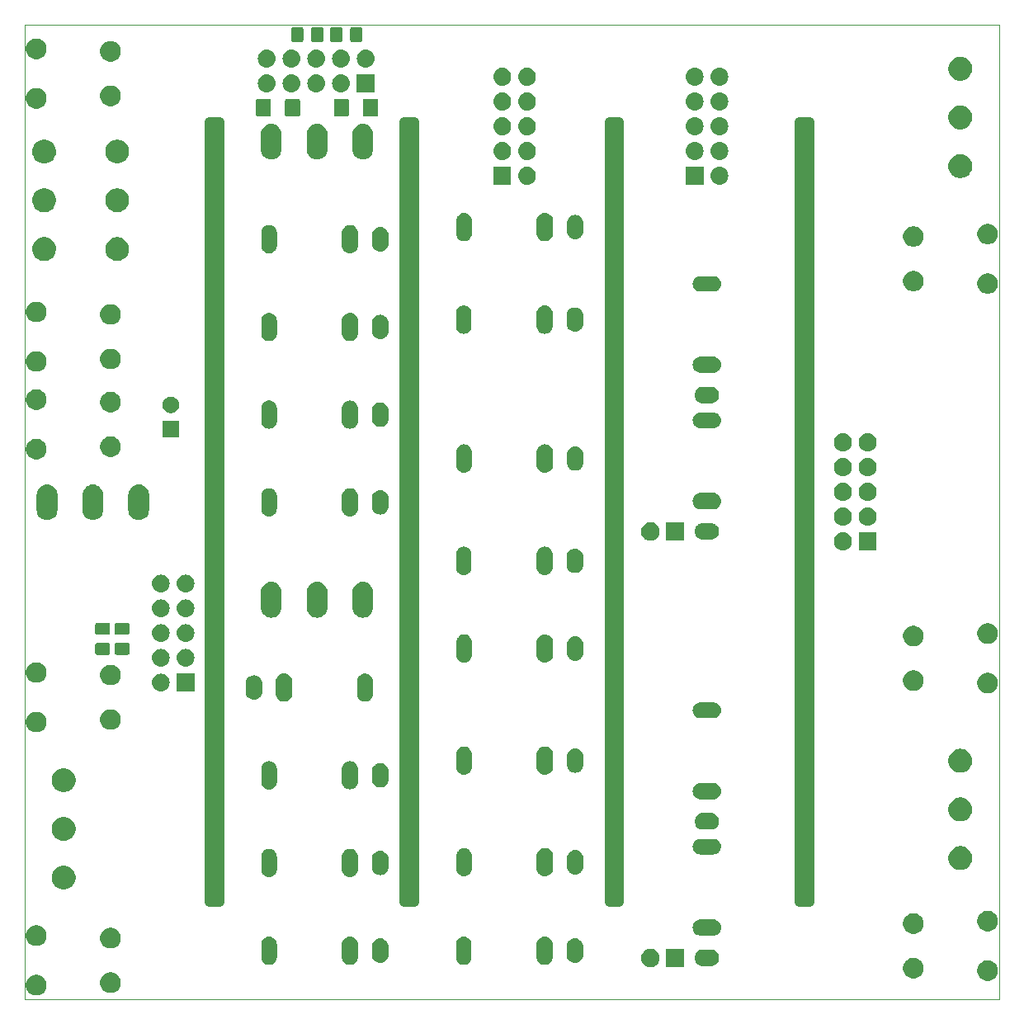
<source format=gbr>
%TF.GenerationSoftware,KiCad,Pcbnew,(5.1.0)-1*%
%TF.CreationDate,2019-04-16T22:19:31+02:00*%
%TF.ProjectId,Kicad_LFO_1,4b696361-645f-44c4-964f-5f312e6b6963,Rev A*%
%TF.SameCoordinates,Original*%
%TF.FileFunction,Soldermask,Top*%
%TF.FilePolarity,Negative*%
%FSLAX46Y46*%
G04 Gerber Fmt 4.6, Leading zero omitted, Abs format (unit mm)*
G04 Created by KiCad (PCBNEW (5.1.0)-1) date 2019-04-16 22:19:31*
%MOMM*%
%LPD*%
G04 APERTURE LIST*
%ADD10C,1.000000*%
%ADD11C,0.050000*%
%ADD12C,0.150000*%
G04 APERTURE END LIST*
D10*
X111000000Y-60000000D02*
X111000000Y-140000000D01*
X110000000Y-140000000D02*
X111000000Y-140000000D01*
X110000000Y-60000000D02*
X111000000Y-60000000D01*
X110000000Y-140000000D02*
X110000000Y-60000000D01*
X129500000Y-140000000D02*
X130500000Y-140000000D01*
X130500000Y-60000000D02*
X130500000Y-140000000D01*
X129500000Y-60000000D02*
X130500000Y-60000000D01*
X129500000Y-140000000D02*
X129500000Y-60000000D01*
X90000000Y-60000000D02*
X90000000Y-140000000D01*
X89000000Y-60000000D02*
X90000000Y-60000000D01*
X89000000Y-140000000D02*
X90000000Y-140000000D01*
X89000000Y-140000000D02*
X89000000Y-60000000D01*
X69000000Y-60000000D02*
X70000000Y-60000000D01*
X69000000Y-140000000D02*
X69000000Y-60000000D01*
X69000000Y-140000000D02*
X70000000Y-140000000D01*
X70000000Y-60000000D02*
X70000000Y-140000000D01*
D11*
X150000000Y-50000000D02*
X50000000Y-50000000D01*
X150000000Y-150000000D02*
X150000000Y-50000000D01*
X50000000Y-150000000D02*
X150000000Y-150000000D01*
X50000000Y-50000000D02*
X50000000Y-150000000D01*
D12*
G36*
X51496564Y-147529389D02*
G01*
X51672744Y-147602365D01*
X51687835Y-147608616D01*
X51859973Y-147723635D01*
X52006365Y-147870027D01*
X52074090Y-147971384D01*
X52121385Y-148042167D01*
X52200611Y-148233436D01*
X52241000Y-148436484D01*
X52241000Y-148643516D01*
X52200611Y-148846564D01*
X52155292Y-148955973D01*
X52121384Y-149037835D01*
X52006365Y-149209973D01*
X51859973Y-149356365D01*
X51687835Y-149471384D01*
X51687834Y-149471385D01*
X51687833Y-149471385D01*
X51496564Y-149550611D01*
X51293516Y-149591000D01*
X51086484Y-149591000D01*
X50883436Y-149550611D01*
X50692167Y-149471385D01*
X50692166Y-149471385D01*
X50692165Y-149471384D01*
X50520027Y-149356365D01*
X50373635Y-149209973D01*
X50258616Y-149037835D01*
X50224708Y-148955973D01*
X50179389Y-148846564D01*
X50139000Y-148643516D01*
X50139000Y-148436484D01*
X50179389Y-148233436D01*
X50258615Y-148042167D01*
X50305911Y-147971384D01*
X50373635Y-147870027D01*
X50520027Y-147723635D01*
X50692165Y-147608616D01*
X50707256Y-147602365D01*
X50883436Y-147529389D01*
X51086484Y-147489000D01*
X51293516Y-147489000D01*
X51496564Y-147529389D01*
X51496564Y-147529389D01*
G37*
G36*
X59116564Y-147275389D02*
G01*
X59307833Y-147354615D01*
X59307835Y-147354616D01*
X59479973Y-147469635D01*
X59626365Y-147616027D01*
X59694090Y-147717384D01*
X59741385Y-147788167D01*
X59820611Y-147979436D01*
X59861000Y-148182484D01*
X59861000Y-148389516D01*
X59820611Y-148592564D01*
X59799506Y-148643516D01*
X59741384Y-148783835D01*
X59626365Y-148955973D01*
X59479973Y-149102365D01*
X59307835Y-149217384D01*
X59307834Y-149217385D01*
X59307833Y-149217385D01*
X59116564Y-149296611D01*
X58913516Y-149337000D01*
X58706484Y-149337000D01*
X58503436Y-149296611D01*
X58312167Y-149217385D01*
X58312166Y-149217385D01*
X58312165Y-149217384D01*
X58140027Y-149102365D01*
X57993635Y-148955973D01*
X57878616Y-148783835D01*
X57820494Y-148643516D01*
X57799389Y-148592564D01*
X57759000Y-148389516D01*
X57759000Y-148182484D01*
X57799389Y-147979436D01*
X57878615Y-147788167D01*
X57925911Y-147717384D01*
X57993635Y-147616027D01*
X58140027Y-147469635D01*
X58312165Y-147354616D01*
X58312167Y-147354615D01*
X58503436Y-147275389D01*
X58706484Y-147235000D01*
X58913516Y-147235000D01*
X59116564Y-147275389D01*
X59116564Y-147275389D01*
G37*
G36*
X149116564Y-146029389D02*
G01*
X149280190Y-146097165D01*
X149307835Y-146108616D01*
X149479973Y-146223635D01*
X149626365Y-146370027D01*
X149726591Y-146520025D01*
X149741385Y-146542167D01*
X149820611Y-146733436D01*
X149861000Y-146936484D01*
X149861000Y-147143516D01*
X149820611Y-147346564D01*
X149744882Y-147529390D01*
X149741384Y-147537835D01*
X149626365Y-147709973D01*
X149479973Y-147856365D01*
X149307835Y-147971384D01*
X149307834Y-147971385D01*
X149307833Y-147971385D01*
X149116564Y-148050611D01*
X148913516Y-148091000D01*
X148706484Y-148091000D01*
X148503436Y-148050611D01*
X148312167Y-147971385D01*
X148312166Y-147971385D01*
X148312165Y-147971384D01*
X148140027Y-147856365D01*
X147993635Y-147709973D01*
X147878616Y-147537835D01*
X147875118Y-147529390D01*
X147799389Y-147346564D01*
X147759000Y-147143516D01*
X147759000Y-146936484D01*
X147799389Y-146733436D01*
X147878615Y-146542167D01*
X147893410Y-146520025D01*
X147993635Y-146370027D01*
X148140027Y-146223635D01*
X148312165Y-146108616D01*
X148339810Y-146097165D01*
X148503436Y-146029389D01*
X148706484Y-145989000D01*
X148913516Y-145989000D01*
X149116564Y-146029389D01*
X149116564Y-146029389D01*
G37*
G36*
X141496564Y-145775389D02*
G01*
X141661397Y-145843665D01*
X141687835Y-145854616D01*
X141859973Y-145969635D01*
X142006365Y-146116027D01*
X142065866Y-146205076D01*
X142121385Y-146288167D01*
X142200611Y-146479436D01*
X142241000Y-146682484D01*
X142241000Y-146889516D01*
X142200611Y-147092564D01*
X142124882Y-147275390D01*
X142121384Y-147283835D01*
X142006365Y-147455973D01*
X141859973Y-147602365D01*
X141687835Y-147717384D01*
X141687834Y-147717385D01*
X141687833Y-147717385D01*
X141496564Y-147796611D01*
X141293516Y-147837000D01*
X141086484Y-147837000D01*
X140883436Y-147796611D01*
X140692167Y-147717385D01*
X140692166Y-147717385D01*
X140692165Y-147717384D01*
X140520027Y-147602365D01*
X140373635Y-147455973D01*
X140258616Y-147283835D01*
X140255118Y-147275390D01*
X140179389Y-147092564D01*
X140139000Y-146889516D01*
X140139000Y-146682484D01*
X140179389Y-146479436D01*
X140258615Y-146288167D01*
X140314135Y-146205076D01*
X140373635Y-146116027D01*
X140520027Y-145969635D01*
X140692165Y-145854616D01*
X140718603Y-145843665D01*
X140883436Y-145775389D01*
X141086484Y-145735000D01*
X141293516Y-145735000D01*
X141496564Y-145775389D01*
X141496564Y-145775389D01*
G37*
G36*
X117701000Y-146701000D02*
G01*
X115799000Y-146701000D01*
X115799000Y-144799000D01*
X117701000Y-144799000D01*
X117701000Y-146701000D01*
X117701000Y-146701000D01*
G37*
G36*
X114487395Y-144835546D02*
G01*
X114660466Y-144907234D01*
X114660467Y-144907235D01*
X114816227Y-145011310D01*
X114948690Y-145143773D01*
X114948691Y-145143775D01*
X115052766Y-145299534D01*
X115124454Y-145472605D01*
X115161000Y-145656333D01*
X115161000Y-145843667D01*
X115124454Y-146027395D01*
X115052766Y-146200466D01*
X115016249Y-146255117D01*
X114948690Y-146356227D01*
X114816227Y-146488690D01*
X114737818Y-146541081D01*
X114660466Y-146592766D01*
X114487395Y-146664454D01*
X114303667Y-146701000D01*
X114116333Y-146701000D01*
X113932605Y-146664454D01*
X113759534Y-146592766D01*
X113682182Y-146541081D01*
X113603773Y-146488690D01*
X113471310Y-146356227D01*
X113403751Y-146255117D01*
X113367234Y-146200466D01*
X113295546Y-146027395D01*
X113259000Y-145843667D01*
X113259000Y-145656333D01*
X113295546Y-145472605D01*
X113367234Y-145299534D01*
X113471309Y-145143775D01*
X113471310Y-145143773D01*
X113603773Y-145011310D01*
X113759533Y-144907235D01*
X113759534Y-144907234D01*
X113932605Y-144835546D01*
X114116333Y-144799000D01*
X114303667Y-144799000D01*
X114487395Y-144835546D01*
X114487395Y-144835546D01*
G37*
G36*
X120566823Y-144891313D02*
G01*
X120727242Y-144939976D01*
X120859906Y-145010886D01*
X120875078Y-145018996D01*
X121004659Y-145125341D01*
X121111004Y-145254922D01*
X121111005Y-145254924D01*
X121190024Y-145402758D01*
X121238687Y-145563177D01*
X121255117Y-145730000D01*
X121238687Y-145896823D01*
X121190024Y-146057242D01*
X121119114Y-146189906D01*
X121111004Y-146205078D01*
X121004659Y-146334659D01*
X120875078Y-146441004D01*
X120875076Y-146441005D01*
X120727242Y-146520024D01*
X120566823Y-146568687D01*
X120441804Y-146581000D01*
X119558196Y-146581000D01*
X119433177Y-146568687D01*
X119272758Y-146520024D01*
X119124924Y-146441005D01*
X119124922Y-146441004D01*
X118995341Y-146334659D01*
X118888996Y-146205078D01*
X118880886Y-146189906D01*
X118809976Y-146057242D01*
X118761313Y-145896823D01*
X118744883Y-145730000D01*
X118761313Y-145563177D01*
X118809976Y-145402758D01*
X118888995Y-145254924D01*
X118888996Y-145254922D01*
X118995341Y-145125341D01*
X119124922Y-145018996D01*
X119140094Y-145010886D01*
X119272758Y-144939976D01*
X119433177Y-144891313D01*
X119558196Y-144879000D01*
X120441804Y-144879000D01*
X120566823Y-144891313D01*
X120566823Y-144891313D01*
G37*
G36*
X103521823Y-143561313D02*
G01*
X103682242Y-143609976D01*
X103830078Y-143688995D01*
X103942025Y-143780868D01*
X103959660Y-143795341D01*
X104066005Y-143924922D01*
X104066006Y-143924924D01*
X104145025Y-144072758D01*
X104193688Y-144233177D01*
X104206001Y-144358196D01*
X104206001Y-145641804D01*
X104193688Y-145766823D01*
X104145025Y-145927242D01*
X104090426Y-146029389D01*
X104066005Y-146075078D01*
X103959660Y-146204659D01*
X103830079Y-146311004D01*
X103830077Y-146311005D01*
X103682243Y-146390024D01*
X103521824Y-146438687D01*
X103355001Y-146455117D01*
X103188179Y-146438687D01*
X103027760Y-146390024D01*
X102879926Y-146311005D01*
X102879924Y-146311004D01*
X102750343Y-146204659D01*
X102643998Y-146075078D01*
X102619577Y-146029389D01*
X102564978Y-145927242D01*
X102516315Y-145766823D01*
X102504002Y-145641804D01*
X102504001Y-144358197D01*
X102516314Y-144233178D01*
X102564977Y-144072759D01*
X102643996Y-143924923D01*
X102750342Y-143795341D01*
X102767979Y-143780867D01*
X102879923Y-143688996D01*
X102895311Y-143680771D01*
X103027759Y-143609976D01*
X103188178Y-143561313D01*
X103355001Y-143544883D01*
X103521823Y-143561313D01*
X103521823Y-143561313D01*
G37*
G36*
X83546822Y-143561313D02*
G01*
X83707241Y-143609976D01*
X83855077Y-143688995D01*
X83967024Y-143780868D01*
X83984659Y-143795341D01*
X84091004Y-143924922D01*
X84091005Y-143924924D01*
X84170024Y-144072758D01*
X84218687Y-144233177D01*
X84231000Y-144358196D01*
X84231000Y-145641804D01*
X84218687Y-145766823D01*
X84170024Y-145927242D01*
X84115425Y-146029389D01*
X84091004Y-146075078D01*
X83984659Y-146204659D01*
X83855078Y-146311004D01*
X83855076Y-146311005D01*
X83707242Y-146390024D01*
X83546823Y-146438687D01*
X83380000Y-146455117D01*
X83213178Y-146438687D01*
X83052759Y-146390024D01*
X82904925Y-146311005D01*
X82904923Y-146311004D01*
X82775342Y-146204659D01*
X82668997Y-146075078D01*
X82644576Y-146029389D01*
X82589977Y-145927242D01*
X82541314Y-145766823D01*
X82529001Y-145641804D01*
X82529000Y-144358197D01*
X82541313Y-144233178D01*
X82589976Y-144072759D01*
X82668995Y-143924923D01*
X82775341Y-143795341D01*
X82792978Y-143780867D01*
X82904922Y-143688996D01*
X82920310Y-143680771D01*
X83052758Y-143609976D01*
X83213177Y-143561313D01*
X83380000Y-143544883D01*
X83546822Y-143561313D01*
X83546822Y-143561313D01*
G37*
G36*
X95212023Y-143560590D02*
G01*
X95312682Y-143591125D01*
X95363013Y-143606392D01*
X95502165Y-143680771D01*
X95624134Y-143780867D01*
X95712872Y-143888995D01*
X95724230Y-143902835D01*
X95798609Y-144041987D01*
X95807943Y-144072758D01*
X95844411Y-144192977D01*
X95856001Y-144310655D01*
X95856001Y-145689345D01*
X95844411Y-145807023D01*
X95833295Y-145843667D01*
X95798609Y-145958013D01*
X95724230Y-146097165D01*
X95624134Y-146219133D01*
X95502166Y-146319229D01*
X95363014Y-146393608D01*
X95312683Y-146408875D01*
X95212024Y-146439410D01*
X95055001Y-146454875D01*
X94897979Y-146439410D01*
X94797320Y-146408875D01*
X94746989Y-146393608D01*
X94607837Y-146319229D01*
X94485869Y-146219133D01*
X94385773Y-146097165D01*
X94311394Y-145958013D01*
X94276708Y-145843667D01*
X94265592Y-145807023D01*
X94254002Y-145689345D01*
X94254001Y-144310656D01*
X94265591Y-144192978D01*
X94311393Y-144041989D01*
X94311393Y-144041988D01*
X94385772Y-143902836D01*
X94397131Y-143888995D01*
X94485868Y-143780867D01*
X94607836Y-143680771D01*
X94746988Y-143606392D01*
X94797319Y-143591125D01*
X94897978Y-143560590D01*
X95055001Y-143545125D01*
X95212023Y-143560590D01*
X95212023Y-143560590D01*
G37*
G36*
X75237022Y-143560590D02*
G01*
X75337681Y-143591125D01*
X75388012Y-143606392D01*
X75527164Y-143680771D01*
X75649133Y-143780867D01*
X75737871Y-143888995D01*
X75749229Y-143902835D01*
X75823608Y-144041987D01*
X75832942Y-144072758D01*
X75869410Y-144192977D01*
X75881000Y-144310655D01*
X75881000Y-145689345D01*
X75869410Y-145807023D01*
X75858294Y-145843667D01*
X75823608Y-145958013D01*
X75749229Y-146097165D01*
X75649133Y-146219133D01*
X75527165Y-146319229D01*
X75388013Y-146393608D01*
X75337682Y-146408875D01*
X75237023Y-146439410D01*
X75080000Y-146454875D01*
X74922978Y-146439410D01*
X74822319Y-146408875D01*
X74771988Y-146393608D01*
X74632836Y-146319229D01*
X74510868Y-146219133D01*
X74410772Y-146097165D01*
X74336393Y-145958013D01*
X74301707Y-145843667D01*
X74290591Y-145807023D01*
X74279001Y-145689345D01*
X74279000Y-144310656D01*
X74290590Y-144192978D01*
X74336392Y-144041989D01*
X74336392Y-144041988D01*
X74410771Y-143902836D01*
X74422130Y-143888995D01*
X74510867Y-143780867D01*
X74632835Y-143680771D01*
X74771987Y-143606392D01*
X74822318Y-143591125D01*
X74922977Y-143560590D01*
X75080000Y-143545125D01*
X75237022Y-143560590D01*
X75237022Y-143560590D01*
G37*
G36*
X86646822Y-143761313D02*
G01*
X86807241Y-143809976D01*
X86955077Y-143888995D01*
X87038958Y-143957835D01*
X87084659Y-143995341D01*
X87191004Y-144124922D01*
X87191005Y-144124924D01*
X87270024Y-144272758D01*
X87318687Y-144433177D01*
X87331000Y-144558196D01*
X87331000Y-145441803D01*
X87318687Y-145566822D01*
X87270024Y-145727242D01*
X87207793Y-145843667D01*
X87191004Y-145875078D01*
X87084659Y-146004659D01*
X86955078Y-146111004D01*
X86955076Y-146111005D01*
X86807242Y-146190024D01*
X86646823Y-146238687D01*
X86480000Y-146255117D01*
X86313178Y-146238687D01*
X86152759Y-146190024D01*
X86004925Y-146111005D01*
X86004923Y-146111004D01*
X85875342Y-146004659D01*
X85768997Y-145875078D01*
X85752208Y-145843667D01*
X85689977Y-145727242D01*
X85641314Y-145566823D01*
X85629000Y-145441803D01*
X85629000Y-144558197D01*
X85641313Y-144433178D01*
X85689976Y-144272759D01*
X85768995Y-144124923D01*
X85875341Y-143995341D01*
X85921042Y-143957835D01*
X86004922Y-143888996D01*
X86020094Y-143880886D01*
X86152758Y-143809976D01*
X86313177Y-143761313D01*
X86480000Y-143744883D01*
X86646822Y-143761313D01*
X86646822Y-143761313D01*
G37*
G36*
X106621823Y-143761313D02*
G01*
X106782242Y-143809976D01*
X106930078Y-143888995D01*
X107013959Y-143957835D01*
X107059660Y-143995341D01*
X107166005Y-144124922D01*
X107166006Y-144124924D01*
X107245025Y-144272758D01*
X107293688Y-144433177D01*
X107306001Y-144558196D01*
X107306001Y-145441803D01*
X107293688Y-145566822D01*
X107245025Y-145727242D01*
X107182794Y-145843667D01*
X107166005Y-145875078D01*
X107059660Y-146004659D01*
X106930079Y-146111004D01*
X106930077Y-146111005D01*
X106782243Y-146190024D01*
X106621824Y-146238687D01*
X106455001Y-146255117D01*
X106288179Y-146238687D01*
X106127760Y-146190024D01*
X105979926Y-146111005D01*
X105979924Y-146111004D01*
X105850343Y-146004659D01*
X105743998Y-145875078D01*
X105727209Y-145843667D01*
X105664978Y-145727242D01*
X105616315Y-145566823D01*
X105604001Y-145441803D01*
X105604001Y-144558197D01*
X105616314Y-144433178D01*
X105664977Y-144272759D01*
X105743996Y-144124923D01*
X105850342Y-143995341D01*
X105896043Y-143957835D01*
X105979923Y-143888996D01*
X105995095Y-143880886D01*
X106127759Y-143809976D01*
X106288178Y-143761313D01*
X106455001Y-143744883D01*
X106621823Y-143761313D01*
X106621823Y-143761313D01*
G37*
G36*
X59116564Y-142703389D02*
G01*
X59292744Y-142776365D01*
X59307835Y-142782616D01*
X59479973Y-142897635D01*
X59626365Y-143044027D01*
X59694090Y-143145384D01*
X59741385Y-143216167D01*
X59820611Y-143407436D01*
X59861000Y-143610484D01*
X59861000Y-143817516D01*
X59820611Y-144020564D01*
X59749194Y-144192980D01*
X59741384Y-144211835D01*
X59626365Y-144383973D01*
X59479973Y-144530365D01*
X59307835Y-144645384D01*
X59307834Y-144645385D01*
X59307833Y-144645385D01*
X59116564Y-144724611D01*
X58913516Y-144765000D01*
X58706484Y-144765000D01*
X58503436Y-144724611D01*
X58312167Y-144645385D01*
X58312166Y-144645385D01*
X58312165Y-144645384D01*
X58140027Y-144530365D01*
X57993635Y-144383973D01*
X57878616Y-144211835D01*
X57870806Y-144192980D01*
X57799389Y-144020564D01*
X57759000Y-143817516D01*
X57759000Y-143610484D01*
X57799389Y-143407436D01*
X57878615Y-143216167D01*
X57925911Y-143145384D01*
X57993635Y-143044027D01*
X58140027Y-142897635D01*
X58312165Y-142782616D01*
X58327256Y-142776365D01*
X58503436Y-142703389D01*
X58706484Y-142663000D01*
X58913516Y-142663000D01*
X59116564Y-142703389D01*
X59116564Y-142703389D01*
G37*
G36*
X51496564Y-142449389D02*
G01*
X51687833Y-142528615D01*
X51687835Y-142528616D01*
X51859973Y-142643635D01*
X52006365Y-142790027D01*
X52118095Y-142957242D01*
X52121385Y-142962167D01*
X52200611Y-143153436D01*
X52241000Y-143356484D01*
X52241000Y-143563516D01*
X52200611Y-143766564D01*
X52135016Y-143924924D01*
X52121384Y-143957835D01*
X52006365Y-144129973D01*
X51859973Y-144276365D01*
X51687835Y-144391384D01*
X51687834Y-144391385D01*
X51687833Y-144391385D01*
X51496564Y-144470611D01*
X51293516Y-144511000D01*
X51086484Y-144511000D01*
X50883436Y-144470611D01*
X50692167Y-144391385D01*
X50692166Y-144391385D01*
X50692165Y-144391384D01*
X50520027Y-144276365D01*
X50373635Y-144129973D01*
X50258616Y-143957835D01*
X50244984Y-143924924D01*
X50179389Y-143766564D01*
X50139000Y-143563516D01*
X50139000Y-143356484D01*
X50179389Y-143153436D01*
X50258615Y-142962167D01*
X50261906Y-142957242D01*
X50373635Y-142790027D01*
X50520027Y-142643635D01*
X50692165Y-142528616D01*
X50692167Y-142528615D01*
X50883436Y-142449389D01*
X51086484Y-142409000D01*
X51293516Y-142409000D01*
X51496564Y-142449389D01*
X51496564Y-142449389D01*
G37*
G36*
X120766823Y-141791313D02*
G01*
X120927242Y-141839976D01*
X121053449Y-141907435D01*
X121075078Y-141918996D01*
X121204659Y-142025341D01*
X121311004Y-142154922D01*
X121311005Y-142154924D01*
X121390024Y-142302758D01*
X121438687Y-142463177D01*
X121455117Y-142630000D01*
X121438687Y-142796823D01*
X121390024Y-142957242D01*
X121350939Y-143030365D01*
X121311004Y-143105078D01*
X121204659Y-143234659D01*
X121075078Y-143341004D01*
X121075076Y-143341005D01*
X120927242Y-143420024D01*
X120766823Y-143468687D01*
X120641804Y-143481000D01*
X119358196Y-143481000D01*
X119233177Y-143468687D01*
X119072758Y-143420024D01*
X118924924Y-143341005D01*
X118924922Y-143341004D01*
X118795341Y-143234659D01*
X118688996Y-143105078D01*
X118649061Y-143030365D01*
X118609976Y-142957242D01*
X118561313Y-142796823D01*
X118544883Y-142630000D01*
X118561313Y-142463177D01*
X118609976Y-142302758D01*
X118688995Y-142154924D01*
X118688996Y-142154922D01*
X118795341Y-142025341D01*
X118924922Y-141918996D01*
X118946551Y-141907435D01*
X119072758Y-141839976D01*
X119233177Y-141791313D01*
X119358196Y-141779000D01*
X120641804Y-141779000D01*
X120766823Y-141791313D01*
X120766823Y-141791313D01*
G37*
G36*
X141496564Y-141203389D02*
G01*
X141687833Y-141282615D01*
X141687835Y-141282616D01*
X141698926Y-141290027D01*
X141859973Y-141397635D01*
X142006365Y-141544027D01*
X142121385Y-141716167D01*
X142200611Y-141907436D01*
X142241000Y-142110484D01*
X142241000Y-142317516D01*
X142200611Y-142520564D01*
X142124882Y-142703390D01*
X142121384Y-142711835D01*
X142006365Y-142883973D01*
X141859973Y-143030365D01*
X141687835Y-143145384D01*
X141687834Y-143145385D01*
X141687833Y-143145385D01*
X141496564Y-143224611D01*
X141293516Y-143265000D01*
X141086484Y-143265000D01*
X140883436Y-143224611D01*
X140692167Y-143145385D01*
X140692166Y-143145385D01*
X140692165Y-143145384D01*
X140520027Y-143030365D01*
X140373635Y-142883973D01*
X140258616Y-142711835D01*
X140255118Y-142703390D01*
X140179389Y-142520564D01*
X140139000Y-142317516D01*
X140139000Y-142110484D01*
X140179389Y-141907436D01*
X140258615Y-141716167D01*
X140373635Y-141544027D01*
X140520027Y-141397635D01*
X140681074Y-141290027D01*
X140692165Y-141282616D01*
X140692167Y-141282615D01*
X140883436Y-141203389D01*
X141086484Y-141163000D01*
X141293516Y-141163000D01*
X141496564Y-141203389D01*
X141496564Y-141203389D01*
G37*
G36*
X149116564Y-140949389D02*
G01*
X149307833Y-141028615D01*
X149307835Y-141028616D01*
X149479973Y-141143635D01*
X149626365Y-141290027D01*
X149741385Y-141462167D01*
X149820611Y-141653436D01*
X149861000Y-141856484D01*
X149861000Y-142063516D01*
X149820611Y-142266564D01*
X149744882Y-142449390D01*
X149741384Y-142457835D01*
X149626365Y-142629973D01*
X149479973Y-142776365D01*
X149307835Y-142891384D01*
X149307834Y-142891385D01*
X149307833Y-142891385D01*
X149116564Y-142970611D01*
X148913516Y-143011000D01*
X148706484Y-143011000D01*
X148503436Y-142970611D01*
X148312167Y-142891385D01*
X148312166Y-142891385D01*
X148312165Y-142891384D01*
X148140027Y-142776365D01*
X147993635Y-142629973D01*
X147878616Y-142457835D01*
X147875118Y-142449390D01*
X147799389Y-142266564D01*
X147759000Y-142063516D01*
X147759000Y-141856484D01*
X147799389Y-141653436D01*
X147878615Y-141462167D01*
X147993635Y-141290027D01*
X148140027Y-141143635D01*
X148312165Y-141028616D01*
X148312167Y-141028615D01*
X148503436Y-140949389D01*
X148706484Y-140909000D01*
X148913516Y-140909000D01*
X149116564Y-140949389D01*
X149116564Y-140949389D01*
G37*
G36*
X54238205Y-136302461D02*
G01*
X54356153Y-136325922D01*
X54448194Y-136364047D01*
X54578359Y-136417963D01*
X54778342Y-136551587D01*
X54948413Y-136721658D01*
X55082037Y-136921641D01*
X55114525Y-137000075D01*
X55174078Y-137143847D01*
X55178024Y-137163685D01*
X55221000Y-137379741D01*
X55221000Y-137620259D01*
X55174078Y-137856152D01*
X55082037Y-138078359D01*
X54948413Y-138278342D01*
X54778342Y-138448413D01*
X54578359Y-138582037D01*
X54448194Y-138635953D01*
X54356153Y-138674078D01*
X54120259Y-138721000D01*
X53879741Y-138721000D01*
X53643847Y-138674078D01*
X53551806Y-138635953D01*
X53421641Y-138582037D01*
X53221658Y-138448413D01*
X53051587Y-138278342D01*
X52917963Y-138078359D01*
X52825922Y-137856152D01*
X52779000Y-137620259D01*
X52779000Y-137379741D01*
X52821976Y-137163685D01*
X52825922Y-137143847D01*
X52885475Y-137000075D01*
X52917963Y-136921641D01*
X53051587Y-136721658D01*
X53221658Y-136551587D01*
X53421641Y-136417963D01*
X53551806Y-136364047D01*
X53643847Y-136325922D01*
X53761795Y-136302461D01*
X53879741Y-136279000D01*
X54120259Y-136279000D01*
X54238205Y-136302461D01*
X54238205Y-136302461D01*
G37*
G36*
X83546822Y-134561313D02*
G01*
X83707241Y-134609976D01*
X83855077Y-134688995D01*
X83967024Y-134780868D01*
X83984659Y-134795341D01*
X84091004Y-134924922D01*
X84091005Y-134924924D01*
X84170024Y-135072758D01*
X84218687Y-135233177D01*
X84231000Y-135358196D01*
X84231000Y-136641804D01*
X84218687Y-136766823D01*
X84170024Y-136927242D01*
X84119287Y-137022164D01*
X84091004Y-137075078D01*
X83984659Y-137204659D01*
X83855078Y-137311004D01*
X83855076Y-137311005D01*
X83707242Y-137390024D01*
X83546823Y-137438687D01*
X83380000Y-137455117D01*
X83213178Y-137438687D01*
X83052759Y-137390024D01*
X82904925Y-137311005D01*
X82904923Y-137311004D01*
X82775342Y-137204659D01*
X82668997Y-137075078D01*
X82640714Y-137022164D01*
X82589977Y-136927242D01*
X82541314Y-136766823D01*
X82529001Y-136641804D01*
X82529000Y-135358197D01*
X82541313Y-135233178D01*
X82589976Y-135072759D01*
X82668995Y-134924923D01*
X82775341Y-134795341D01*
X82792978Y-134780867D01*
X82904922Y-134688996D01*
X83000305Y-134638013D01*
X83052758Y-134609976D01*
X83213177Y-134561313D01*
X83380000Y-134544883D01*
X83546822Y-134561313D01*
X83546822Y-134561313D01*
G37*
G36*
X75237022Y-134560590D02*
G01*
X75337681Y-134591125D01*
X75388012Y-134606392D01*
X75447168Y-134638012D01*
X75527164Y-134680771D01*
X75649133Y-134780867D01*
X75705805Y-134849923D01*
X75749229Y-134902835D01*
X75823608Y-135041987D01*
X75826015Y-135049922D01*
X75869410Y-135192977D01*
X75869410Y-135192979D01*
X75878296Y-135283195D01*
X75881000Y-135310655D01*
X75881000Y-136689345D01*
X75869410Y-136807023D01*
X75855694Y-136852238D01*
X75823608Y-136958013D01*
X75749229Y-137097165D01*
X75649133Y-137219133D01*
X75527165Y-137319229D01*
X75388013Y-137393608D01*
X75337682Y-137408875D01*
X75237023Y-137439410D01*
X75080000Y-137454875D01*
X74922978Y-137439410D01*
X74822319Y-137408875D01*
X74771988Y-137393608D01*
X74632836Y-137319229D01*
X74510868Y-137219133D01*
X74410772Y-137097165D01*
X74336393Y-136958013D01*
X74304307Y-136852238D01*
X74290591Y-136807023D01*
X74279001Y-136689345D01*
X74279000Y-135310656D01*
X74281705Y-135283196D01*
X74290119Y-135197758D01*
X74290590Y-135192978D01*
X74333985Y-135049923D01*
X74336392Y-135041988D01*
X74410771Y-134902836D01*
X74454197Y-134849921D01*
X74510867Y-134780867D01*
X74632835Y-134680771D01*
X74712831Y-134638012D01*
X74771987Y-134606392D01*
X74822318Y-134591125D01*
X74922977Y-134560590D01*
X75080000Y-134545125D01*
X75237022Y-134560590D01*
X75237022Y-134560590D01*
G37*
G36*
X103546822Y-134486312D02*
G01*
X103707241Y-134534975D01*
X103855077Y-134613994D01*
X103967024Y-134705867D01*
X103984659Y-134720340D01*
X104091004Y-134849921D01*
X104091005Y-134849923D01*
X104170024Y-134997757D01*
X104218687Y-135158176D01*
X104231000Y-135283195D01*
X104231000Y-136566803D01*
X104218687Y-136691822D01*
X104170024Y-136852241D01*
X104113488Y-136958012D01*
X104091004Y-137000077D01*
X103984659Y-137129658D01*
X103855078Y-137236003D01*
X103839906Y-137244113D01*
X103707242Y-137315023D01*
X103546823Y-137363686D01*
X103380000Y-137380116D01*
X103213178Y-137363686D01*
X103052759Y-137315023D01*
X102920095Y-137244113D01*
X102904923Y-137236003D01*
X102775342Y-137129658D01*
X102668997Y-137000077D01*
X102646513Y-136958012D01*
X102589977Y-136852241D01*
X102541314Y-136691822D01*
X102529001Y-136566803D01*
X102529000Y-135283196D01*
X102541313Y-135158177D01*
X102589976Y-134997758D01*
X102668995Y-134849922D01*
X102775341Y-134720340D01*
X102836824Y-134669882D01*
X102904922Y-134613995D01*
X102920310Y-134605770D01*
X103052758Y-134534975D01*
X103213177Y-134486312D01*
X103380000Y-134469882D01*
X103546822Y-134486312D01*
X103546822Y-134486312D01*
G37*
G36*
X95237022Y-134485589D02*
G01*
X95337681Y-134516124D01*
X95388012Y-134531391D01*
X95443993Y-134561314D01*
X95527164Y-134605770D01*
X95649133Y-134705866D01*
X95734573Y-134809976D01*
X95749229Y-134827834D01*
X95823608Y-134966986D01*
X95832209Y-134995341D01*
X95869410Y-135117976D01*
X95869410Y-135117978D01*
X95881000Y-135235653D01*
X95881000Y-136614345D01*
X95877268Y-136652238D01*
X95869410Y-136732022D01*
X95848766Y-136800075D01*
X95823608Y-136883012D01*
X95749229Y-137022164D01*
X95649133Y-137144132D01*
X95527165Y-137244228D01*
X95388013Y-137318607D01*
X95385962Y-137319229D01*
X95237023Y-137364409D01*
X95080000Y-137379874D01*
X94922978Y-137364409D01*
X94774039Y-137319229D01*
X94771988Y-137318607D01*
X94632836Y-137244228D01*
X94510868Y-137144132D01*
X94410772Y-137022164D01*
X94336393Y-136883012D01*
X94311235Y-136800075D01*
X94290591Y-136732022D01*
X94282733Y-136652238D01*
X94279001Y-136614345D01*
X94279000Y-135235654D01*
X94288042Y-135143847D01*
X94290590Y-135117977D01*
X94336392Y-134966988D01*
X94336392Y-134966987D01*
X94410771Y-134827835D01*
X94437438Y-134795341D01*
X94510867Y-134705866D01*
X94632835Y-134605770D01*
X94716006Y-134561314D01*
X94771987Y-134531391D01*
X94822318Y-134516124D01*
X94922977Y-134485589D01*
X95080000Y-134470124D01*
X95237022Y-134485589D01*
X95237022Y-134485589D01*
G37*
G36*
X86646822Y-134761313D02*
G01*
X86807241Y-134809976D01*
X86955077Y-134888995D01*
X87050111Y-134966988D01*
X87084659Y-134995341D01*
X87191004Y-135124922D01*
X87191005Y-135124924D01*
X87270024Y-135272758D01*
X87318687Y-135433177D01*
X87331000Y-135558196D01*
X87331000Y-136441803D01*
X87318687Y-136566822D01*
X87304271Y-136614344D01*
X87271918Y-136721000D01*
X87270024Y-136727242D01*
X87248867Y-136766823D01*
X87191004Y-136875078D01*
X87084659Y-137004659D01*
X86955078Y-137111004D01*
X86955076Y-137111005D01*
X86807242Y-137190024D01*
X86646823Y-137238687D01*
X86480000Y-137255117D01*
X86313178Y-137238687D01*
X86152759Y-137190024D01*
X86004925Y-137111005D01*
X86004923Y-137111004D01*
X85875342Y-137004659D01*
X85768997Y-136875078D01*
X85711134Y-136766823D01*
X85689977Y-136727242D01*
X85641314Y-136566823D01*
X85629000Y-136441803D01*
X85629000Y-135558197D01*
X85641313Y-135433178D01*
X85689976Y-135272759D01*
X85768995Y-135124923D01*
X85875341Y-134995341D01*
X85909890Y-134966987D01*
X86004922Y-134888996D01*
X86020094Y-134880886D01*
X86152758Y-134809976D01*
X86313177Y-134761313D01*
X86480000Y-134744883D01*
X86646822Y-134761313D01*
X86646822Y-134761313D01*
G37*
G36*
X106646822Y-134686312D02*
G01*
X106807241Y-134734975D01*
X106955077Y-134813994D01*
X107058818Y-134899133D01*
X107084659Y-134920340D01*
X107191004Y-135049921D01*
X107191005Y-135049923D01*
X107270024Y-135197757D01*
X107318687Y-135358176D01*
X107331000Y-135483195D01*
X107331000Y-136366802D01*
X107318687Y-136491821D01*
X107270024Y-136652241D01*
X107199114Y-136784905D01*
X107191004Y-136800077D01*
X107084659Y-136929658D01*
X106955078Y-137036003D01*
X106955076Y-137036004D01*
X106807242Y-137115023D01*
X106646823Y-137163686D01*
X106480000Y-137180116D01*
X106313178Y-137163686D01*
X106152759Y-137115023D01*
X106004925Y-137036004D01*
X106004923Y-137036003D01*
X105875342Y-136929658D01*
X105768997Y-136800077D01*
X105760887Y-136784905D01*
X105689977Y-136652241D01*
X105641314Y-136491822D01*
X105629000Y-136366802D01*
X105629000Y-135483196D01*
X105641313Y-135358177D01*
X105689976Y-135197758D01*
X105768995Y-135049922D01*
X105875341Y-134920340D01*
X105961144Y-134849923D01*
X106004922Y-134813995D01*
X106039821Y-134795341D01*
X106152758Y-134734975D01*
X106313177Y-134686312D01*
X106480000Y-134669882D01*
X106646822Y-134686312D01*
X106646822Y-134686312D01*
G37*
G36*
X146238205Y-134302461D02*
G01*
X146356153Y-134325922D01*
X146448194Y-134364047D01*
X146578359Y-134417963D01*
X146778342Y-134551587D01*
X146948413Y-134721658D01*
X147082037Y-134921641D01*
X147113566Y-134997760D01*
X147168757Y-135131000D01*
X147174078Y-135143848D01*
X147221000Y-135379741D01*
X147221000Y-135620259D01*
X147174078Y-135856152D01*
X147082037Y-136078359D01*
X146948413Y-136278342D01*
X146778342Y-136448413D01*
X146578359Y-136582037D01*
X146500360Y-136614345D01*
X146356153Y-136674078D01*
X146279400Y-136689345D01*
X146120259Y-136721000D01*
X145879741Y-136721000D01*
X145720600Y-136689345D01*
X145643847Y-136674078D01*
X145499640Y-136614345D01*
X145421641Y-136582037D01*
X145221658Y-136448413D01*
X145051587Y-136278342D01*
X144917963Y-136078359D01*
X144825922Y-135856152D01*
X144779000Y-135620259D01*
X144779000Y-135379741D01*
X144825922Y-135143848D01*
X144831244Y-135131000D01*
X144886434Y-134997760D01*
X144917963Y-134921641D01*
X145051587Y-134721658D01*
X145221658Y-134551587D01*
X145421641Y-134417963D01*
X145551806Y-134364047D01*
X145643847Y-134325922D01*
X145761795Y-134302461D01*
X145879741Y-134279000D01*
X146120259Y-134279000D01*
X146238205Y-134302461D01*
X146238205Y-134302461D01*
G37*
G36*
X120728571Y-133532863D02*
G01*
X120807023Y-133540590D01*
X120907682Y-133571125D01*
X120958013Y-133586392D01*
X121097165Y-133660771D01*
X121219133Y-133760867D01*
X121319229Y-133882835D01*
X121393608Y-134021987D01*
X121393608Y-134021988D01*
X121439410Y-134172977D01*
X121454875Y-134330000D01*
X121439410Y-134487023D01*
X121425951Y-134531391D01*
X121393608Y-134638013D01*
X121319229Y-134777165D01*
X121219133Y-134899133D01*
X121097165Y-134999229D01*
X120958013Y-135073608D01*
X120907682Y-135088875D01*
X120807023Y-135119410D01*
X120751057Y-135124922D01*
X120689346Y-135131000D01*
X119310654Y-135131000D01*
X119248943Y-135124922D01*
X119192977Y-135119410D01*
X119092318Y-135088875D01*
X119041987Y-135073608D01*
X118902835Y-134999229D01*
X118780867Y-134899133D01*
X118680771Y-134777165D01*
X118606392Y-134638013D01*
X118574049Y-134531391D01*
X118560590Y-134487023D01*
X118545125Y-134330000D01*
X118560590Y-134172977D01*
X118606392Y-134021988D01*
X118606392Y-134021987D01*
X118680771Y-133882835D01*
X118780867Y-133760867D01*
X118902835Y-133660771D01*
X119041987Y-133586392D01*
X119092318Y-133571125D01*
X119192977Y-133540590D01*
X119271429Y-133532863D01*
X119310654Y-133529000D01*
X120689346Y-133529000D01*
X120728571Y-133532863D01*
X120728571Y-133532863D01*
G37*
G36*
X54238205Y-131302461D02*
G01*
X54356153Y-131325922D01*
X54448194Y-131364047D01*
X54578359Y-131417963D01*
X54778342Y-131551587D01*
X54948413Y-131721658D01*
X55082037Y-131921641D01*
X55174078Y-132143848D01*
X55221000Y-132379741D01*
X55221000Y-132620259D01*
X55174078Y-132856152D01*
X55082037Y-133078359D01*
X54948413Y-133278342D01*
X54778342Y-133448413D01*
X54578359Y-133582037D01*
X54448194Y-133635953D01*
X54356153Y-133674078D01*
X54238205Y-133697539D01*
X54120259Y-133721000D01*
X53879741Y-133721000D01*
X53761795Y-133697539D01*
X53643847Y-133674078D01*
X53551806Y-133635953D01*
X53421641Y-133582037D01*
X53221658Y-133448413D01*
X53051587Y-133278342D01*
X52917963Y-133078359D01*
X52825922Y-132856152D01*
X52779000Y-132620259D01*
X52779000Y-132379741D01*
X52825922Y-132143848D01*
X52917963Y-131921641D01*
X53051587Y-131721658D01*
X53221658Y-131551587D01*
X53421641Y-131417963D01*
X53551806Y-131364047D01*
X53643847Y-131325922D01*
X53761795Y-131302461D01*
X53879741Y-131279000D01*
X54120259Y-131279000D01*
X54238205Y-131302461D01*
X54238205Y-131302461D01*
G37*
G36*
X120566823Y-130891313D02*
G01*
X120727242Y-130939976D01*
X120859906Y-131010886D01*
X120875078Y-131018996D01*
X121004659Y-131125341D01*
X121111004Y-131254922D01*
X121111005Y-131254924D01*
X121190024Y-131402758D01*
X121238687Y-131563177D01*
X121255117Y-131730000D01*
X121238687Y-131896823D01*
X121190024Y-132057242D01*
X121143732Y-132143848D01*
X121111004Y-132205078D01*
X121004659Y-132334659D01*
X120875078Y-132441004D01*
X120875076Y-132441005D01*
X120727242Y-132520024D01*
X120566823Y-132568687D01*
X120441804Y-132581000D01*
X119558196Y-132581000D01*
X119433177Y-132568687D01*
X119272758Y-132520024D01*
X119124924Y-132441005D01*
X119124922Y-132441004D01*
X118995341Y-132334659D01*
X118888996Y-132205078D01*
X118856268Y-132143848D01*
X118809976Y-132057242D01*
X118761313Y-131896823D01*
X118744883Y-131730000D01*
X118761313Y-131563177D01*
X118809976Y-131402758D01*
X118888995Y-131254924D01*
X118888996Y-131254922D01*
X118995341Y-131125341D01*
X119124922Y-131018996D01*
X119140094Y-131010886D01*
X119272758Y-130939976D01*
X119433177Y-130891313D01*
X119558196Y-130879000D01*
X120441804Y-130879000D01*
X120566823Y-130891313D01*
X120566823Y-130891313D01*
G37*
G36*
X146238205Y-129302461D02*
G01*
X146356153Y-129325922D01*
X146392566Y-129341005D01*
X146578359Y-129417963D01*
X146778342Y-129551587D01*
X146948413Y-129721658D01*
X147082037Y-129921641D01*
X147135953Y-130051806D01*
X147174078Y-130143847D01*
X147221000Y-130379742D01*
X147221000Y-130620258D01*
X147174078Y-130856153D01*
X147139357Y-130939975D01*
X147082037Y-131078359D01*
X146948413Y-131278342D01*
X146778342Y-131448413D01*
X146578359Y-131582037D01*
X146448194Y-131635953D01*
X146356153Y-131674078D01*
X146120259Y-131721000D01*
X145879741Y-131721000D01*
X145643847Y-131674078D01*
X145551806Y-131635953D01*
X145421641Y-131582037D01*
X145221658Y-131448413D01*
X145051587Y-131278342D01*
X144917963Y-131078359D01*
X144860643Y-130939975D01*
X144825922Y-130856153D01*
X144779000Y-130620258D01*
X144779000Y-130379742D01*
X144825922Y-130143847D01*
X144864047Y-130051806D01*
X144917963Y-129921641D01*
X145051587Y-129721658D01*
X145221658Y-129551587D01*
X145421641Y-129417963D01*
X145607434Y-129341005D01*
X145643847Y-129325922D01*
X145761795Y-129302461D01*
X145879741Y-129279000D01*
X146120259Y-129279000D01*
X146238205Y-129302461D01*
X146238205Y-129302461D01*
G37*
G36*
X120766823Y-127791313D02*
G01*
X120927242Y-127839976D01*
X120992909Y-127875076D01*
X121075078Y-127918996D01*
X121204659Y-128025341D01*
X121311004Y-128154922D01*
X121311005Y-128154924D01*
X121390024Y-128302758D01*
X121390025Y-128302761D01*
X121399083Y-128332620D01*
X121438687Y-128463177D01*
X121455117Y-128630000D01*
X121438687Y-128796823D01*
X121390024Y-128957242D01*
X121319114Y-129089906D01*
X121311004Y-129105078D01*
X121204659Y-129234659D01*
X121075078Y-129341004D01*
X121075076Y-129341005D01*
X120927242Y-129420024D01*
X120766823Y-129468687D01*
X120641804Y-129481000D01*
X119358196Y-129481000D01*
X119233177Y-129468687D01*
X119072758Y-129420024D01*
X118924924Y-129341005D01*
X118924922Y-129341004D01*
X118795341Y-129234659D01*
X118688996Y-129105078D01*
X118680886Y-129089906D01*
X118609976Y-128957242D01*
X118561313Y-128796823D01*
X118544883Y-128630000D01*
X118561313Y-128463177D01*
X118600917Y-128332620D01*
X118609975Y-128302761D01*
X118609976Y-128302758D01*
X118688995Y-128154924D01*
X118688996Y-128154922D01*
X118795341Y-128025341D01*
X118924922Y-127918996D01*
X119007091Y-127875076D01*
X119072758Y-127839976D01*
X119233177Y-127791313D01*
X119358196Y-127779000D01*
X120641804Y-127779000D01*
X120766823Y-127791313D01*
X120766823Y-127791313D01*
G37*
G36*
X54238205Y-126302461D02*
G01*
X54356153Y-126325922D01*
X54434071Y-126358197D01*
X54578359Y-126417963D01*
X54778342Y-126551587D01*
X54948413Y-126721658D01*
X55082037Y-126921641D01*
X55089397Y-126939410D01*
X55174078Y-127143847D01*
X55221000Y-127379742D01*
X55221000Y-127620258D01*
X55174078Y-127856153D01*
X55166239Y-127875078D01*
X55082037Y-128078359D01*
X54948413Y-128278342D01*
X54778342Y-128448413D01*
X54578359Y-128582037D01*
X54462566Y-128630000D01*
X54356153Y-128674078D01*
X54120259Y-128721000D01*
X53879741Y-128721000D01*
X53643847Y-128674078D01*
X53537434Y-128630000D01*
X53421641Y-128582037D01*
X53221658Y-128448413D01*
X53051587Y-128278342D01*
X52917963Y-128078359D01*
X52833761Y-127875078D01*
X52825922Y-127856153D01*
X52779000Y-127620258D01*
X52779000Y-127379742D01*
X52825922Y-127143847D01*
X52910603Y-126939410D01*
X52917963Y-126921641D01*
X53051587Y-126721658D01*
X53221658Y-126551587D01*
X53421641Y-126417963D01*
X53565929Y-126358197D01*
X53643847Y-126325922D01*
X53761795Y-126302461D01*
X53879741Y-126279000D01*
X54120259Y-126279000D01*
X54238205Y-126302461D01*
X54238205Y-126302461D01*
G37*
G36*
X83546822Y-125561313D02*
G01*
X83707241Y-125609976D01*
X83855077Y-125688995D01*
X83967024Y-125780868D01*
X83984659Y-125795341D01*
X84091004Y-125924922D01*
X84091005Y-125924924D01*
X84170024Y-126072758D01*
X84218687Y-126233177D01*
X84231000Y-126358196D01*
X84231000Y-127641804D01*
X84218687Y-127766823D01*
X84170024Y-127927242D01*
X84117589Y-128025341D01*
X84091004Y-128075078D01*
X83984659Y-128204659D01*
X83855078Y-128311004D01*
X83855076Y-128311005D01*
X83707242Y-128390024D01*
X83546823Y-128438687D01*
X83380000Y-128455117D01*
X83213178Y-128438687D01*
X83052759Y-128390024D01*
X82904925Y-128311005D01*
X82904923Y-128311004D01*
X82775342Y-128204659D01*
X82668997Y-128075078D01*
X82642412Y-128025341D01*
X82589977Y-127927242D01*
X82541314Y-127766823D01*
X82529001Y-127641804D01*
X82529000Y-126358197D01*
X82541313Y-126233178D01*
X82589976Y-126072759D01*
X82668995Y-125924923D01*
X82775341Y-125795341D01*
X82836824Y-125744883D01*
X82904922Y-125688996D01*
X82920310Y-125680771D01*
X83052758Y-125609976D01*
X83213177Y-125561313D01*
X83380000Y-125544883D01*
X83546822Y-125561313D01*
X83546822Y-125561313D01*
G37*
G36*
X75237022Y-125560590D02*
G01*
X75337681Y-125591125D01*
X75388012Y-125606392D01*
X75527164Y-125680771D01*
X75649133Y-125780867D01*
X75710917Y-125856152D01*
X75749229Y-125902835D01*
X75823608Y-126041987D01*
X75831141Y-126066822D01*
X75869410Y-126192977D01*
X75881000Y-126310655D01*
X75881000Y-127689345D01*
X75869410Y-127807023D01*
X75848766Y-127875076D01*
X75823608Y-127958013D01*
X75749229Y-128097165D01*
X75649133Y-128219133D01*
X75527165Y-128319229D01*
X75388013Y-128393608D01*
X75337682Y-128408875D01*
X75237023Y-128439410D01*
X75080000Y-128454875D01*
X74922978Y-128439410D01*
X74822319Y-128408875D01*
X74771988Y-128393608D01*
X74632836Y-128319229D01*
X74510868Y-128219133D01*
X74410772Y-128097165D01*
X74336393Y-127958013D01*
X74311235Y-127875076D01*
X74290591Y-127807023D01*
X74279001Y-127689345D01*
X74279000Y-126310656D01*
X74290590Y-126192978D01*
X74336392Y-126041989D01*
X74336392Y-126041988D01*
X74410771Y-125902836D01*
X74422130Y-125888995D01*
X74510867Y-125780867D01*
X74632835Y-125680771D01*
X74771987Y-125606392D01*
X74822318Y-125591125D01*
X74922977Y-125560590D01*
X75080000Y-125545125D01*
X75237022Y-125560590D01*
X75237022Y-125560590D01*
G37*
G36*
X86646822Y-125761313D02*
G01*
X86807241Y-125809976D01*
X86955077Y-125888995D01*
X87019423Y-125941803D01*
X87084659Y-125995341D01*
X87191004Y-126124922D01*
X87191005Y-126124924D01*
X87270024Y-126272758D01*
X87318687Y-126433177D01*
X87331000Y-126558196D01*
X87331000Y-127441803D01*
X87318687Y-127566822D01*
X87270024Y-127727242D01*
X87227381Y-127807021D01*
X87191004Y-127875078D01*
X87084659Y-128004659D01*
X86955078Y-128111004D01*
X86955076Y-128111005D01*
X86807242Y-128190024D01*
X86646823Y-128238687D01*
X86480000Y-128255117D01*
X86313178Y-128238687D01*
X86152759Y-128190024D01*
X86004925Y-128111005D01*
X86004923Y-128111004D01*
X85875342Y-128004659D01*
X85768997Y-127875078D01*
X85732620Y-127807021D01*
X85689977Y-127727242D01*
X85641314Y-127566823D01*
X85629000Y-127441803D01*
X85629000Y-126558197D01*
X85641313Y-126433178D01*
X85689976Y-126272759D01*
X85768995Y-126124923D01*
X85875341Y-125995341D01*
X85961144Y-125924924D01*
X86004922Y-125888996D01*
X86066369Y-125856152D01*
X86152758Y-125809976D01*
X86313177Y-125761313D01*
X86480000Y-125744883D01*
X86646822Y-125761313D01*
X86646822Y-125761313D01*
G37*
G36*
X103546822Y-124061313D02*
G01*
X103707241Y-124109976D01*
X103855077Y-124188995D01*
X103967024Y-124280868D01*
X103984659Y-124295341D01*
X104091004Y-124424922D01*
X104091005Y-124424924D01*
X104170024Y-124572758D01*
X104218687Y-124733177D01*
X104231000Y-124858196D01*
X104231000Y-126141804D01*
X104218687Y-126266823D01*
X104185848Y-126375078D01*
X104172839Y-126417964D01*
X104170024Y-126427242D01*
X104103560Y-126551587D01*
X104091004Y-126575078D01*
X103984659Y-126704659D01*
X103855078Y-126811004D01*
X103855076Y-126811005D01*
X103707242Y-126890024D01*
X103546823Y-126938687D01*
X103380000Y-126955117D01*
X103213178Y-126938687D01*
X103052759Y-126890024D01*
X102904925Y-126811005D01*
X102904923Y-126811004D01*
X102775342Y-126704659D01*
X102668997Y-126575078D01*
X102656441Y-126551587D01*
X102589977Y-126427242D01*
X102587163Y-126417964D01*
X102574153Y-126375078D01*
X102541314Y-126266823D01*
X102529001Y-126141804D01*
X102529000Y-124858197D01*
X102541313Y-124733178D01*
X102589976Y-124572759D01*
X102668995Y-124424923D01*
X102775341Y-124295341D01*
X102792978Y-124280867D01*
X102904922Y-124188996D01*
X102920310Y-124180771D01*
X103052758Y-124109976D01*
X103213177Y-124061313D01*
X103380000Y-124044883D01*
X103546822Y-124061313D01*
X103546822Y-124061313D01*
G37*
G36*
X95237022Y-124060590D02*
G01*
X95337681Y-124091125D01*
X95388012Y-124106392D01*
X95527164Y-124180771D01*
X95649133Y-124280867D01*
X95686108Y-124325922D01*
X95749229Y-124402835D01*
X95823608Y-124541987D01*
X95826520Y-124551587D01*
X95869410Y-124692977D01*
X95881000Y-124810655D01*
X95881000Y-126189345D01*
X95869410Y-126307023D01*
X95853885Y-126358201D01*
X95823608Y-126458013D01*
X95749229Y-126597165D01*
X95649133Y-126719133D01*
X95527165Y-126819229D01*
X95388013Y-126893608D01*
X95337682Y-126908875D01*
X95237023Y-126939410D01*
X95080000Y-126954875D01*
X94922978Y-126939410D01*
X94822319Y-126908875D01*
X94771988Y-126893608D01*
X94632836Y-126819229D01*
X94510868Y-126719133D01*
X94410772Y-126597165D01*
X94336393Y-126458013D01*
X94306116Y-126358201D01*
X94290591Y-126307023D01*
X94279001Y-126189345D01*
X94279000Y-124810656D01*
X94290590Y-124692978D01*
X94336392Y-124541989D01*
X94336392Y-124541988D01*
X94410771Y-124402836D01*
X94473892Y-124325922D01*
X94510867Y-124280867D01*
X94632835Y-124180771D01*
X94771987Y-124106392D01*
X94822318Y-124091125D01*
X94922977Y-124060590D01*
X95080000Y-124045125D01*
X95237022Y-124060590D01*
X95237022Y-124060590D01*
G37*
G36*
X106646822Y-124261313D02*
G01*
X106807241Y-124309976D01*
X106955077Y-124388995D01*
X107084659Y-124495341D01*
X107191004Y-124624922D01*
X107191005Y-124624924D01*
X107270024Y-124772758D01*
X107318687Y-124933177D01*
X107331000Y-125058196D01*
X107331000Y-125941803D01*
X107318687Y-126066822D01*
X107270024Y-126227242D01*
X107227381Y-126307021D01*
X107191004Y-126375078D01*
X107084659Y-126504659D01*
X106955078Y-126611004D01*
X106955076Y-126611005D01*
X106807242Y-126690024D01*
X106646823Y-126738687D01*
X106480000Y-126755117D01*
X106313178Y-126738687D01*
X106152759Y-126690024D01*
X106004925Y-126611005D01*
X106004923Y-126611004D01*
X105875342Y-126504659D01*
X105768997Y-126375078D01*
X105732620Y-126307021D01*
X105689977Y-126227242D01*
X105641314Y-126066823D01*
X105629000Y-125941803D01*
X105629000Y-125058197D01*
X105641313Y-124933178D01*
X105689976Y-124772759D01*
X105768995Y-124624923D01*
X105875341Y-124495341D01*
X105961144Y-124424924D01*
X106004922Y-124388996D01*
X106020094Y-124380886D01*
X106152758Y-124309976D01*
X106313177Y-124261313D01*
X106480000Y-124244883D01*
X106646822Y-124261313D01*
X106646822Y-124261313D01*
G37*
G36*
X146202411Y-124295341D02*
G01*
X146356153Y-124325922D01*
X146448194Y-124364047D01*
X146578359Y-124417963D01*
X146778342Y-124551587D01*
X146948413Y-124721658D01*
X147082037Y-124921641D01*
X147135953Y-125051806D01*
X147138602Y-125058200D01*
X147174078Y-125143848D01*
X147221000Y-125379741D01*
X147221000Y-125620259D01*
X147207327Y-125688996D01*
X147174078Y-125856153D01*
X147138600Y-125941803D01*
X147082037Y-126078359D01*
X146948413Y-126278342D01*
X146778342Y-126448413D01*
X146578359Y-126582037D01*
X146448194Y-126635953D01*
X146356153Y-126674078D01*
X146275986Y-126690024D01*
X146120259Y-126721000D01*
X145879741Y-126721000D01*
X145724014Y-126690024D01*
X145643847Y-126674078D01*
X145551806Y-126635953D01*
X145421641Y-126582037D01*
X145221658Y-126448413D01*
X145051587Y-126278342D01*
X144917963Y-126078359D01*
X144861400Y-125941803D01*
X144825922Y-125856153D01*
X144792673Y-125688996D01*
X144779000Y-125620259D01*
X144779000Y-125379741D01*
X144825922Y-125143848D01*
X144861399Y-125058200D01*
X144864047Y-125051806D01*
X144917963Y-124921641D01*
X145051587Y-124721658D01*
X145221658Y-124551587D01*
X145421641Y-124417963D01*
X145551806Y-124364047D01*
X145643847Y-124325922D01*
X145797589Y-124295341D01*
X145879741Y-124279000D01*
X146120259Y-124279000D01*
X146202411Y-124295341D01*
X146202411Y-124295341D01*
G37*
G36*
X51496564Y-120529389D02*
G01*
X51687833Y-120608615D01*
X51687835Y-120608616D01*
X51859973Y-120723635D01*
X52006365Y-120870027D01*
X52121385Y-121042167D01*
X52200611Y-121233436D01*
X52241000Y-121436484D01*
X52241000Y-121643516D01*
X52200611Y-121846564D01*
X52155292Y-121955973D01*
X52121384Y-122037835D01*
X52006365Y-122209973D01*
X51859973Y-122356365D01*
X51687835Y-122471384D01*
X51687834Y-122471385D01*
X51687833Y-122471385D01*
X51496564Y-122550611D01*
X51293516Y-122591000D01*
X51086484Y-122591000D01*
X50883436Y-122550611D01*
X50692167Y-122471385D01*
X50692166Y-122471385D01*
X50692165Y-122471384D01*
X50520027Y-122356365D01*
X50373635Y-122209973D01*
X50258616Y-122037835D01*
X50224708Y-121955973D01*
X50179389Y-121846564D01*
X50139000Y-121643516D01*
X50139000Y-121436484D01*
X50179389Y-121233436D01*
X50258615Y-121042167D01*
X50373635Y-120870027D01*
X50520027Y-120723635D01*
X50692165Y-120608616D01*
X50692167Y-120608615D01*
X50883436Y-120529389D01*
X51086484Y-120489000D01*
X51293516Y-120489000D01*
X51496564Y-120529389D01*
X51496564Y-120529389D01*
G37*
G36*
X59116564Y-120275389D02*
G01*
X59307833Y-120354615D01*
X59307835Y-120354616D01*
X59479973Y-120469635D01*
X59626365Y-120616027D01*
X59741385Y-120788167D01*
X59820611Y-120979436D01*
X59861000Y-121182484D01*
X59861000Y-121389516D01*
X59820611Y-121592564D01*
X59799506Y-121643516D01*
X59741384Y-121783835D01*
X59626365Y-121955973D01*
X59479973Y-122102365D01*
X59307835Y-122217384D01*
X59307834Y-122217385D01*
X59307833Y-122217385D01*
X59116564Y-122296611D01*
X58913516Y-122337000D01*
X58706484Y-122337000D01*
X58503436Y-122296611D01*
X58312167Y-122217385D01*
X58312166Y-122217385D01*
X58312165Y-122217384D01*
X58140027Y-122102365D01*
X57993635Y-121955973D01*
X57878616Y-121783835D01*
X57820494Y-121643516D01*
X57799389Y-121592564D01*
X57759000Y-121389516D01*
X57759000Y-121182484D01*
X57799389Y-120979436D01*
X57878615Y-120788167D01*
X57993635Y-120616027D01*
X58140027Y-120469635D01*
X58312165Y-120354616D01*
X58312167Y-120354615D01*
X58503436Y-120275389D01*
X58706484Y-120235000D01*
X58913516Y-120235000D01*
X59116564Y-120275389D01*
X59116564Y-120275389D01*
G37*
G36*
X120728571Y-119532863D02*
G01*
X120807023Y-119540590D01*
X120907682Y-119571125D01*
X120958013Y-119586392D01*
X121097165Y-119660771D01*
X121219133Y-119760867D01*
X121319229Y-119882835D01*
X121393608Y-120021987D01*
X121393608Y-120021988D01*
X121439410Y-120172977D01*
X121454875Y-120330000D01*
X121439410Y-120487023D01*
X121438810Y-120489000D01*
X121393608Y-120638013D01*
X121319229Y-120777165D01*
X121219133Y-120899133D01*
X121097165Y-120999229D01*
X120958013Y-121073608D01*
X120907682Y-121088875D01*
X120807023Y-121119410D01*
X120728571Y-121127137D01*
X120689346Y-121131000D01*
X119310654Y-121131000D01*
X119271429Y-121127137D01*
X119192977Y-121119410D01*
X119092318Y-121088875D01*
X119041987Y-121073608D01*
X118902835Y-120999229D01*
X118780867Y-120899133D01*
X118680771Y-120777165D01*
X118606392Y-120638013D01*
X118561190Y-120489000D01*
X118560590Y-120487023D01*
X118545125Y-120330000D01*
X118560590Y-120172977D01*
X118606392Y-120021988D01*
X118606392Y-120021987D01*
X118680771Y-119882835D01*
X118780867Y-119760867D01*
X118902835Y-119660771D01*
X119041987Y-119586392D01*
X119092318Y-119571125D01*
X119192977Y-119540590D01*
X119271429Y-119532863D01*
X119310654Y-119529000D01*
X120689346Y-119529000D01*
X120728571Y-119532863D01*
X120728571Y-119532863D01*
G37*
G36*
X76786823Y-116561313D02*
G01*
X76866226Y-116585400D01*
X76942756Y-116608615D01*
X76947242Y-116609976D01*
X77023863Y-116650931D01*
X77095078Y-116688996D01*
X77224659Y-116795341D01*
X77331004Y-116924922D01*
X77331005Y-116924924D01*
X77410024Y-117072758D01*
X77458687Y-117233177D01*
X77471000Y-117358196D01*
X77471000Y-118641804D01*
X77458687Y-118766823D01*
X77410024Y-118927242D01*
X77339114Y-119059906D01*
X77331004Y-119075078D01*
X77301520Y-119111004D01*
X77224659Y-119204659D01*
X77095077Y-119311005D01*
X76947241Y-119390024D01*
X76786822Y-119438687D01*
X76620000Y-119455117D01*
X76453177Y-119438687D01*
X76292758Y-119390024D01*
X76144924Y-119311005D01*
X76144922Y-119311004D01*
X76015341Y-119204659D01*
X75938480Y-119111004D01*
X75908995Y-119075077D01*
X75829976Y-118927241D01*
X75781313Y-118766822D01*
X75769000Y-118641803D01*
X75769001Y-117358196D01*
X75781314Y-117233177D01*
X75829977Y-117072758D01*
X75908996Y-116924924D01*
X75908997Y-116924922D01*
X76015342Y-116795341D01*
X76144923Y-116688996D01*
X76216138Y-116650931D01*
X76292759Y-116609976D01*
X76297246Y-116608615D01*
X76373775Y-116585400D01*
X76453178Y-116561313D01*
X76620000Y-116544883D01*
X76786823Y-116561313D01*
X76786823Y-116561313D01*
G37*
G36*
X85077023Y-116560590D02*
G01*
X85177682Y-116591125D01*
X85228013Y-116606392D01*
X85367165Y-116680771D01*
X85489133Y-116780867D01*
X85589229Y-116902835D01*
X85663608Y-117041987D01*
X85672942Y-117072758D01*
X85709410Y-117192977D01*
X85721000Y-117310655D01*
X85721000Y-118689345D01*
X85709410Y-118807023D01*
X85688766Y-118875076D01*
X85663608Y-118958013D01*
X85638675Y-119004659D01*
X85589229Y-119097165D01*
X85489133Y-119219133D01*
X85377186Y-119311004D01*
X85367164Y-119319229D01*
X85228012Y-119393608D01*
X85177681Y-119408875D01*
X85077022Y-119439410D01*
X84920000Y-119454875D01*
X84762977Y-119439410D01*
X84662318Y-119408875D01*
X84611987Y-119393608D01*
X84472835Y-119319229D01*
X84462813Y-119311004D01*
X84350867Y-119219133D01*
X84250771Y-119097164D01*
X84176393Y-118958013D01*
X84176392Y-118958012D01*
X84151234Y-118875076D01*
X84130590Y-118807022D01*
X84119000Y-118689344D01*
X84119001Y-117310655D01*
X84130591Y-117192977D01*
X84167059Y-117072758D01*
X84176393Y-117041987D01*
X84250772Y-116902835D01*
X84350868Y-116780867D01*
X84472836Y-116680771D01*
X84611988Y-116606392D01*
X84662319Y-116591125D01*
X84762978Y-116560590D01*
X84920000Y-116545125D01*
X85077023Y-116560590D01*
X85077023Y-116560590D01*
G37*
G36*
X73686823Y-116761313D02*
G01*
X73847242Y-116809976D01*
X73922404Y-116850151D01*
X73995078Y-116888996D01*
X74124659Y-116995341D01*
X74231004Y-117124922D01*
X74231005Y-117124924D01*
X74310024Y-117272758D01*
X74358687Y-117433178D01*
X74371000Y-117558197D01*
X74371000Y-118441804D01*
X74358687Y-118566823D01*
X74310024Y-118727242D01*
X74267380Y-118807023D01*
X74231004Y-118875078D01*
X74124659Y-119004659D01*
X73995077Y-119111005D01*
X73847241Y-119190024D01*
X73686822Y-119238687D01*
X73520000Y-119255117D01*
X73353177Y-119238687D01*
X73192758Y-119190024D01*
X73044924Y-119111005D01*
X73044922Y-119111004D01*
X72915341Y-119004659D01*
X72808995Y-118875077D01*
X72729976Y-118727241D01*
X72681313Y-118566822D01*
X72669000Y-118441803D01*
X72669000Y-117558197D01*
X72681314Y-117433177D01*
X72729977Y-117272758D01*
X72808996Y-117124924D01*
X72808997Y-117124922D01*
X72915342Y-116995341D01*
X73044923Y-116888996D01*
X73117597Y-116850151D01*
X73192759Y-116809976D01*
X73353178Y-116761313D01*
X73520000Y-116744883D01*
X73686823Y-116761313D01*
X73686823Y-116761313D01*
G37*
G36*
X149116564Y-116529389D02*
G01*
X149302466Y-116606392D01*
X149307835Y-116608616D01*
X149479973Y-116723635D01*
X149626365Y-116870027D01*
X149741266Y-117041988D01*
X149741385Y-117042167D01*
X149820611Y-117233436D01*
X149861000Y-117436484D01*
X149861000Y-117643516D01*
X149820611Y-117846564D01*
X149818485Y-117851696D01*
X149741384Y-118037835D01*
X149626365Y-118209973D01*
X149479973Y-118356365D01*
X149307835Y-118471384D01*
X149307834Y-118471385D01*
X149307833Y-118471385D01*
X149116564Y-118550611D01*
X148913516Y-118591000D01*
X148706484Y-118591000D01*
X148503436Y-118550611D01*
X148312167Y-118471385D01*
X148312166Y-118471385D01*
X148312165Y-118471384D01*
X148140027Y-118356365D01*
X147993635Y-118209973D01*
X147878616Y-118037835D01*
X147801515Y-117851696D01*
X147799389Y-117846564D01*
X147759000Y-117643516D01*
X147759000Y-117436484D01*
X147799389Y-117233436D01*
X147878615Y-117042167D01*
X147878735Y-117041988D01*
X147993635Y-116870027D01*
X148140027Y-116723635D01*
X148312165Y-116608616D01*
X148317534Y-116606392D01*
X148503436Y-116529389D01*
X148706484Y-116489000D01*
X148913516Y-116489000D01*
X149116564Y-116529389D01*
X149116564Y-116529389D01*
G37*
G36*
X67414600Y-118414600D02*
G01*
X65585400Y-118414600D01*
X65585400Y-116585400D01*
X67414600Y-116585400D01*
X67414600Y-118414600D01*
X67414600Y-118414600D01*
G37*
G36*
X64139294Y-116598633D02*
G01*
X64311695Y-116650931D01*
X64470583Y-116735858D01*
X64609849Y-116850151D01*
X64724142Y-116989417D01*
X64809069Y-117148305D01*
X64861367Y-117320706D01*
X64879025Y-117500000D01*
X64861367Y-117679294D01*
X64809069Y-117851695D01*
X64724142Y-118010583D01*
X64609849Y-118149849D01*
X64470583Y-118264142D01*
X64311695Y-118349069D01*
X64139294Y-118401367D01*
X64004931Y-118414600D01*
X63915069Y-118414600D01*
X63780706Y-118401367D01*
X63608305Y-118349069D01*
X63449417Y-118264142D01*
X63310151Y-118149849D01*
X63195858Y-118010583D01*
X63110931Y-117851695D01*
X63058633Y-117679294D01*
X63040975Y-117500000D01*
X63058633Y-117320706D01*
X63110931Y-117148305D01*
X63195858Y-116989417D01*
X63310151Y-116850151D01*
X63449417Y-116735858D01*
X63608305Y-116650931D01*
X63780706Y-116598633D01*
X63915069Y-116585400D01*
X64004931Y-116585400D01*
X64139294Y-116598633D01*
X64139294Y-116598633D01*
G37*
G36*
X141496564Y-116275389D02*
G01*
X141687833Y-116354615D01*
X141687835Y-116354616D01*
X141859973Y-116469635D01*
X142006365Y-116616027D01*
X142116508Y-116780867D01*
X142121385Y-116788167D01*
X142200611Y-116979436D01*
X142241000Y-117182484D01*
X142241000Y-117389516D01*
X142200611Y-117592564D01*
X142164686Y-117679294D01*
X142121384Y-117783835D01*
X142006365Y-117955973D01*
X141859973Y-118102365D01*
X141687835Y-118217384D01*
X141687834Y-118217385D01*
X141687833Y-118217385D01*
X141496564Y-118296611D01*
X141293516Y-118337000D01*
X141086484Y-118337000D01*
X140883436Y-118296611D01*
X140692167Y-118217385D01*
X140692166Y-118217385D01*
X140692165Y-118217384D01*
X140520027Y-118102365D01*
X140373635Y-117955973D01*
X140258616Y-117783835D01*
X140215314Y-117679294D01*
X140179389Y-117592564D01*
X140139000Y-117389516D01*
X140139000Y-117182484D01*
X140179389Y-116979436D01*
X140258615Y-116788167D01*
X140263493Y-116780867D01*
X140373635Y-116616027D01*
X140520027Y-116469635D01*
X140692165Y-116354616D01*
X140692167Y-116354615D01*
X140883436Y-116275389D01*
X141086484Y-116235000D01*
X141293516Y-116235000D01*
X141496564Y-116275389D01*
X141496564Y-116275389D01*
G37*
G36*
X59116564Y-115703389D02*
G01*
X59307833Y-115782615D01*
X59307835Y-115782616D01*
X59425694Y-115861367D01*
X59479973Y-115897635D01*
X59626365Y-116044027D01*
X59741385Y-116216167D01*
X59820611Y-116407436D01*
X59861000Y-116610484D01*
X59861000Y-116817516D01*
X59820611Y-117020564D01*
X59741385Y-117211833D01*
X59741384Y-117211835D01*
X59626365Y-117383973D01*
X59479973Y-117530365D01*
X59307835Y-117645384D01*
X59307834Y-117645385D01*
X59307833Y-117645385D01*
X59116564Y-117724611D01*
X58913516Y-117765000D01*
X58706484Y-117765000D01*
X58503436Y-117724611D01*
X58312167Y-117645385D01*
X58312166Y-117645385D01*
X58312165Y-117645384D01*
X58140027Y-117530365D01*
X57993635Y-117383973D01*
X57878616Y-117211835D01*
X57878615Y-117211833D01*
X57799389Y-117020564D01*
X57759000Y-116817516D01*
X57759000Y-116610484D01*
X57799389Y-116407436D01*
X57878615Y-116216167D01*
X57993635Y-116044027D01*
X58140027Y-115897635D01*
X58194306Y-115861367D01*
X58312165Y-115782616D01*
X58312167Y-115782615D01*
X58503436Y-115703389D01*
X58706484Y-115663000D01*
X58913516Y-115663000D01*
X59116564Y-115703389D01*
X59116564Y-115703389D01*
G37*
G36*
X51496564Y-115449389D02*
G01*
X51687833Y-115528615D01*
X51687835Y-115528616D01*
X51809409Y-115609849D01*
X51859973Y-115643635D01*
X52006365Y-115790027D01*
X52121385Y-115962167D01*
X52200611Y-116153436D01*
X52241000Y-116356484D01*
X52241000Y-116563516D01*
X52200611Y-116766564D01*
X52149898Y-116888996D01*
X52121384Y-116957835D01*
X52006365Y-117129973D01*
X51859973Y-117276365D01*
X51687835Y-117391384D01*
X51687834Y-117391385D01*
X51687833Y-117391385D01*
X51496564Y-117470611D01*
X51293516Y-117511000D01*
X51086484Y-117511000D01*
X50883436Y-117470611D01*
X50692167Y-117391385D01*
X50692166Y-117391385D01*
X50692165Y-117391384D01*
X50520027Y-117276365D01*
X50373635Y-117129973D01*
X50258616Y-116957835D01*
X50230102Y-116888996D01*
X50179389Y-116766564D01*
X50139000Y-116563516D01*
X50139000Y-116356484D01*
X50179389Y-116153436D01*
X50258615Y-115962167D01*
X50373635Y-115790027D01*
X50520027Y-115643635D01*
X50570591Y-115609849D01*
X50692165Y-115528616D01*
X50692167Y-115528615D01*
X50883436Y-115449389D01*
X51086484Y-115409000D01*
X51293516Y-115409000D01*
X51496564Y-115449389D01*
X51496564Y-115449389D01*
G37*
G36*
X64139294Y-114058633D02*
G01*
X64311695Y-114110931D01*
X64470583Y-114195858D01*
X64609849Y-114310151D01*
X64724142Y-114449417D01*
X64809069Y-114608305D01*
X64861367Y-114780706D01*
X64879025Y-114960000D01*
X64861367Y-115139294D01*
X64809069Y-115311695D01*
X64724142Y-115470583D01*
X64609849Y-115609849D01*
X64470583Y-115724142D01*
X64311695Y-115809069D01*
X64139294Y-115861367D01*
X64004931Y-115874600D01*
X63915069Y-115874600D01*
X63780706Y-115861367D01*
X63608305Y-115809069D01*
X63449417Y-115724142D01*
X63310151Y-115609849D01*
X63195858Y-115470583D01*
X63110931Y-115311695D01*
X63058633Y-115139294D01*
X63040975Y-114960000D01*
X63058633Y-114780706D01*
X63110931Y-114608305D01*
X63195858Y-114449417D01*
X63310151Y-114310151D01*
X63449417Y-114195858D01*
X63608305Y-114110931D01*
X63780706Y-114058633D01*
X63915069Y-114045400D01*
X64004931Y-114045400D01*
X64139294Y-114058633D01*
X64139294Y-114058633D01*
G37*
G36*
X66679294Y-114058633D02*
G01*
X66851695Y-114110931D01*
X67010583Y-114195858D01*
X67149849Y-114310151D01*
X67264142Y-114449417D01*
X67349069Y-114608305D01*
X67401367Y-114780706D01*
X67419025Y-114960000D01*
X67401367Y-115139294D01*
X67349069Y-115311695D01*
X67264142Y-115470583D01*
X67149849Y-115609849D01*
X67010583Y-115724142D01*
X66851695Y-115809069D01*
X66679294Y-115861367D01*
X66544931Y-115874600D01*
X66455069Y-115874600D01*
X66320706Y-115861367D01*
X66148305Y-115809069D01*
X65989417Y-115724142D01*
X65850151Y-115609849D01*
X65735858Y-115470583D01*
X65650931Y-115311695D01*
X65598633Y-115139294D01*
X65580975Y-114960000D01*
X65598633Y-114780706D01*
X65650931Y-114608305D01*
X65735858Y-114449417D01*
X65850151Y-114310151D01*
X65989417Y-114195858D01*
X66148305Y-114110931D01*
X66320706Y-114058633D01*
X66455069Y-114045400D01*
X66544931Y-114045400D01*
X66679294Y-114058633D01*
X66679294Y-114058633D01*
G37*
G36*
X103546822Y-112561313D02*
G01*
X103707241Y-112609976D01*
X103855077Y-112688995D01*
X103967024Y-112780868D01*
X103984659Y-112795341D01*
X104091004Y-112924922D01*
X104091005Y-112924924D01*
X104170024Y-113072758D01*
X104218687Y-113233177D01*
X104231000Y-113358196D01*
X104231000Y-114641804D01*
X104218687Y-114766823D01*
X104170024Y-114927242D01*
X104099114Y-115059906D01*
X104091004Y-115075078D01*
X103984659Y-115204659D01*
X103855078Y-115311004D01*
X103855076Y-115311005D01*
X103707242Y-115390024D01*
X103546823Y-115438687D01*
X103380000Y-115455117D01*
X103213178Y-115438687D01*
X103052759Y-115390024D01*
X102904925Y-115311005D01*
X102904923Y-115311004D01*
X102775342Y-115204659D01*
X102668997Y-115075078D01*
X102660887Y-115059906D01*
X102589977Y-114927242D01*
X102541314Y-114766823D01*
X102529001Y-114641804D01*
X102529000Y-113358197D01*
X102541313Y-113233178D01*
X102589976Y-113072759D01*
X102668995Y-112924923D01*
X102775341Y-112795341D01*
X102792978Y-112780867D01*
X102904922Y-112688996D01*
X102920310Y-112680771D01*
X103052758Y-112609976D01*
X103213177Y-112561313D01*
X103380000Y-112544883D01*
X103546822Y-112561313D01*
X103546822Y-112561313D01*
G37*
G36*
X95237022Y-112560590D02*
G01*
X95317824Y-112585101D01*
X95388012Y-112606392D01*
X95527164Y-112680771D01*
X95649133Y-112780867D01*
X95737871Y-112888995D01*
X95749229Y-112902835D01*
X95823608Y-113041987D01*
X95832060Y-113069849D01*
X95869410Y-113192977D01*
X95881000Y-113310655D01*
X95881000Y-114689345D01*
X95869410Y-114807023D01*
X95848766Y-114875076D01*
X95823608Y-114958013D01*
X95749229Y-115097165D01*
X95649133Y-115219133D01*
X95527165Y-115319229D01*
X95388013Y-115393608D01*
X95337682Y-115408875D01*
X95237023Y-115439410D01*
X95080000Y-115454875D01*
X94922978Y-115439410D01*
X94822319Y-115408875D01*
X94771988Y-115393608D01*
X94632836Y-115319229D01*
X94510868Y-115219133D01*
X94410772Y-115097165D01*
X94336393Y-114958013D01*
X94311235Y-114875076D01*
X94290591Y-114807023D01*
X94279001Y-114689345D01*
X94279000Y-113310656D01*
X94290590Y-113192978D01*
X94336392Y-113041989D01*
X94336392Y-113041988D01*
X94410771Y-112902836D01*
X94422130Y-112888995D01*
X94510867Y-112780867D01*
X94632835Y-112680771D01*
X94771987Y-112606392D01*
X94842175Y-112585101D01*
X94922977Y-112560590D01*
X95080000Y-112545125D01*
X95237022Y-112560590D01*
X95237022Y-112560590D01*
G37*
G36*
X106646822Y-112761313D02*
G01*
X106807241Y-112809976D01*
X106955077Y-112888995D01*
X107038958Y-112957835D01*
X107084659Y-112995341D01*
X107191004Y-113124922D01*
X107191005Y-113124924D01*
X107270024Y-113272758D01*
X107318687Y-113433177D01*
X107331000Y-113558196D01*
X107331000Y-114441803D01*
X107318687Y-114566822D01*
X107270024Y-114727242D01*
X107248867Y-114766823D01*
X107191004Y-114875078D01*
X107084659Y-115004659D01*
X106955078Y-115111004D01*
X106955076Y-115111005D01*
X106807242Y-115190024D01*
X106646823Y-115238687D01*
X106480000Y-115255117D01*
X106313178Y-115238687D01*
X106152759Y-115190024D01*
X106004925Y-115111005D01*
X106004923Y-115111004D01*
X105875342Y-115004659D01*
X105768997Y-114875078D01*
X105711134Y-114766823D01*
X105689977Y-114727242D01*
X105641314Y-114566823D01*
X105629000Y-114441803D01*
X105629000Y-113558197D01*
X105641313Y-113433178D01*
X105689976Y-113272759D01*
X105768995Y-113124923D01*
X105875341Y-112995341D01*
X105921042Y-112957835D01*
X106004922Y-112888996D01*
X106020094Y-112880886D01*
X106152758Y-112809976D01*
X106313177Y-112761313D01*
X106480000Y-112744883D01*
X106646822Y-112761313D01*
X106646822Y-112761313D01*
G37*
G36*
X58588674Y-113403465D02*
G01*
X58626367Y-113414899D01*
X58661103Y-113433466D01*
X58691548Y-113458452D01*
X58716534Y-113488897D01*
X58735101Y-113523633D01*
X58746535Y-113561326D01*
X58751000Y-113606661D01*
X58751000Y-114443339D01*
X58746535Y-114488674D01*
X58735101Y-114526367D01*
X58716534Y-114561103D01*
X58691548Y-114591548D01*
X58661103Y-114616534D01*
X58626367Y-114635101D01*
X58588674Y-114646535D01*
X58543339Y-114651000D01*
X57456661Y-114651000D01*
X57411326Y-114646535D01*
X57373633Y-114635101D01*
X57338897Y-114616534D01*
X57308452Y-114591548D01*
X57283466Y-114561103D01*
X57264899Y-114526367D01*
X57253465Y-114488674D01*
X57249000Y-114443339D01*
X57249000Y-113606661D01*
X57253465Y-113561326D01*
X57264899Y-113523633D01*
X57283466Y-113488897D01*
X57308452Y-113458452D01*
X57338897Y-113433466D01*
X57373633Y-113414899D01*
X57411326Y-113403465D01*
X57456661Y-113399000D01*
X58543339Y-113399000D01*
X58588674Y-113403465D01*
X58588674Y-113403465D01*
G37*
G36*
X60588674Y-113403465D02*
G01*
X60626367Y-113414899D01*
X60661103Y-113433466D01*
X60691548Y-113458452D01*
X60716534Y-113488897D01*
X60735101Y-113523633D01*
X60746535Y-113561326D01*
X60751000Y-113606661D01*
X60751000Y-114443339D01*
X60746535Y-114488674D01*
X60735101Y-114526367D01*
X60716534Y-114561103D01*
X60691548Y-114591548D01*
X60661103Y-114616534D01*
X60626367Y-114635101D01*
X60588674Y-114646535D01*
X60543339Y-114651000D01*
X59456661Y-114651000D01*
X59411326Y-114646535D01*
X59373633Y-114635101D01*
X59338897Y-114616534D01*
X59308452Y-114591548D01*
X59283466Y-114561103D01*
X59264899Y-114526367D01*
X59253465Y-114488674D01*
X59249000Y-114443339D01*
X59249000Y-113606661D01*
X59253465Y-113561326D01*
X59264899Y-113523633D01*
X59283466Y-113488897D01*
X59308452Y-113458452D01*
X59338897Y-113433466D01*
X59373633Y-113414899D01*
X59411326Y-113403465D01*
X59456661Y-113399000D01*
X60543339Y-113399000D01*
X60588674Y-113403465D01*
X60588674Y-113403465D01*
G37*
G36*
X141496564Y-111703389D02*
G01*
X141657742Y-111770151D01*
X141687835Y-111782616D01*
X141698926Y-111790027D01*
X141859973Y-111897635D01*
X142006365Y-112044027D01*
X142121385Y-112216167D01*
X142200611Y-112407436D01*
X142241000Y-112610484D01*
X142241000Y-112817516D01*
X142200611Y-113020564D01*
X142129194Y-113192980D01*
X142121384Y-113211835D01*
X142006365Y-113383973D01*
X141859973Y-113530365D01*
X141687835Y-113645384D01*
X141687834Y-113645385D01*
X141687833Y-113645385D01*
X141496564Y-113724611D01*
X141293516Y-113765000D01*
X141086484Y-113765000D01*
X140883436Y-113724611D01*
X140692167Y-113645385D01*
X140692166Y-113645385D01*
X140692165Y-113645384D01*
X140520027Y-113530365D01*
X140373635Y-113383973D01*
X140258616Y-113211835D01*
X140250806Y-113192980D01*
X140179389Y-113020564D01*
X140139000Y-112817516D01*
X140139000Y-112610484D01*
X140179389Y-112407436D01*
X140258615Y-112216167D01*
X140373635Y-112044027D01*
X140520027Y-111897635D01*
X140681074Y-111790027D01*
X140692165Y-111782616D01*
X140722258Y-111770151D01*
X140883436Y-111703389D01*
X141086484Y-111663000D01*
X141293516Y-111663000D01*
X141496564Y-111703389D01*
X141496564Y-111703389D01*
G37*
G36*
X149116564Y-111449389D02*
G01*
X149307833Y-111528615D01*
X149307835Y-111528616D01*
X149371164Y-111570931D01*
X149479973Y-111643635D01*
X149626365Y-111790027D01*
X149741385Y-111962167D01*
X149820611Y-112153436D01*
X149861000Y-112356484D01*
X149861000Y-112563516D01*
X149820611Y-112766564D01*
X149755016Y-112924924D01*
X149741384Y-112957835D01*
X149626365Y-113129973D01*
X149479973Y-113276365D01*
X149307835Y-113391384D01*
X149307834Y-113391385D01*
X149307833Y-113391385D01*
X149116564Y-113470611D01*
X148913516Y-113511000D01*
X148706484Y-113511000D01*
X148503436Y-113470611D01*
X148312167Y-113391385D01*
X148312166Y-113391385D01*
X148312165Y-113391384D01*
X148140027Y-113276365D01*
X147993635Y-113129973D01*
X147878616Y-112957835D01*
X147864984Y-112924924D01*
X147799389Y-112766564D01*
X147759000Y-112563516D01*
X147759000Y-112356484D01*
X147799389Y-112153436D01*
X147878615Y-111962167D01*
X147993635Y-111790027D01*
X148140027Y-111643635D01*
X148248836Y-111570931D01*
X148312165Y-111528616D01*
X148312167Y-111528615D01*
X148503436Y-111449389D01*
X148706484Y-111409000D01*
X148913516Y-111409000D01*
X149116564Y-111449389D01*
X149116564Y-111449389D01*
G37*
G36*
X64139294Y-111518633D02*
G01*
X64311695Y-111570931D01*
X64470583Y-111655858D01*
X64609849Y-111770151D01*
X64724142Y-111909417D01*
X64809069Y-112068305D01*
X64861367Y-112240706D01*
X64879025Y-112420000D01*
X64861367Y-112599294D01*
X64809069Y-112771695D01*
X64724142Y-112930583D01*
X64609849Y-113069849D01*
X64470583Y-113184142D01*
X64311695Y-113269069D01*
X64139294Y-113321367D01*
X64004931Y-113334600D01*
X63915069Y-113334600D01*
X63780706Y-113321367D01*
X63608305Y-113269069D01*
X63449417Y-113184142D01*
X63310151Y-113069849D01*
X63195858Y-112930583D01*
X63110931Y-112771695D01*
X63058633Y-112599294D01*
X63040975Y-112420000D01*
X63058633Y-112240706D01*
X63110931Y-112068305D01*
X63195858Y-111909417D01*
X63310151Y-111770151D01*
X63449417Y-111655858D01*
X63608305Y-111570931D01*
X63780706Y-111518633D01*
X63915069Y-111505400D01*
X64004931Y-111505400D01*
X64139294Y-111518633D01*
X64139294Y-111518633D01*
G37*
G36*
X66679294Y-111518633D02*
G01*
X66851695Y-111570931D01*
X67010583Y-111655858D01*
X67149849Y-111770151D01*
X67264142Y-111909417D01*
X67349069Y-112068305D01*
X67401367Y-112240706D01*
X67419025Y-112420000D01*
X67401367Y-112599294D01*
X67349069Y-112771695D01*
X67264142Y-112930583D01*
X67149849Y-113069849D01*
X67010583Y-113184142D01*
X66851695Y-113269069D01*
X66679294Y-113321367D01*
X66544931Y-113334600D01*
X66455069Y-113334600D01*
X66320706Y-113321367D01*
X66148305Y-113269069D01*
X65989417Y-113184142D01*
X65850151Y-113069849D01*
X65735858Y-112930583D01*
X65650931Y-112771695D01*
X65598633Y-112599294D01*
X65580975Y-112420000D01*
X65598633Y-112240706D01*
X65650931Y-112068305D01*
X65735858Y-111909417D01*
X65850151Y-111770151D01*
X65989417Y-111655858D01*
X66148305Y-111570931D01*
X66320706Y-111518633D01*
X66455069Y-111505400D01*
X66544931Y-111505400D01*
X66679294Y-111518633D01*
X66679294Y-111518633D01*
G37*
G36*
X60588674Y-111353465D02*
G01*
X60626367Y-111364899D01*
X60661103Y-111383466D01*
X60691548Y-111408452D01*
X60716534Y-111438897D01*
X60735101Y-111473633D01*
X60746535Y-111511326D01*
X60751000Y-111556661D01*
X60751000Y-112393339D01*
X60746535Y-112438674D01*
X60735101Y-112476367D01*
X60716534Y-112511103D01*
X60691548Y-112541548D01*
X60661103Y-112566534D01*
X60626367Y-112585101D01*
X60588674Y-112596535D01*
X60543339Y-112601000D01*
X59456661Y-112601000D01*
X59411326Y-112596535D01*
X59373633Y-112585101D01*
X59338897Y-112566534D01*
X59308452Y-112541548D01*
X59283466Y-112511103D01*
X59264899Y-112476367D01*
X59253465Y-112438674D01*
X59249000Y-112393339D01*
X59249000Y-111556661D01*
X59253465Y-111511326D01*
X59264899Y-111473633D01*
X59283466Y-111438897D01*
X59308452Y-111408452D01*
X59338897Y-111383466D01*
X59373633Y-111364899D01*
X59411326Y-111353465D01*
X59456661Y-111349000D01*
X60543339Y-111349000D01*
X60588674Y-111353465D01*
X60588674Y-111353465D01*
G37*
G36*
X58588674Y-111353465D02*
G01*
X58626367Y-111364899D01*
X58661103Y-111383466D01*
X58691548Y-111408452D01*
X58716534Y-111438897D01*
X58735101Y-111473633D01*
X58746535Y-111511326D01*
X58751000Y-111556661D01*
X58751000Y-112393339D01*
X58746535Y-112438674D01*
X58735101Y-112476367D01*
X58716534Y-112511103D01*
X58691548Y-112541548D01*
X58661103Y-112566534D01*
X58626367Y-112585101D01*
X58588674Y-112596535D01*
X58543339Y-112601000D01*
X57456661Y-112601000D01*
X57411326Y-112596535D01*
X57373633Y-112585101D01*
X57338897Y-112566534D01*
X57308452Y-112541548D01*
X57283466Y-112511103D01*
X57264899Y-112476367D01*
X57253465Y-112438674D01*
X57249000Y-112393339D01*
X57249000Y-111556661D01*
X57253465Y-111511326D01*
X57264899Y-111473633D01*
X57283466Y-111438897D01*
X57308452Y-111408452D01*
X57338897Y-111383466D01*
X57373633Y-111364899D01*
X57411326Y-111353465D01*
X57456661Y-111349000D01*
X58543339Y-111349000D01*
X58588674Y-111353465D01*
X58588674Y-111353465D01*
G37*
G36*
X75509167Y-107186439D02*
G01*
X75710298Y-107247451D01*
X75895661Y-107346530D01*
X76058133Y-107479867D01*
X76118236Y-107553102D01*
X76191471Y-107642339D01*
X76244682Y-107741890D01*
X76290549Y-107827701D01*
X76351561Y-108028832D01*
X76367000Y-108185589D01*
X76367000Y-109814411D01*
X76351561Y-109971168D01*
X76290549Y-110172299D01*
X76258801Y-110231695D01*
X76191471Y-110357661D01*
X76058133Y-110520133D01*
X75895661Y-110653471D01*
X75796110Y-110706682D01*
X75710299Y-110752549D01*
X75509168Y-110813561D01*
X75300000Y-110834162D01*
X75090833Y-110813561D01*
X74889702Y-110752549D01*
X74803891Y-110706682D01*
X74704340Y-110653471D01*
X74541868Y-110520133D01*
X74408530Y-110357661D01*
X74341200Y-110231695D01*
X74309452Y-110172299D01*
X74275172Y-110059294D01*
X74248439Y-109971170D01*
X74233000Y-109814413D01*
X74233000Y-108185588D01*
X74248439Y-108028836D01*
X74248439Y-108028833D01*
X74309451Y-107827702D01*
X74408530Y-107642339D01*
X74541867Y-107479867D01*
X74615102Y-107419764D01*
X74704339Y-107346529D01*
X74803890Y-107293318D01*
X74889701Y-107247451D01*
X75090832Y-107186439D01*
X75300000Y-107165838D01*
X75509167Y-107186439D01*
X75509167Y-107186439D01*
G37*
G36*
X80209167Y-107186439D02*
G01*
X80410298Y-107247451D01*
X80595661Y-107346530D01*
X80758133Y-107479867D01*
X80818236Y-107553102D01*
X80891471Y-107642339D01*
X80944682Y-107741890D01*
X80990549Y-107827701D01*
X81051561Y-108028832D01*
X81067000Y-108185589D01*
X81067000Y-109814411D01*
X81051561Y-109971168D01*
X80990549Y-110172299D01*
X80958801Y-110231695D01*
X80891471Y-110357661D01*
X80758133Y-110520133D01*
X80595661Y-110653471D01*
X80496110Y-110706682D01*
X80410299Y-110752549D01*
X80209168Y-110813561D01*
X80000000Y-110834162D01*
X79790833Y-110813561D01*
X79589702Y-110752549D01*
X79503891Y-110706682D01*
X79404340Y-110653471D01*
X79241868Y-110520133D01*
X79108530Y-110357661D01*
X79041200Y-110231695D01*
X79009452Y-110172299D01*
X78975172Y-110059294D01*
X78948439Y-109971170D01*
X78933000Y-109814413D01*
X78933000Y-108185588D01*
X78948439Y-108028836D01*
X78948439Y-108028833D01*
X79009451Y-107827702D01*
X79108530Y-107642339D01*
X79241867Y-107479867D01*
X79315102Y-107419764D01*
X79404339Y-107346529D01*
X79503890Y-107293318D01*
X79589701Y-107247451D01*
X79790832Y-107186439D01*
X80000000Y-107165838D01*
X80209167Y-107186439D01*
X80209167Y-107186439D01*
G37*
G36*
X84909167Y-107186439D02*
G01*
X85110298Y-107247451D01*
X85295661Y-107346530D01*
X85458133Y-107479867D01*
X85518236Y-107553102D01*
X85591471Y-107642339D01*
X85644682Y-107741890D01*
X85690549Y-107827701D01*
X85751561Y-108028832D01*
X85767000Y-108185589D01*
X85767000Y-109814411D01*
X85751561Y-109971168D01*
X85690549Y-110172299D01*
X85658801Y-110231695D01*
X85591471Y-110357661D01*
X85458133Y-110520133D01*
X85295661Y-110653471D01*
X85196110Y-110706682D01*
X85110299Y-110752549D01*
X84909168Y-110813561D01*
X84700000Y-110834162D01*
X84490833Y-110813561D01*
X84289702Y-110752549D01*
X84203891Y-110706682D01*
X84104340Y-110653471D01*
X83941868Y-110520133D01*
X83808530Y-110357661D01*
X83741200Y-110231695D01*
X83709452Y-110172299D01*
X83675172Y-110059294D01*
X83648439Y-109971170D01*
X83633000Y-109814413D01*
X83633000Y-108185588D01*
X83648439Y-108028836D01*
X83648439Y-108028833D01*
X83709451Y-107827702D01*
X83808530Y-107642339D01*
X83941867Y-107479867D01*
X84015102Y-107419764D01*
X84104339Y-107346529D01*
X84203890Y-107293318D01*
X84289701Y-107247451D01*
X84490832Y-107186439D01*
X84700000Y-107165838D01*
X84909167Y-107186439D01*
X84909167Y-107186439D01*
G37*
G36*
X66679294Y-108978633D02*
G01*
X66851695Y-109030931D01*
X67010583Y-109115858D01*
X67149849Y-109230151D01*
X67264142Y-109369417D01*
X67349069Y-109528305D01*
X67401367Y-109700706D01*
X67419025Y-109880000D01*
X67401367Y-110059294D01*
X67349069Y-110231695D01*
X67264142Y-110390583D01*
X67149849Y-110529849D01*
X67010583Y-110644142D01*
X66851695Y-110729069D01*
X66679294Y-110781367D01*
X66544931Y-110794600D01*
X66455069Y-110794600D01*
X66320706Y-110781367D01*
X66148305Y-110729069D01*
X65989417Y-110644142D01*
X65850151Y-110529849D01*
X65735858Y-110390583D01*
X65650931Y-110231695D01*
X65598633Y-110059294D01*
X65580975Y-109880000D01*
X65598633Y-109700706D01*
X65650931Y-109528305D01*
X65735858Y-109369417D01*
X65850151Y-109230151D01*
X65989417Y-109115858D01*
X66148305Y-109030931D01*
X66320706Y-108978633D01*
X66455069Y-108965400D01*
X66544931Y-108965400D01*
X66679294Y-108978633D01*
X66679294Y-108978633D01*
G37*
G36*
X64139294Y-108978633D02*
G01*
X64311695Y-109030931D01*
X64470583Y-109115858D01*
X64609849Y-109230151D01*
X64724142Y-109369417D01*
X64809069Y-109528305D01*
X64861367Y-109700706D01*
X64879025Y-109880000D01*
X64861367Y-110059294D01*
X64809069Y-110231695D01*
X64724142Y-110390583D01*
X64609849Y-110529849D01*
X64470583Y-110644142D01*
X64311695Y-110729069D01*
X64139294Y-110781367D01*
X64004931Y-110794600D01*
X63915069Y-110794600D01*
X63780706Y-110781367D01*
X63608305Y-110729069D01*
X63449417Y-110644142D01*
X63310151Y-110529849D01*
X63195858Y-110390583D01*
X63110931Y-110231695D01*
X63058633Y-110059294D01*
X63040975Y-109880000D01*
X63058633Y-109700706D01*
X63110931Y-109528305D01*
X63195858Y-109369417D01*
X63310151Y-109230151D01*
X63449417Y-109115858D01*
X63608305Y-109030931D01*
X63780706Y-108978633D01*
X63915069Y-108965400D01*
X64004931Y-108965400D01*
X64139294Y-108978633D01*
X64139294Y-108978633D01*
G37*
G36*
X64139294Y-106438633D02*
G01*
X64311695Y-106490931D01*
X64470583Y-106575858D01*
X64609849Y-106690151D01*
X64724142Y-106829417D01*
X64809069Y-106988305D01*
X64861367Y-107160706D01*
X64879025Y-107340000D01*
X64861367Y-107519294D01*
X64809069Y-107691695D01*
X64724142Y-107850583D01*
X64609849Y-107989849D01*
X64470583Y-108104142D01*
X64311695Y-108189069D01*
X64139294Y-108241367D01*
X64004931Y-108254600D01*
X63915069Y-108254600D01*
X63780706Y-108241367D01*
X63608305Y-108189069D01*
X63449417Y-108104142D01*
X63310151Y-107989849D01*
X63195858Y-107850583D01*
X63110931Y-107691695D01*
X63058633Y-107519294D01*
X63040975Y-107340000D01*
X63058633Y-107160706D01*
X63110931Y-106988305D01*
X63195858Y-106829417D01*
X63310151Y-106690151D01*
X63449417Y-106575858D01*
X63608305Y-106490931D01*
X63780706Y-106438633D01*
X63915069Y-106425400D01*
X64004931Y-106425400D01*
X64139294Y-106438633D01*
X64139294Y-106438633D01*
G37*
G36*
X66679294Y-106438633D02*
G01*
X66851695Y-106490931D01*
X67010583Y-106575858D01*
X67149849Y-106690151D01*
X67264142Y-106829417D01*
X67349069Y-106988305D01*
X67401367Y-107160706D01*
X67419025Y-107340000D01*
X67401367Y-107519294D01*
X67349069Y-107691695D01*
X67264142Y-107850583D01*
X67149849Y-107989849D01*
X67010583Y-108104142D01*
X66851695Y-108189069D01*
X66679294Y-108241367D01*
X66544931Y-108254600D01*
X66455069Y-108254600D01*
X66320706Y-108241367D01*
X66148305Y-108189069D01*
X65989417Y-108104142D01*
X65850151Y-107989849D01*
X65735858Y-107850583D01*
X65650931Y-107691695D01*
X65598633Y-107519294D01*
X65580975Y-107340000D01*
X65598633Y-107160706D01*
X65650931Y-106988305D01*
X65735858Y-106829417D01*
X65850151Y-106690151D01*
X65989417Y-106575858D01*
X66148305Y-106490931D01*
X66320706Y-106438633D01*
X66455069Y-106425400D01*
X66544931Y-106425400D01*
X66679294Y-106438633D01*
X66679294Y-106438633D01*
G37*
G36*
X103521823Y-103561313D02*
G01*
X103682242Y-103609976D01*
X103830078Y-103688995D01*
X103942025Y-103780868D01*
X103959660Y-103795341D01*
X104066005Y-103924922D01*
X104066006Y-103924924D01*
X104145025Y-104072758D01*
X104193688Y-104233177D01*
X104206001Y-104358196D01*
X104206001Y-105641804D01*
X104193688Y-105766823D01*
X104145025Y-105927242D01*
X104074115Y-106059906D01*
X104066005Y-106075078D01*
X103959660Y-106204659D01*
X103830079Y-106311004D01*
X103830077Y-106311005D01*
X103682243Y-106390024D01*
X103521824Y-106438687D01*
X103355001Y-106455117D01*
X103188179Y-106438687D01*
X103027760Y-106390024D01*
X102879926Y-106311005D01*
X102879924Y-106311004D01*
X102750343Y-106204659D01*
X102643998Y-106075078D01*
X102635888Y-106059906D01*
X102564978Y-105927242D01*
X102516315Y-105766823D01*
X102504002Y-105641804D01*
X102504001Y-104358197D01*
X102516314Y-104233178D01*
X102564977Y-104072759D01*
X102643996Y-103924923D01*
X102750342Y-103795341D01*
X102811825Y-103744883D01*
X102879923Y-103688996D01*
X102953162Y-103649849D01*
X103027759Y-103609976D01*
X103188178Y-103561313D01*
X103355001Y-103544883D01*
X103521823Y-103561313D01*
X103521823Y-103561313D01*
G37*
G36*
X95212023Y-103560590D02*
G01*
X95312682Y-103591125D01*
X95363013Y-103606392D01*
X95502165Y-103680771D01*
X95624134Y-103780867D01*
X95712872Y-103888995D01*
X95724230Y-103902835D01*
X95798609Y-104041987D01*
X95807943Y-104072758D01*
X95844411Y-104192977D01*
X95856001Y-104310655D01*
X95856001Y-105689345D01*
X95844411Y-105807023D01*
X95823767Y-105875076D01*
X95798609Y-105958013D01*
X95724230Y-106097165D01*
X95624134Y-106219133D01*
X95502166Y-106319229D01*
X95363014Y-106393608D01*
X95312683Y-106408875D01*
X95212024Y-106439410D01*
X95055001Y-106454875D01*
X94897979Y-106439410D01*
X94797320Y-106408875D01*
X94746989Y-106393608D01*
X94607837Y-106319229D01*
X94485869Y-106219133D01*
X94385773Y-106097165D01*
X94311394Y-105958013D01*
X94286236Y-105875076D01*
X94265592Y-105807023D01*
X94254002Y-105689345D01*
X94254001Y-104310656D01*
X94265591Y-104192978D01*
X94311393Y-104041989D01*
X94311393Y-104041988D01*
X94385772Y-103902836D01*
X94429898Y-103849068D01*
X94485868Y-103780867D01*
X94607836Y-103680771D01*
X94746988Y-103606392D01*
X94797319Y-103591125D01*
X94897978Y-103560590D01*
X95055001Y-103545125D01*
X95212023Y-103560590D01*
X95212023Y-103560590D01*
G37*
G36*
X106621823Y-103761313D02*
G01*
X106782242Y-103809976D01*
X106930078Y-103888995D01*
X107059660Y-103995341D01*
X107166005Y-104124922D01*
X107166006Y-104124924D01*
X107245025Y-104272758D01*
X107293688Y-104433177D01*
X107306001Y-104558196D01*
X107306001Y-105441803D01*
X107293688Y-105566822D01*
X107245025Y-105727242D01*
X107223868Y-105766823D01*
X107166005Y-105875078D01*
X107059660Y-106004659D01*
X106930079Y-106111004D01*
X106930077Y-106111005D01*
X106782243Y-106190024D01*
X106621824Y-106238687D01*
X106455001Y-106255117D01*
X106288179Y-106238687D01*
X106127760Y-106190024D01*
X105979926Y-106111005D01*
X105979924Y-106111004D01*
X105850343Y-106004659D01*
X105743998Y-105875078D01*
X105686135Y-105766823D01*
X105664978Y-105727242D01*
X105616315Y-105566823D01*
X105604001Y-105441803D01*
X105604001Y-104558197D01*
X105616314Y-104433178D01*
X105664977Y-104272759D01*
X105743996Y-104124923D01*
X105850342Y-103995341D01*
X105936145Y-103924924D01*
X105979923Y-103888996D01*
X105995095Y-103880886D01*
X106127759Y-103809976D01*
X106288178Y-103761313D01*
X106455001Y-103744883D01*
X106621823Y-103761313D01*
X106621823Y-103761313D01*
G37*
G36*
X137414600Y-103914600D02*
G01*
X135585400Y-103914600D01*
X135585400Y-102085400D01*
X137414600Y-102085400D01*
X137414600Y-103914600D01*
X137414600Y-103914600D01*
G37*
G36*
X134139294Y-102098633D02*
G01*
X134311695Y-102150931D01*
X134470583Y-102235858D01*
X134609849Y-102350151D01*
X134724142Y-102489417D01*
X134809069Y-102648305D01*
X134861367Y-102820706D01*
X134879025Y-103000000D01*
X134861367Y-103179294D01*
X134809069Y-103351695D01*
X134724142Y-103510583D01*
X134609849Y-103649849D01*
X134470583Y-103764142D01*
X134311695Y-103849069D01*
X134139294Y-103901367D01*
X134004931Y-103914600D01*
X133915069Y-103914600D01*
X133780706Y-103901367D01*
X133608305Y-103849069D01*
X133449417Y-103764142D01*
X133310151Y-103649849D01*
X133195858Y-103510583D01*
X133110931Y-103351695D01*
X133058633Y-103179294D01*
X133040975Y-103000000D01*
X133058633Y-102820706D01*
X133110931Y-102648305D01*
X133195858Y-102489417D01*
X133310151Y-102350151D01*
X133449417Y-102235858D01*
X133608305Y-102150931D01*
X133780706Y-102098633D01*
X133915069Y-102085400D01*
X134004931Y-102085400D01*
X134139294Y-102098633D01*
X134139294Y-102098633D01*
G37*
G36*
X117701000Y-102951000D02*
G01*
X115799000Y-102951000D01*
X115799000Y-101049000D01*
X117701000Y-101049000D01*
X117701000Y-102951000D01*
X117701000Y-102951000D01*
G37*
G36*
X114487395Y-101085546D02*
G01*
X114660466Y-101157234D01*
X114660467Y-101157235D01*
X114816227Y-101261310D01*
X114948690Y-101393773D01*
X114948691Y-101393775D01*
X115052766Y-101549534D01*
X115124454Y-101722605D01*
X115161000Y-101906333D01*
X115161000Y-102093667D01*
X115124454Y-102277395D01*
X115052766Y-102450466D01*
X115049684Y-102455078D01*
X114948690Y-102606227D01*
X114816227Y-102738690D01*
X114737818Y-102791081D01*
X114660466Y-102842766D01*
X114487395Y-102914454D01*
X114303667Y-102951000D01*
X114116333Y-102951000D01*
X113932605Y-102914454D01*
X113759534Y-102842766D01*
X113682182Y-102791081D01*
X113603773Y-102738690D01*
X113471310Y-102606227D01*
X113370316Y-102455078D01*
X113367234Y-102450466D01*
X113295546Y-102277395D01*
X113259000Y-102093667D01*
X113259000Y-101906333D01*
X113295546Y-101722605D01*
X113367234Y-101549534D01*
X113471309Y-101393775D01*
X113471310Y-101393773D01*
X113603773Y-101261310D01*
X113759533Y-101157235D01*
X113759534Y-101157234D01*
X113932605Y-101085546D01*
X114116333Y-101049000D01*
X114303667Y-101049000D01*
X114487395Y-101085546D01*
X114487395Y-101085546D01*
G37*
G36*
X120566823Y-101141313D02*
G01*
X120727242Y-101189976D01*
X120859906Y-101260886D01*
X120875078Y-101268996D01*
X121004659Y-101375341D01*
X121111004Y-101504922D01*
X121111005Y-101504924D01*
X121190024Y-101652758D01*
X121238687Y-101813177D01*
X121255117Y-101980000D01*
X121238687Y-102146823D01*
X121190024Y-102307242D01*
X121119114Y-102439906D01*
X121111004Y-102455078D01*
X121004659Y-102584659D01*
X120875078Y-102691004D01*
X120875076Y-102691005D01*
X120727242Y-102770024D01*
X120566823Y-102818687D01*
X120441804Y-102831000D01*
X119558196Y-102831000D01*
X119433177Y-102818687D01*
X119272758Y-102770024D01*
X119124924Y-102691005D01*
X119124922Y-102691004D01*
X118995341Y-102584659D01*
X118888996Y-102455078D01*
X118880886Y-102439906D01*
X118809976Y-102307242D01*
X118761313Y-102146823D01*
X118744883Y-101980000D01*
X118761313Y-101813177D01*
X118809976Y-101652758D01*
X118888995Y-101504924D01*
X118888996Y-101504922D01*
X118995341Y-101375341D01*
X119124922Y-101268996D01*
X119140094Y-101260886D01*
X119272758Y-101189976D01*
X119433177Y-101141313D01*
X119558196Y-101129000D01*
X120441804Y-101129000D01*
X120566823Y-101141313D01*
X120566823Y-101141313D01*
G37*
G36*
X136679294Y-99558633D02*
G01*
X136851695Y-99610931D01*
X137010583Y-99695858D01*
X137149849Y-99810151D01*
X137264142Y-99949417D01*
X137349069Y-100108305D01*
X137401367Y-100280706D01*
X137419025Y-100460000D01*
X137401367Y-100639294D01*
X137349069Y-100811695D01*
X137264142Y-100970583D01*
X137149849Y-101109849D01*
X137010583Y-101224142D01*
X136851695Y-101309069D01*
X136679294Y-101361367D01*
X136544931Y-101374600D01*
X136455069Y-101374600D01*
X136320706Y-101361367D01*
X136148305Y-101309069D01*
X135989417Y-101224142D01*
X135850151Y-101109849D01*
X135735858Y-100970583D01*
X135650931Y-100811695D01*
X135598633Y-100639294D01*
X135580975Y-100460000D01*
X135598633Y-100280706D01*
X135650931Y-100108305D01*
X135735858Y-99949417D01*
X135850151Y-99810151D01*
X135989417Y-99695858D01*
X136148305Y-99610931D01*
X136320706Y-99558633D01*
X136455069Y-99545400D01*
X136544931Y-99545400D01*
X136679294Y-99558633D01*
X136679294Y-99558633D01*
G37*
G36*
X134139294Y-99558633D02*
G01*
X134311695Y-99610931D01*
X134470583Y-99695858D01*
X134609849Y-99810151D01*
X134724142Y-99949417D01*
X134809069Y-100108305D01*
X134861367Y-100280706D01*
X134879025Y-100460000D01*
X134861367Y-100639294D01*
X134809069Y-100811695D01*
X134724142Y-100970583D01*
X134609849Y-101109849D01*
X134470583Y-101224142D01*
X134311695Y-101309069D01*
X134139294Y-101361367D01*
X134004931Y-101374600D01*
X133915069Y-101374600D01*
X133780706Y-101361367D01*
X133608305Y-101309069D01*
X133449417Y-101224142D01*
X133310151Y-101109849D01*
X133195858Y-100970583D01*
X133110931Y-100811695D01*
X133058633Y-100639294D01*
X133040975Y-100460000D01*
X133058633Y-100280706D01*
X133110931Y-100108305D01*
X133195858Y-99949417D01*
X133310151Y-99810151D01*
X133449417Y-99695858D01*
X133608305Y-99610931D01*
X133780706Y-99558633D01*
X133915069Y-99545400D01*
X134004931Y-99545400D01*
X134139294Y-99558633D01*
X134139294Y-99558633D01*
G37*
G36*
X61909168Y-97186439D02*
G01*
X62110299Y-97247451D01*
X62196110Y-97293318D01*
X62295661Y-97346529D01*
X62458133Y-97479867D01*
X62591471Y-97642339D01*
X62616409Y-97688996D01*
X62690549Y-97827701D01*
X62751561Y-98028832D01*
X62767000Y-98185589D01*
X62767000Y-99814411D01*
X62751561Y-99971168D01*
X62690549Y-100172299D01*
X62646281Y-100255117D01*
X62591471Y-100357661D01*
X62518236Y-100446898D01*
X62458133Y-100520133D01*
X62295661Y-100653470D01*
X62110298Y-100752549D01*
X61909167Y-100813561D01*
X61700000Y-100834162D01*
X61490832Y-100813561D01*
X61289701Y-100752549D01*
X61203890Y-100706682D01*
X61104339Y-100653471D01*
X61015102Y-100580236D01*
X60941867Y-100520133D01*
X60808530Y-100357661D01*
X60709451Y-100172298D01*
X60648439Y-99971167D01*
X60633000Y-99814410D01*
X60633000Y-98185589D01*
X60644112Y-98072761D01*
X60648439Y-98028830D01*
X60690858Y-97888996D01*
X60709452Y-97827701D01*
X60744937Y-97761313D01*
X60808530Y-97642339D01*
X60941868Y-97479867D01*
X61104340Y-97346529D01*
X61203891Y-97293318D01*
X61289702Y-97247451D01*
X61490833Y-97186439D01*
X61700000Y-97165838D01*
X61909168Y-97186439D01*
X61909168Y-97186439D01*
G37*
G36*
X52509168Y-97186439D02*
G01*
X52710299Y-97247451D01*
X52796110Y-97293318D01*
X52895661Y-97346529D01*
X53058133Y-97479867D01*
X53191471Y-97642339D01*
X53216409Y-97688996D01*
X53290549Y-97827701D01*
X53351561Y-98028832D01*
X53367000Y-98185589D01*
X53367000Y-99814411D01*
X53351561Y-99971168D01*
X53290549Y-100172299D01*
X53246281Y-100255117D01*
X53191471Y-100357661D01*
X53118236Y-100446898D01*
X53058133Y-100520133D01*
X52895661Y-100653470D01*
X52710298Y-100752549D01*
X52509167Y-100813561D01*
X52300000Y-100834162D01*
X52090832Y-100813561D01*
X51889701Y-100752549D01*
X51803890Y-100706682D01*
X51704339Y-100653471D01*
X51615102Y-100580236D01*
X51541867Y-100520133D01*
X51408530Y-100357661D01*
X51309451Y-100172298D01*
X51248439Y-99971167D01*
X51233000Y-99814410D01*
X51233000Y-98185589D01*
X51244112Y-98072761D01*
X51248439Y-98028830D01*
X51290858Y-97888996D01*
X51309452Y-97827701D01*
X51344937Y-97761313D01*
X51408530Y-97642339D01*
X51541868Y-97479867D01*
X51704340Y-97346529D01*
X51803891Y-97293318D01*
X51889702Y-97247451D01*
X52090833Y-97186439D01*
X52300000Y-97165838D01*
X52509168Y-97186439D01*
X52509168Y-97186439D01*
G37*
G36*
X57209168Y-97186439D02*
G01*
X57410299Y-97247451D01*
X57496110Y-97293318D01*
X57595661Y-97346529D01*
X57758133Y-97479867D01*
X57891471Y-97642339D01*
X57916409Y-97688996D01*
X57990549Y-97827701D01*
X58051561Y-98028832D01*
X58067000Y-98185589D01*
X58067000Y-99814411D01*
X58051561Y-99971168D01*
X57990549Y-100172299D01*
X57946281Y-100255117D01*
X57891471Y-100357661D01*
X57818236Y-100446898D01*
X57758133Y-100520133D01*
X57595661Y-100653470D01*
X57410298Y-100752549D01*
X57209167Y-100813561D01*
X57000000Y-100834162D01*
X56790832Y-100813561D01*
X56589701Y-100752549D01*
X56503890Y-100706682D01*
X56404339Y-100653471D01*
X56315102Y-100580236D01*
X56241867Y-100520133D01*
X56108530Y-100357661D01*
X56009451Y-100172298D01*
X55948439Y-99971167D01*
X55933000Y-99814410D01*
X55933000Y-98185589D01*
X55944112Y-98072761D01*
X55948439Y-98028830D01*
X55990858Y-97888996D01*
X56009452Y-97827701D01*
X56044937Y-97761313D01*
X56108530Y-97642339D01*
X56241868Y-97479867D01*
X56404340Y-97346529D01*
X56503891Y-97293318D01*
X56589702Y-97247451D01*
X56790833Y-97186439D01*
X57000000Y-97165838D01*
X57209168Y-97186439D01*
X57209168Y-97186439D01*
G37*
G36*
X83546822Y-97561313D02*
G01*
X83707241Y-97609976D01*
X83855077Y-97688995D01*
X83967024Y-97780868D01*
X83984659Y-97795341D01*
X84091004Y-97924922D01*
X84091005Y-97924924D01*
X84170024Y-98072758D01*
X84218687Y-98233177D01*
X84231000Y-98358196D01*
X84231000Y-99641804D01*
X84218687Y-99766823D01*
X84170024Y-99927242D01*
X84099114Y-100059906D01*
X84091004Y-100075078D01*
X83984659Y-100204659D01*
X83855078Y-100311004D01*
X83855076Y-100311005D01*
X83707242Y-100390024D01*
X83546823Y-100438687D01*
X83380000Y-100455117D01*
X83213178Y-100438687D01*
X83052759Y-100390024D01*
X82904925Y-100311005D01*
X82904923Y-100311004D01*
X82775342Y-100204659D01*
X82668997Y-100075078D01*
X82660887Y-100059906D01*
X82589977Y-99927242D01*
X82541314Y-99766823D01*
X82529001Y-99641804D01*
X82529000Y-98358197D01*
X82541313Y-98233178D01*
X82584753Y-98089976D01*
X82589975Y-98072762D01*
X82589976Y-98072759D01*
X82668995Y-97924923D01*
X82775341Y-97795341D01*
X82836824Y-97744883D01*
X82904922Y-97688996D01*
X82920310Y-97680771D01*
X83052758Y-97609976D01*
X83213177Y-97561313D01*
X83380000Y-97544883D01*
X83546822Y-97561313D01*
X83546822Y-97561313D01*
G37*
G36*
X75237022Y-97560590D02*
G01*
X75337681Y-97591125D01*
X75388012Y-97606392D01*
X75455263Y-97642339D01*
X75527164Y-97680771D01*
X75649133Y-97780867D01*
X75687565Y-97827697D01*
X75749229Y-97902835D01*
X75823608Y-98041987D01*
X75832942Y-98072758D01*
X75869410Y-98192977D01*
X75869410Y-98192979D01*
X75881000Y-98310654D01*
X75881000Y-99689346D01*
X75878110Y-99718686D01*
X75869410Y-99807023D01*
X75867168Y-99814413D01*
X75823608Y-99958013D01*
X75749229Y-100097165D01*
X75649133Y-100219133D01*
X75527165Y-100319229D01*
X75388013Y-100393608D01*
X75337682Y-100408875D01*
X75237023Y-100439410D01*
X75080000Y-100454875D01*
X74922978Y-100439410D01*
X74822319Y-100408875D01*
X74771988Y-100393608D01*
X74632836Y-100319229D01*
X74510868Y-100219133D01*
X74410772Y-100097165D01*
X74336393Y-99958013D01*
X74292833Y-99814413D01*
X74290591Y-99807023D01*
X74281891Y-99718686D01*
X74279001Y-99689346D01*
X74279000Y-98310655D01*
X74290590Y-98192980D01*
X74290590Y-98192978D01*
X74336392Y-98041989D01*
X74336392Y-98041988D01*
X74410771Y-97902836D01*
X74422130Y-97888995D01*
X74510867Y-97780867D01*
X74632835Y-97680771D01*
X74704736Y-97642339D01*
X74771987Y-97606392D01*
X74822318Y-97591125D01*
X74922977Y-97560590D01*
X75080000Y-97545125D01*
X75237022Y-97560590D01*
X75237022Y-97560590D01*
G37*
G36*
X86646822Y-97761313D02*
G01*
X86807241Y-97809976D01*
X86955077Y-97888995D01*
X87084659Y-97995341D01*
X87191004Y-98124922D01*
X87191005Y-98124924D01*
X87270024Y-98272758D01*
X87318687Y-98433177D01*
X87331000Y-98558196D01*
X87331000Y-99441803D01*
X87318687Y-99566822D01*
X87318686Y-99566825D01*
X87272620Y-99718686D01*
X87270024Y-99727242D01*
X87223430Y-99814413D01*
X87191004Y-99875078D01*
X87084659Y-100004659D01*
X86955078Y-100111004D01*
X86955076Y-100111005D01*
X86807242Y-100190024D01*
X86646823Y-100238687D01*
X86480000Y-100255117D01*
X86313178Y-100238687D01*
X86152759Y-100190024D01*
X86004925Y-100111005D01*
X86004923Y-100111004D01*
X85875342Y-100004659D01*
X85768997Y-99875078D01*
X85736571Y-99814413D01*
X85689977Y-99727242D01*
X85687382Y-99718686D01*
X85672620Y-99670024D01*
X85641314Y-99566823D01*
X85629000Y-99441803D01*
X85629000Y-98558197D01*
X85641313Y-98433178D01*
X85689976Y-98272759D01*
X85768995Y-98124923D01*
X85875341Y-97995341D01*
X85961144Y-97924924D01*
X86004922Y-97888996D01*
X86020094Y-97880886D01*
X86152758Y-97809976D01*
X86313177Y-97761313D01*
X86480000Y-97744883D01*
X86646822Y-97761313D01*
X86646822Y-97761313D01*
G37*
G36*
X120766823Y-98041313D02*
G01*
X120927242Y-98089976D01*
X121059906Y-98160886D01*
X121075078Y-98168996D01*
X121204659Y-98275341D01*
X121311004Y-98404922D01*
X121311005Y-98404924D01*
X121390024Y-98552758D01*
X121438687Y-98713177D01*
X121455117Y-98880000D01*
X121438687Y-99046823D01*
X121390024Y-99207242D01*
X121319114Y-99339906D01*
X121311004Y-99355078D01*
X121204659Y-99484659D01*
X121075078Y-99591004D01*
X121075076Y-99591005D01*
X120927242Y-99670024D01*
X120766823Y-99718687D01*
X120641804Y-99731000D01*
X119358196Y-99731000D01*
X119233177Y-99718687D01*
X119072758Y-99670024D01*
X118924924Y-99591005D01*
X118924922Y-99591004D01*
X118795341Y-99484659D01*
X118688996Y-99355078D01*
X118680886Y-99339906D01*
X118609976Y-99207242D01*
X118561313Y-99046823D01*
X118544883Y-98880000D01*
X118561313Y-98713177D01*
X118609976Y-98552758D01*
X118688995Y-98404924D01*
X118688996Y-98404922D01*
X118795341Y-98275341D01*
X118924922Y-98168996D01*
X118940094Y-98160886D01*
X119072758Y-98089976D01*
X119233177Y-98041313D01*
X119358196Y-98029000D01*
X120641804Y-98029000D01*
X120766823Y-98041313D01*
X120766823Y-98041313D01*
G37*
G36*
X136679294Y-97018633D02*
G01*
X136851695Y-97070931D01*
X137010583Y-97155858D01*
X137149849Y-97270151D01*
X137264142Y-97409417D01*
X137349069Y-97568305D01*
X137401367Y-97740706D01*
X137419025Y-97920000D01*
X137401367Y-98099294D01*
X137349069Y-98271695D01*
X137264142Y-98430583D01*
X137149849Y-98569849D01*
X137010583Y-98684142D01*
X136851695Y-98769069D01*
X136679294Y-98821367D01*
X136544931Y-98834600D01*
X136455069Y-98834600D01*
X136320706Y-98821367D01*
X136148305Y-98769069D01*
X135989417Y-98684142D01*
X135850151Y-98569849D01*
X135735858Y-98430583D01*
X135650931Y-98271695D01*
X135598633Y-98099294D01*
X135580975Y-97920000D01*
X135598633Y-97740706D01*
X135650931Y-97568305D01*
X135735858Y-97409417D01*
X135850151Y-97270151D01*
X135989417Y-97155858D01*
X136148305Y-97070931D01*
X136320706Y-97018633D01*
X136455069Y-97005400D01*
X136544931Y-97005400D01*
X136679294Y-97018633D01*
X136679294Y-97018633D01*
G37*
G36*
X134139294Y-97018633D02*
G01*
X134311695Y-97070931D01*
X134470583Y-97155858D01*
X134609849Y-97270151D01*
X134724142Y-97409417D01*
X134809069Y-97568305D01*
X134861367Y-97740706D01*
X134879025Y-97920000D01*
X134861367Y-98099294D01*
X134809069Y-98271695D01*
X134724142Y-98430583D01*
X134609849Y-98569849D01*
X134470583Y-98684142D01*
X134311695Y-98769069D01*
X134139294Y-98821367D01*
X134004931Y-98834600D01*
X133915069Y-98834600D01*
X133780706Y-98821367D01*
X133608305Y-98769069D01*
X133449417Y-98684142D01*
X133310151Y-98569849D01*
X133195858Y-98430583D01*
X133110931Y-98271695D01*
X133058633Y-98099294D01*
X133040975Y-97920000D01*
X133058633Y-97740706D01*
X133110931Y-97568305D01*
X133195858Y-97409417D01*
X133310151Y-97270151D01*
X133449417Y-97155858D01*
X133608305Y-97070931D01*
X133780706Y-97018633D01*
X133915069Y-97005400D01*
X134004931Y-97005400D01*
X134139294Y-97018633D01*
X134139294Y-97018633D01*
G37*
G36*
X136679294Y-94478633D02*
G01*
X136851695Y-94530931D01*
X137010583Y-94615858D01*
X137149849Y-94730151D01*
X137264142Y-94869417D01*
X137349069Y-95028305D01*
X137401367Y-95200706D01*
X137419025Y-95380000D01*
X137401367Y-95559294D01*
X137349069Y-95731695D01*
X137264142Y-95890583D01*
X137149849Y-96029849D01*
X137010583Y-96144142D01*
X136851695Y-96229069D01*
X136679294Y-96281367D01*
X136544931Y-96294600D01*
X136455069Y-96294600D01*
X136320706Y-96281367D01*
X136148305Y-96229069D01*
X135989417Y-96144142D01*
X135850151Y-96029849D01*
X135735858Y-95890583D01*
X135650931Y-95731695D01*
X135598633Y-95559294D01*
X135580975Y-95380000D01*
X135598633Y-95200706D01*
X135650931Y-95028305D01*
X135735858Y-94869417D01*
X135850151Y-94730151D01*
X135989417Y-94615858D01*
X136148305Y-94530931D01*
X136320706Y-94478633D01*
X136455069Y-94465400D01*
X136544931Y-94465400D01*
X136679294Y-94478633D01*
X136679294Y-94478633D01*
G37*
G36*
X134139294Y-94478633D02*
G01*
X134311695Y-94530931D01*
X134470583Y-94615858D01*
X134609849Y-94730151D01*
X134724142Y-94869417D01*
X134809069Y-95028305D01*
X134861367Y-95200706D01*
X134879025Y-95380000D01*
X134861367Y-95559294D01*
X134809069Y-95731695D01*
X134724142Y-95890583D01*
X134609849Y-96029849D01*
X134470583Y-96144142D01*
X134311695Y-96229069D01*
X134139294Y-96281367D01*
X134004931Y-96294600D01*
X133915069Y-96294600D01*
X133780706Y-96281367D01*
X133608305Y-96229069D01*
X133449417Y-96144142D01*
X133310151Y-96029849D01*
X133195858Y-95890583D01*
X133110931Y-95731695D01*
X133058633Y-95559294D01*
X133040975Y-95380000D01*
X133058633Y-95200706D01*
X133110931Y-95028305D01*
X133195858Y-94869417D01*
X133310151Y-94730151D01*
X133449417Y-94615858D01*
X133608305Y-94530931D01*
X133780706Y-94478633D01*
X133915069Y-94465400D01*
X134004931Y-94465400D01*
X134139294Y-94478633D01*
X134139294Y-94478633D01*
G37*
G36*
X103546822Y-93061313D02*
G01*
X103707241Y-93109976D01*
X103855077Y-93188995D01*
X103967024Y-93280868D01*
X103984659Y-93295341D01*
X104091004Y-93424922D01*
X104091005Y-93424924D01*
X104170024Y-93572758D01*
X104218687Y-93733177D01*
X104231000Y-93858196D01*
X104231000Y-95141804D01*
X104218687Y-95266823D01*
X104170024Y-95427242D01*
X104099441Y-95559293D01*
X104091004Y-95575078D01*
X103984659Y-95704659D01*
X103855078Y-95811004D01*
X103855076Y-95811005D01*
X103707242Y-95890024D01*
X103707239Y-95890025D01*
X103695427Y-95893608D01*
X103546823Y-95938687D01*
X103380000Y-95955117D01*
X103213178Y-95938687D01*
X103064574Y-95893608D01*
X103052762Y-95890025D01*
X103052759Y-95890024D01*
X102904925Y-95811005D01*
X102904923Y-95811004D01*
X102775342Y-95704659D01*
X102668997Y-95575078D01*
X102660560Y-95559293D01*
X102589977Y-95427242D01*
X102541314Y-95266823D01*
X102529001Y-95141804D01*
X102529000Y-93858197D01*
X102541313Y-93733178D01*
X102589976Y-93572759D01*
X102668995Y-93424923D01*
X102775341Y-93295341D01*
X102850772Y-93233436D01*
X102904922Y-93188996D01*
X102920310Y-93180771D01*
X103052758Y-93109976D01*
X103213177Y-93061313D01*
X103380000Y-93044883D01*
X103546822Y-93061313D01*
X103546822Y-93061313D01*
G37*
G36*
X95237022Y-93060590D02*
G01*
X95337681Y-93091125D01*
X95388012Y-93106392D01*
X95527164Y-93180771D01*
X95649133Y-93280867D01*
X95706347Y-93350583D01*
X95749229Y-93402835D01*
X95823608Y-93541987D01*
X95832942Y-93572758D01*
X95869410Y-93692977D01*
X95881000Y-93810655D01*
X95881000Y-95189345D01*
X95869410Y-95307023D01*
X95848766Y-95375076D01*
X95823608Y-95458013D01*
X95749229Y-95597165D01*
X95649133Y-95719133D01*
X95527165Y-95819229D01*
X95388013Y-95893608D01*
X95337682Y-95908875D01*
X95237023Y-95939410D01*
X95080000Y-95954875D01*
X94922978Y-95939410D01*
X94822319Y-95908875D01*
X94771988Y-95893608D01*
X94632836Y-95819229D01*
X94510868Y-95719133D01*
X94410772Y-95597165D01*
X94336393Y-95458013D01*
X94311235Y-95375076D01*
X94290591Y-95307023D01*
X94279001Y-95189345D01*
X94279000Y-93810656D01*
X94290590Y-93692978D01*
X94336392Y-93541989D01*
X94336392Y-93541988D01*
X94410771Y-93402836D01*
X94422130Y-93388995D01*
X94510867Y-93280867D01*
X94632835Y-93180771D01*
X94771987Y-93106392D01*
X94822318Y-93091125D01*
X94922977Y-93060590D01*
X95080000Y-93045125D01*
X95237022Y-93060590D01*
X95237022Y-93060590D01*
G37*
G36*
X106646822Y-93261313D02*
G01*
X106807241Y-93309976D01*
X106955077Y-93388995D01*
X107077967Y-93489849D01*
X107084659Y-93495341D01*
X107191004Y-93624922D01*
X107191005Y-93624924D01*
X107270024Y-93772758D01*
X107318687Y-93933177D01*
X107331000Y-94058196D01*
X107331000Y-94941803D01*
X107318687Y-95066822D01*
X107270024Y-95227242D01*
X107248867Y-95266823D01*
X107191004Y-95375078D01*
X107084659Y-95504659D01*
X106955078Y-95611004D01*
X106955076Y-95611005D01*
X106807242Y-95690024D01*
X106646823Y-95738687D01*
X106480000Y-95755117D01*
X106313178Y-95738687D01*
X106152759Y-95690024D01*
X106004925Y-95611005D01*
X106004923Y-95611004D01*
X105875342Y-95504659D01*
X105768997Y-95375078D01*
X105711134Y-95266823D01*
X105689977Y-95227242D01*
X105641314Y-95066823D01*
X105629000Y-94941803D01*
X105629000Y-94058197D01*
X105641313Y-93933178D01*
X105689976Y-93772759D01*
X105768995Y-93624923D01*
X105875341Y-93495341D01*
X105961144Y-93424924D01*
X106004922Y-93388996D01*
X106076788Y-93350583D01*
X106152758Y-93309976D01*
X106313177Y-93261313D01*
X106480000Y-93244883D01*
X106646822Y-93261313D01*
X106646822Y-93261313D01*
G37*
G36*
X51496564Y-92529389D02*
G01*
X51687833Y-92608615D01*
X51687835Y-92608616D01*
X51859973Y-92723635D01*
X52006365Y-92870027D01*
X52121385Y-93042167D01*
X52200611Y-93233436D01*
X52241000Y-93436484D01*
X52241000Y-93643516D01*
X52200611Y-93846564D01*
X52164734Y-93933178D01*
X52121384Y-94037835D01*
X52006365Y-94209973D01*
X51859973Y-94356365D01*
X51687835Y-94471384D01*
X51687834Y-94471385D01*
X51687833Y-94471385D01*
X51496564Y-94550611D01*
X51293516Y-94591000D01*
X51086484Y-94591000D01*
X50883436Y-94550611D01*
X50692167Y-94471385D01*
X50692166Y-94471385D01*
X50692165Y-94471384D01*
X50520027Y-94356365D01*
X50373635Y-94209973D01*
X50258616Y-94037835D01*
X50215266Y-93933178D01*
X50179389Y-93846564D01*
X50139000Y-93643516D01*
X50139000Y-93436484D01*
X50179389Y-93233436D01*
X50258615Y-93042167D01*
X50373635Y-92870027D01*
X50520027Y-92723635D01*
X50692165Y-92608616D01*
X50692167Y-92608615D01*
X50883436Y-92529389D01*
X51086484Y-92489000D01*
X51293516Y-92489000D01*
X51496564Y-92529389D01*
X51496564Y-92529389D01*
G37*
G36*
X59116564Y-92275389D02*
G01*
X59307833Y-92354615D01*
X59307835Y-92354616D01*
X59479973Y-92469635D01*
X59626365Y-92616027D01*
X59656219Y-92660706D01*
X59741385Y-92788167D01*
X59820611Y-92979436D01*
X59861000Y-93182484D01*
X59861000Y-93389516D01*
X59820611Y-93592564D01*
X59745972Y-93772758D01*
X59741384Y-93783835D01*
X59626365Y-93955973D01*
X59479973Y-94102365D01*
X59307835Y-94217384D01*
X59307834Y-94217385D01*
X59307833Y-94217385D01*
X59116564Y-94296611D01*
X58913516Y-94337000D01*
X58706484Y-94337000D01*
X58503436Y-94296611D01*
X58312167Y-94217385D01*
X58312166Y-94217385D01*
X58312165Y-94217384D01*
X58140027Y-94102365D01*
X57993635Y-93955973D01*
X57878616Y-93783835D01*
X57874028Y-93772758D01*
X57799389Y-93592564D01*
X57759000Y-93389516D01*
X57759000Y-93182484D01*
X57799389Y-92979436D01*
X57878615Y-92788167D01*
X57963782Y-92660706D01*
X57993635Y-92616027D01*
X58140027Y-92469635D01*
X58312165Y-92354616D01*
X58312167Y-92354615D01*
X58503436Y-92275389D01*
X58706484Y-92235000D01*
X58913516Y-92235000D01*
X59116564Y-92275389D01*
X59116564Y-92275389D01*
G37*
G36*
X134139294Y-91938633D02*
G01*
X134311695Y-91990931D01*
X134470583Y-92075858D01*
X134609849Y-92190151D01*
X134724142Y-92329417D01*
X134809069Y-92488305D01*
X134861367Y-92660706D01*
X134879025Y-92840000D01*
X134861367Y-93019294D01*
X134809069Y-93191695D01*
X134724142Y-93350583D01*
X134609849Y-93489849D01*
X134470583Y-93604142D01*
X134311695Y-93689069D01*
X134139294Y-93741367D01*
X134004931Y-93754600D01*
X133915069Y-93754600D01*
X133780706Y-93741367D01*
X133608305Y-93689069D01*
X133449417Y-93604142D01*
X133310151Y-93489849D01*
X133195858Y-93350583D01*
X133110931Y-93191695D01*
X133058633Y-93019294D01*
X133040975Y-92840000D01*
X133058633Y-92660706D01*
X133110931Y-92488305D01*
X133195858Y-92329417D01*
X133310151Y-92190151D01*
X133449417Y-92075858D01*
X133608305Y-91990931D01*
X133780706Y-91938633D01*
X133915069Y-91925400D01*
X134004931Y-91925400D01*
X134139294Y-91938633D01*
X134139294Y-91938633D01*
G37*
G36*
X136679294Y-91938633D02*
G01*
X136851695Y-91990931D01*
X137010583Y-92075858D01*
X137149849Y-92190151D01*
X137264142Y-92329417D01*
X137349069Y-92488305D01*
X137401367Y-92660706D01*
X137419025Y-92840000D01*
X137401367Y-93019294D01*
X137349069Y-93191695D01*
X137264142Y-93350583D01*
X137149849Y-93489849D01*
X137010583Y-93604142D01*
X136851695Y-93689069D01*
X136679294Y-93741367D01*
X136544931Y-93754600D01*
X136455069Y-93754600D01*
X136320706Y-93741367D01*
X136148305Y-93689069D01*
X135989417Y-93604142D01*
X135850151Y-93489849D01*
X135735858Y-93350583D01*
X135650931Y-93191695D01*
X135598633Y-93019294D01*
X135580975Y-92840000D01*
X135598633Y-92660706D01*
X135650931Y-92488305D01*
X135735858Y-92329417D01*
X135850151Y-92190151D01*
X135989417Y-92075858D01*
X136148305Y-91990931D01*
X136320706Y-91938633D01*
X136455069Y-91925400D01*
X136544931Y-91925400D01*
X136679294Y-91938633D01*
X136679294Y-91938633D01*
G37*
G36*
X65851000Y-92351000D02*
G01*
X64149000Y-92351000D01*
X64149000Y-90649000D01*
X65851000Y-90649000D01*
X65851000Y-92351000D01*
X65851000Y-92351000D01*
G37*
G36*
X83546822Y-88561313D02*
G01*
X83707241Y-88609976D01*
X83855077Y-88688995D01*
X83967024Y-88780868D01*
X83984659Y-88795341D01*
X84091004Y-88924922D01*
X84091005Y-88924924D01*
X84170024Y-89072758D01*
X84218687Y-89233177D01*
X84231000Y-89358196D01*
X84231000Y-90641804D01*
X84218687Y-90766823D01*
X84170024Y-90927242D01*
X84116614Y-91027165D01*
X84091004Y-91075078D01*
X83984659Y-91204659D01*
X83855078Y-91311004D01*
X83855076Y-91311005D01*
X83707242Y-91390024D01*
X83546823Y-91438687D01*
X83380000Y-91455117D01*
X83213178Y-91438687D01*
X83052759Y-91390024D01*
X82904925Y-91311005D01*
X82904923Y-91311004D01*
X82775342Y-91204659D01*
X82668997Y-91075078D01*
X82643387Y-91027165D01*
X82589977Y-90927242D01*
X82541314Y-90766823D01*
X82529001Y-90641804D01*
X82529000Y-89358197D01*
X82541313Y-89233178D01*
X82589976Y-89072759D01*
X82668995Y-88924923D01*
X82775341Y-88795341D01*
X82792978Y-88780867D01*
X82904922Y-88688996D01*
X82920310Y-88680771D01*
X83052758Y-88609976D01*
X83213177Y-88561313D01*
X83380000Y-88544883D01*
X83546822Y-88561313D01*
X83546822Y-88561313D01*
G37*
G36*
X75237022Y-88560590D02*
G01*
X75337681Y-88591125D01*
X75388012Y-88606392D01*
X75527164Y-88680771D01*
X75649133Y-88780867D01*
X75737871Y-88888995D01*
X75749229Y-88902835D01*
X75823608Y-89041987D01*
X75832942Y-89072758D01*
X75869410Y-89192977D01*
X75881000Y-89310655D01*
X75881000Y-90689345D01*
X75869410Y-90807023D01*
X75848766Y-90875076D01*
X75823608Y-90958013D01*
X75749229Y-91097165D01*
X75649133Y-91219133D01*
X75527165Y-91319229D01*
X75388013Y-91393608D01*
X75337682Y-91408875D01*
X75237023Y-91439410D01*
X75080000Y-91454875D01*
X74922978Y-91439410D01*
X74822319Y-91408875D01*
X74771988Y-91393608D01*
X74632836Y-91319229D01*
X74510868Y-91219133D01*
X74410772Y-91097165D01*
X74336393Y-90958013D01*
X74311235Y-90875076D01*
X74290591Y-90807023D01*
X74279001Y-90689345D01*
X74279000Y-89310656D01*
X74290590Y-89192978D01*
X74336392Y-89041989D01*
X74336392Y-89041988D01*
X74410771Y-88902836D01*
X74422130Y-88888995D01*
X74510867Y-88780867D01*
X74632835Y-88680771D01*
X74771987Y-88606392D01*
X74822318Y-88591125D01*
X74922977Y-88560590D01*
X75080000Y-88545125D01*
X75237022Y-88560590D01*
X75237022Y-88560590D01*
G37*
G36*
X120728571Y-89782863D02*
G01*
X120807023Y-89790590D01*
X120898354Y-89818295D01*
X120958013Y-89836392D01*
X121097165Y-89910771D01*
X121219133Y-90010867D01*
X121319229Y-90132835D01*
X121393608Y-90271987D01*
X121393608Y-90271988D01*
X121439410Y-90422977D01*
X121454875Y-90580000D01*
X121439410Y-90737023D01*
X121418176Y-90807021D01*
X121393608Y-90888013D01*
X121319229Y-91027165D01*
X121219133Y-91149133D01*
X121097165Y-91249229D01*
X120958013Y-91323608D01*
X120907682Y-91338875D01*
X120807023Y-91369410D01*
X120728571Y-91377137D01*
X120689346Y-91381000D01*
X119310654Y-91381000D01*
X119271429Y-91377137D01*
X119192977Y-91369410D01*
X119092318Y-91338875D01*
X119041987Y-91323608D01*
X118902835Y-91249229D01*
X118780867Y-91149133D01*
X118680771Y-91027165D01*
X118606392Y-90888013D01*
X118581824Y-90807021D01*
X118560590Y-90737023D01*
X118545125Y-90580000D01*
X118560590Y-90422977D01*
X118606392Y-90271988D01*
X118606392Y-90271987D01*
X118680771Y-90132835D01*
X118780867Y-90010867D01*
X118902835Y-89910771D01*
X119041987Y-89836392D01*
X119101646Y-89818295D01*
X119192977Y-89790590D01*
X119271429Y-89782863D01*
X119310654Y-89779000D01*
X120689346Y-89779000D01*
X120728571Y-89782863D01*
X120728571Y-89782863D01*
G37*
G36*
X86646822Y-88761313D02*
G01*
X86807241Y-88809976D01*
X86955077Y-88888995D01*
X87038958Y-88957835D01*
X87084659Y-88995341D01*
X87191004Y-89124922D01*
X87191005Y-89124924D01*
X87270024Y-89272758D01*
X87318687Y-89433177D01*
X87331000Y-89558196D01*
X87331000Y-90441803D01*
X87318687Y-90566822D01*
X87270024Y-90727242D01*
X87248867Y-90766823D01*
X87191004Y-90875078D01*
X87084659Y-91004659D01*
X86955078Y-91111004D01*
X86955076Y-91111005D01*
X86807242Y-91190024D01*
X86646823Y-91238687D01*
X86480000Y-91255117D01*
X86313178Y-91238687D01*
X86152759Y-91190024D01*
X86004925Y-91111005D01*
X86004923Y-91111004D01*
X85875342Y-91004659D01*
X85768997Y-90875078D01*
X85711134Y-90766823D01*
X85689977Y-90727242D01*
X85641314Y-90566823D01*
X85629000Y-90441803D01*
X85629000Y-89558197D01*
X85641313Y-89433178D01*
X85689976Y-89272759D01*
X85768995Y-89124923D01*
X85875341Y-88995341D01*
X85921042Y-88957835D01*
X86004922Y-88888996D01*
X86020094Y-88880886D01*
X86152758Y-88809976D01*
X86313177Y-88761313D01*
X86480000Y-88744883D01*
X86646822Y-88761313D01*
X86646822Y-88761313D01*
G37*
G36*
X65248228Y-88181703D02*
G01*
X65403100Y-88245853D01*
X65542481Y-88338985D01*
X65661015Y-88457519D01*
X65754147Y-88596900D01*
X65818297Y-88751772D01*
X65851000Y-88916184D01*
X65851000Y-89083816D01*
X65818297Y-89248228D01*
X65754147Y-89403100D01*
X65661015Y-89542481D01*
X65542481Y-89661015D01*
X65403100Y-89754147D01*
X65248228Y-89818297D01*
X65083816Y-89851000D01*
X64916184Y-89851000D01*
X64751772Y-89818297D01*
X64596900Y-89754147D01*
X64457519Y-89661015D01*
X64338985Y-89542481D01*
X64245853Y-89403100D01*
X64181703Y-89248228D01*
X64149000Y-89083816D01*
X64149000Y-88916184D01*
X64181703Y-88751772D01*
X64245853Y-88596900D01*
X64338985Y-88457519D01*
X64457519Y-88338985D01*
X64596900Y-88245853D01*
X64751772Y-88181703D01*
X64916184Y-88149000D01*
X65083816Y-88149000D01*
X65248228Y-88181703D01*
X65248228Y-88181703D01*
G37*
G36*
X59116564Y-87703389D02*
G01*
X59307833Y-87782615D01*
X59307835Y-87782616D01*
X59479973Y-87897635D01*
X59626365Y-88044027D01*
X59718359Y-88181705D01*
X59741385Y-88216167D01*
X59820611Y-88407436D01*
X59861000Y-88610484D01*
X59861000Y-88817516D01*
X59820611Y-89020564D01*
X59749194Y-89192980D01*
X59741384Y-89211835D01*
X59626365Y-89383973D01*
X59479973Y-89530365D01*
X59307835Y-89645384D01*
X59307834Y-89645385D01*
X59307833Y-89645385D01*
X59116564Y-89724611D01*
X58913516Y-89765000D01*
X58706484Y-89765000D01*
X58503436Y-89724611D01*
X58312167Y-89645385D01*
X58312166Y-89645385D01*
X58312165Y-89645384D01*
X58140027Y-89530365D01*
X57993635Y-89383973D01*
X57878616Y-89211835D01*
X57870806Y-89192980D01*
X57799389Y-89020564D01*
X57759000Y-88817516D01*
X57759000Y-88610484D01*
X57799389Y-88407436D01*
X57878615Y-88216167D01*
X57901642Y-88181705D01*
X57993635Y-88044027D01*
X58140027Y-87897635D01*
X58312165Y-87782616D01*
X58312167Y-87782615D01*
X58503436Y-87703389D01*
X58706484Y-87663000D01*
X58913516Y-87663000D01*
X59116564Y-87703389D01*
X59116564Y-87703389D01*
G37*
G36*
X51496564Y-87449389D02*
G01*
X51687833Y-87528615D01*
X51687835Y-87528616D01*
X51859973Y-87643635D01*
X52006365Y-87790027D01*
X52121385Y-87962167D01*
X52200611Y-88153436D01*
X52241000Y-88356484D01*
X52241000Y-88563516D01*
X52200611Y-88766564D01*
X52135016Y-88924924D01*
X52121384Y-88957835D01*
X52006365Y-89129973D01*
X51859973Y-89276365D01*
X51687835Y-89391384D01*
X51687834Y-89391385D01*
X51687833Y-89391385D01*
X51496564Y-89470611D01*
X51293516Y-89511000D01*
X51086484Y-89511000D01*
X50883436Y-89470611D01*
X50692167Y-89391385D01*
X50692166Y-89391385D01*
X50692165Y-89391384D01*
X50520027Y-89276365D01*
X50373635Y-89129973D01*
X50258616Y-88957835D01*
X50244984Y-88924924D01*
X50179389Y-88766564D01*
X50139000Y-88563516D01*
X50139000Y-88356484D01*
X50179389Y-88153436D01*
X50258615Y-87962167D01*
X50373635Y-87790027D01*
X50520027Y-87643635D01*
X50692165Y-87528616D01*
X50692167Y-87528615D01*
X50883436Y-87449389D01*
X51086484Y-87409000D01*
X51293516Y-87409000D01*
X51496564Y-87449389D01*
X51496564Y-87449389D01*
G37*
G36*
X120566823Y-87141313D02*
G01*
X120727242Y-87189976D01*
X120859906Y-87260886D01*
X120875078Y-87268996D01*
X121004659Y-87375341D01*
X121111004Y-87504922D01*
X121111005Y-87504924D01*
X121190024Y-87652758D01*
X121238687Y-87813177D01*
X121255117Y-87980000D01*
X121238687Y-88146823D01*
X121190024Y-88307242D01*
X121136470Y-88407435D01*
X121111004Y-88455078D01*
X121004659Y-88584659D01*
X120875078Y-88691004D01*
X120875076Y-88691005D01*
X120727242Y-88770024D01*
X120566823Y-88818687D01*
X120441804Y-88831000D01*
X119558196Y-88831000D01*
X119433177Y-88818687D01*
X119272758Y-88770024D01*
X119124924Y-88691005D01*
X119124922Y-88691004D01*
X118995341Y-88584659D01*
X118888996Y-88455078D01*
X118863530Y-88407435D01*
X118809976Y-88307242D01*
X118761313Y-88146823D01*
X118744883Y-87980000D01*
X118761313Y-87813177D01*
X118809976Y-87652758D01*
X118888995Y-87504924D01*
X118888996Y-87504922D01*
X118995341Y-87375341D01*
X119124922Y-87268996D01*
X119140094Y-87260886D01*
X119272758Y-87189976D01*
X119433177Y-87141313D01*
X119558196Y-87129000D01*
X120441804Y-87129000D01*
X120566823Y-87141313D01*
X120566823Y-87141313D01*
G37*
G36*
X120766823Y-84041313D02*
G01*
X120927242Y-84089976D01*
X121059906Y-84160886D01*
X121075078Y-84168996D01*
X121204659Y-84275341D01*
X121311004Y-84404922D01*
X121311005Y-84404924D01*
X121390024Y-84552758D01*
X121438687Y-84713177D01*
X121455117Y-84880000D01*
X121438687Y-85046823D01*
X121390024Y-85207242D01*
X121384602Y-85217385D01*
X121311004Y-85355078D01*
X121204659Y-85484659D01*
X121075078Y-85591004D01*
X121075076Y-85591005D01*
X120927242Y-85670024D01*
X120766823Y-85718687D01*
X120641804Y-85731000D01*
X119358196Y-85731000D01*
X119233177Y-85718687D01*
X119072758Y-85670024D01*
X118924924Y-85591005D01*
X118924922Y-85591004D01*
X118795341Y-85484659D01*
X118688996Y-85355078D01*
X118615398Y-85217385D01*
X118609976Y-85207242D01*
X118561313Y-85046823D01*
X118544883Y-84880000D01*
X118561313Y-84713177D01*
X118609976Y-84552758D01*
X118688995Y-84404924D01*
X118688996Y-84404922D01*
X118795341Y-84275341D01*
X118924922Y-84168996D01*
X118940094Y-84160886D01*
X119072758Y-84089976D01*
X119233177Y-84041313D01*
X119358196Y-84029000D01*
X120641804Y-84029000D01*
X120766823Y-84041313D01*
X120766823Y-84041313D01*
G37*
G36*
X51496564Y-83529389D02*
G01*
X51687833Y-83608615D01*
X51687835Y-83608616D01*
X51859973Y-83723635D01*
X52006365Y-83870027D01*
X52120815Y-84041313D01*
X52121385Y-84042167D01*
X52200611Y-84233436D01*
X52241000Y-84436484D01*
X52241000Y-84643516D01*
X52200611Y-84846564D01*
X52186761Y-84880000D01*
X52121384Y-85037835D01*
X52006365Y-85209973D01*
X51859973Y-85356365D01*
X51687835Y-85471384D01*
X51687834Y-85471385D01*
X51687833Y-85471385D01*
X51496564Y-85550611D01*
X51293516Y-85591000D01*
X51086484Y-85591000D01*
X50883436Y-85550611D01*
X50692167Y-85471385D01*
X50692166Y-85471385D01*
X50692165Y-85471384D01*
X50520027Y-85356365D01*
X50373635Y-85209973D01*
X50258616Y-85037835D01*
X50193239Y-84880000D01*
X50179389Y-84846564D01*
X50139000Y-84643516D01*
X50139000Y-84436484D01*
X50179389Y-84233436D01*
X50258615Y-84042167D01*
X50259186Y-84041313D01*
X50373635Y-83870027D01*
X50520027Y-83723635D01*
X50692165Y-83608616D01*
X50692167Y-83608615D01*
X50883436Y-83529389D01*
X51086484Y-83489000D01*
X51293516Y-83489000D01*
X51496564Y-83529389D01*
X51496564Y-83529389D01*
G37*
G36*
X59116564Y-83275389D02*
G01*
X59307833Y-83354615D01*
X59307835Y-83354616D01*
X59479973Y-83469635D01*
X59626365Y-83616027D01*
X59741385Y-83788167D01*
X59820611Y-83979436D01*
X59861000Y-84182484D01*
X59861000Y-84389516D01*
X59820611Y-84592564D01*
X59741385Y-84783833D01*
X59741384Y-84783835D01*
X59626365Y-84955973D01*
X59479973Y-85102365D01*
X59307835Y-85217384D01*
X59307834Y-85217385D01*
X59307833Y-85217385D01*
X59116564Y-85296611D01*
X58913516Y-85337000D01*
X58706484Y-85337000D01*
X58503436Y-85296611D01*
X58312167Y-85217385D01*
X58312166Y-85217385D01*
X58312165Y-85217384D01*
X58140027Y-85102365D01*
X57993635Y-84955973D01*
X57878616Y-84783835D01*
X57878615Y-84783833D01*
X57799389Y-84592564D01*
X57759000Y-84389516D01*
X57759000Y-84182484D01*
X57799389Y-83979436D01*
X57878615Y-83788167D01*
X57993635Y-83616027D01*
X58140027Y-83469635D01*
X58312165Y-83354616D01*
X58312167Y-83354615D01*
X58503436Y-83275389D01*
X58706484Y-83235000D01*
X58913516Y-83235000D01*
X59116564Y-83275389D01*
X59116564Y-83275389D01*
G37*
G36*
X83546822Y-79561313D02*
G01*
X83677379Y-79600917D01*
X83701387Y-79608200D01*
X83707241Y-79609976D01*
X83855077Y-79688995D01*
X83967024Y-79780868D01*
X83984659Y-79795341D01*
X84091004Y-79924922D01*
X84091005Y-79924924D01*
X84170024Y-80072758D01*
X84218687Y-80233177D01*
X84231000Y-80358196D01*
X84231000Y-81641804D01*
X84218687Y-81766823D01*
X84170024Y-81927242D01*
X84099114Y-82059906D01*
X84091004Y-82075078D01*
X83984659Y-82204659D01*
X83855078Y-82311004D01*
X83855076Y-82311005D01*
X83707242Y-82390024D01*
X83546823Y-82438687D01*
X83380000Y-82455117D01*
X83213178Y-82438687D01*
X83052759Y-82390024D01*
X82904925Y-82311005D01*
X82904923Y-82311004D01*
X82775342Y-82204659D01*
X82668997Y-82075078D01*
X82660887Y-82059906D01*
X82589977Y-81927242D01*
X82541314Y-81766823D01*
X82529001Y-81641804D01*
X82529000Y-80358197D01*
X82541313Y-80233178D01*
X82589976Y-80072759D01*
X82668995Y-79924923D01*
X82775341Y-79795341D01*
X82792978Y-79780867D01*
X82904922Y-79688996D01*
X82920310Y-79680771D01*
X83052758Y-79609976D01*
X83058613Y-79608200D01*
X83082620Y-79600917D01*
X83213177Y-79561313D01*
X83380000Y-79544883D01*
X83546822Y-79561313D01*
X83546822Y-79561313D01*
G37*
G36*
X75237022Y-79560590D02*
G01*
X75337681Y-79591125D01*
X75388012Y-79606392D01*
X75527164Y-79680771D01*
X75649133Y-79780867D01*
X75737871Y-79888995D01*
X75749229Y-79902835D01*
X75823608Y-80041987D01*
X75832942Y-80072758D01*
X75869410Y-80192977D01*
X75869410Y-80192979D01*
X75881000Y-80310654D01*
X75881000Y-81689346D01*
X75879447Y-81705117D01*
X75869410Y-81807023D01*
X75848766Y-81875076D01*
X75823608Y-81958013D01*
X75749229Y-82097165D01*
X75649133Y-82219133D01*
X75527165Y-82319229D01*
X75388013Y-82393608D01*
X75337682Y-82408875D01*
X75237023Y-82439410D01*
X75080000Y-82454875D01*
X74922978Y-82439410D01*
X74822319Y-82408875D01*
X74771988Y-82393608D01*
X74632836Y-82319229D01*
X74510868Y-82219133D01*
X74410772Y-82097165D01*
X74336393Y-81958013D01*
X74311235Y-81875076D01*
X74290591Y-81807023D01*
X74280554Y-81705117D01*
X74279001Y-81689346D01*
X74279000Y-80310655D01*
X74290590Y-80192980D01*
X74290590Y-80192978D01*
X74336392Y-80041989D01*
X74336392Y-80041988D01*
X74410771Y-79902836D01*
X74422130Y-79888995D01*
X74510867Y-79780867D01*
X74632835Y-79680771D01*
X74771987Y-79606392D01*
X74822318Y-79591125D01*
X74922977Y-79560590D01*
X75080000Y-79545125D01*
X75237022Y-79560590D01*
X75237022Y-79560590D01*
G37*
G36*
X86646822Y-79761313D02*
G01*
X86758996Y-79795341D01*
X86801387Y-79808200D01*
X86807241Y-79809976D01*
X86955077Y-79888995D01*
X87038958Y-79957835D01*
X87084659Y-79995341D01*
X87191004Y-80124922D01*
X87191005Y-80124924D01*
X87270024Y-80272758D01*
X87318687Y-80433177D01*
X87331000Y-80558196D01*
X87331000Y-81441803D01*
X87318687Y-81566822D01*
X87270024Y-81727242D01*
X87248867Y-81766823D01*
X87191004Y-81875078D01*
X87084659Y-82004659D01*
X86955078Y-82111004D01*
X86955076Y-82111005D01*
X86807242Y-82190024D01*
X86646823Y-82238687D01*
X86480000Y-82255117D01*
X86313178Y-82238687D01*
X86152759Y-82190024D01*
X86004925Y-82111005D01*
X86004923Y-82111004D01*
X85875342Y-82004659D01*
X85768997Y-81875078D01*
X85711134Y-81766823D01*
X85689977Y-81727242D01*
X85641314Y-81566823D01*
X85629000Y-81441803D01*
X85629000Y-80558197D01*
X85641313Y-80433178D01*
X85689976Y-80272759D01*
X85768995Y-80124923D01*
X85875341Y-79995341D01*
X85921042Y-79957835D01*
X86004922Y-79888996D01*
X86020094Y-79880886D01*
X86152758Y-79809976D01*
X86158613Y-79808200D01*
X86201003Y-79795341D01*
X86313177Y-79761313D01*
X86480000Y-79744883D01*
X86646822Y-79761313D01*
X86646822Y-79761313D01*
G37*
G36*
X103521823Y-78811313D02*
G01*
X103682242Y-78859976D01*
X103830078Y-78938995D01*
X103942025Y-79030868D01*
X103959660Y-79045341D01*
X104066005Y-79174922D01*
X104066006Y-79174924D01*
X104145025Y-79322758D01*
X104193688Y-79483177D01*
X104206001Y-79608196D01*
X104206001Y-80891804D01*
X104193688Y-81016823D01*
X104145025Y-81177242D01*
X104074115Y-81309906D01*
X104066005Y-81325078D01*
X103959660Y-81454659D01*
X103830079Y-81561004D01*
X103830077Y-81561005D01*
X103682243Y-81640024D01*
X103682240Y-81640025D01*
X103676375Y-81641804D01*
X103521824Y-81688687D01*
X103355001Y-81705117D01*
X103188179Y-81688687D01*
X103033628Y-81641804D01*
X103027763Y-81640025D01*
X103027760Y-81640024D01*
X102879926Y-81561005D01*
X102879924Y-81561004D01*
X102750343Y-81454659D01*
X102643998Y-81325078D01*
X102635888Y-81309906D01*
X102564978Y-81177242D01*
X102516315Y-81016823D01*
X102504002Y-80891804D01*
X102504001Y-79608197D01*
X102516314Y-79483178D01*
X102564977Y-79322759D01*
X102643996Y-79174923D01*
X102750342Y-79045341D01*
X102811825Y-78994883D01*
X102879923Y-78938996D01*
X102895311Y-78930771D01*
X103027759Y-78859976D01*
X103188178Y-78811313D01*
X103355001Y-78794883D01*
X103521823Y-78811313D01*
X103521823Y-78811313D01*
G37*
G36*
X95212023Y-78810590D02*
G01*
X95312682Y-78841125D01*
X95363013Y-78856392D01*
X95440172Y-78897635D01*
X95502165Y-78930771D01*
X95624134Y-79030867D01*
X95712872Y-79138995D01*
X95724230Y-79152835D01*
X95798609Y-79291987D01*
X95807943Y-79322758D01*
X95844411Y-79442977D01*
X95844411Y-79442979D01*
X95854472Y-79545125D01*
X95856001Y-79560655D01*
X95856001Y-80939345D01*
X95844411Y-81057023D01*
X95823767Y-81125076D01*
X95798609Y-81208013D01*
X95724230Y-81347165D01*
X95624134Y-81469133D01*
X95502166Y-81569229D01*
X95363014Y-81643608D01*
X95312683Y-81658875D01*
X95212024Y-81689410D01*
X95055001Y-81704875D01*
X94897979Y-81689410D01*
X94797320Y-81658875D01*
X94746989Y-81643608D01*
X94607837Y-81569229D01*
X94485869Y-81469133D01*
X94385773Y-81347165D01*
X94311394Y-81208013D01*
X94286236Y-81125076D01*
X94265592Y-81057023D01*
X94254002Y-80939345D01*
X94254001Y-79560656D01*
X94254008Y-79560590D01*
X94265591Y-79442980D01*
X94265591Y-79442978D01*
X94311393Y-79291989D01*
X94311393Y-79291988D01*
X94385772Y-79152836D01*
X94397131Y-79138995D01*
X94485868Y-79030867D01*
X94607836Y-78930771D01*
X94669829Y-78897635D01*
X94746988Y-78856392D01*
X94797319Y-78841125D01*
X94897978Y-78810590D01*
X95055001Y-78795125D01*
X95212023Y-78810590D01*
X95212023Y-78810590D01*
G37*
G36*
X106621823Y-79011313D02*
G01*
X106782242Y-79059976D01*
X106930078Y-79138995D01*
X107059660Y-79245341D01*
X107166005Y-79374922D01*
X107166006Y-79374924D01*
X107245025Y-79522758D01*
X107293688Y-79683177D01*
X107306001Y-79808196D01*
X107306001Y-80691803D01*
X107293688Y-80816822D01*
X107245025Y-80977242D01*
X107223868Y-81016823D01*
X107166005Y-81125078D01*
X107059660Y-81254659D01*
X106930079Y-81361004D01*
X106930077Y-81361005D01*
X106782243Y-81440024D01*
X106782240Y-81440025D01*
X106752381Y-81449083D01*
X106621824Y-81488687D01*
X106455001Y-81505117D01*
X106288179Y-81488687D01*
X106157622Y-81449083D01*
X106127763Y-81440025D01*
X106127760Y-81440024D01*
X105979926Y-81361005D01*
X105979924Y-81361004D01*
X105850343Y-81254659D01*
X105743998Y-81125078D01*
X105686135Y-81016823D01*
X105664978Y-80977242D01*
X105616315Y-80816823D01*
X105604001Y-80691803D01*
X105604001Y-79808197D01*
X105616314Y-79683178D01*
X105664977Y-79522759D01*
X105743996Y-79374923D01*
X105850342Y-79245341D01*
X105979923Y-79138996D01*
X105995095Y-79130886D01*
X106127759Y-79059976D01*
X106288178Y-79011313D01*
X106455001Y-78994883D01*
X106621823Y-79011313D01*
X106621823Y-79011313D01*
G37*
G36*
X59116564Y-78703389D02*
G01*
X59307833Y-78782615D01*
X59307835Y-78782616D01*
X59479973Y-78897635D01*
X59626365Y-79044027D01*
X59713828Y-79174924D01*
X59741385Y-79216167D01*
X59820611Y-79407436D01*
X59861000Y-79610484D01*
X59861000Y-79817516D01*
X59820611Y-80020564D01*
X59749194Y-80192980D01*
X59741384Y-80211835D01*
X59626365Y-80383973D01*
X59479973Y-80530365D01*
X59307835Y-80645384D01*
X59307834Y-80645385D01*
X59307833Y-80645385D01*
X59116564Y-80724611D01*
X58913516Y-80765000D01*
X58706484Y-80765000D01*
X58503436Y-80724611D01*
X58312167Y-80645385D01*
X58312166Y-80645385D01*
X58312165Y-80645384D01*
X58140027Y-80530365D01*
X57993635Y-80383973D01*
X57878616Y-80211835D01*
X57870806Y-80192980D01*
X57799389Y-80020564D01*
X57759000Y-79817516D01*
X57759000Y-79610484D01*
X57799389Y-79407436D01*
X57878615Y-79216167D01*
X57906173Y-79174924D01*
X57993635Y-79044027D01*
X58140027Y-78897635D01*
X58312165Y-78782616D01*
X58312167Y-78782615D01*
X58503436Y-78703389D01*
X58706484Y-78663000D01*
X58913516Y-78663000D01*
X59116564Y-78703389D01*
X59116564Y-78703389D01*
G37*
G36*
X51496564Y-78449389D02*
G01*
X51687833Y-78528615D01*
X51687835Y-78528616D01*
X51859973Y-78643635D01*
X52006365Y-78790027D01*
X52020589Y-78811314D01*
X52121385Y-78962167D01*
X52200611Y-79153436D01*
X52241000Y-79356484D01*
X52241000Y-79563516D01*
X52200611Y-79766564D01*
X52135016Y-79924924D01*
X52121384Y-79957835D01*
X52006365Y-80129973D01*
X51859973Y-80276365D01*
X51687835Y-80391384D01*
X51687834Y-80391385D01*
X51687833Y-80391385D01*
X51496564Y-80470611D01*
X51293516Y-80511000D01*
X51086484Y-80511000D01*
X50883436Y-80470611D01*
X50692167Y-80391385D01*
X50692166Y-80391385D01*
X50692165Y-80391384D01*
X50520027Y-80276365D01*
X50373635Y-80129973D01*
X50258616Y-79957835D01*
X50244984Y-79924924D01*
X50179389Y-79766564D01*
X50139000Y-79563516D01*
X50139000Y-79356484D01*
X50179389Y-79153436D01*
X50258615Y-78962167D01*
X50359412Y-78811314D01*
X50373635Y-78790027D01*
X50520027Y-78643635D01*
X50692165Y-78528616D01*
X50692167Y-78528615D01*
X50883436Y-78449389D01*
X51086484Y-78409000D01*
X51293516Y-78409000D01*
X51496564Y-78449389D01*
X51496564Y-78449389D01*
G37*
G36*
X149116564Y-75529389D02*
G01*
X149307833Y-75608615D01*
X149307835Y-75608616D01*
X149318926Y-75616027D01*
X149479973Y-75723635D01*
X149626365Y-75870027D01*
X149741385Y-76042167D01*
X149820611Y-76233436D01*
X149861000Y-76436484D01*
X149861000Y-76643516D01*
X149820611Y-76846564D01*
X149803442Y-76888013D01*
X149741384Y-77037835D01*
X149626365Y-77209973D01*
X149479973Y-77356365D01*
X149307835Y-77471384D01*
X149307834Y-77471385D01*
X149307833Y-77471385D01*
X149116564Y-77550611D01*
X148913516Y-77591000D01*
X148706484Y-77591000D01*
X148503436Y-77550611D01*
X148312167Y-77471385D01*
X148312166Y-77471385D01*
X148312165Y-77471384D01*
X148140027Y-77356365D01*
X147993635Y-77209973D01*
X147878616Y-77037835D01*
X147816558Y-76888013D01*
X147799389Y-76846564D01*
X147759000Y-76643516D01*
X147759000Y-76436484D01*
X147799389Y-76233436D01*
X147878615Y-76042167D01*
X147993635Y-75870027D01*
X148140027Y-75723635D01*
X148301074Y-75616027D01*
X148312165Y-75608616D01*
X148312167Y-75608615D01*
X148503436Y-75529389D01*
X148706484Y-75489000D01*
X148913516Y-75489000D01*
X149116564Y-75529389D01*
X149116564Y-75529389D01*
G37*
G36*
X120728571Y-75782863D02*
G01*
X120807023Y-75790590D01*
X120907682Y-75821125D01*
X120958013Y-75836392D01*
X121097165Y-75910771D01*
X121219133Y-76010867D01*
X121319229Y-76132835D01*
X121393608Y-76271987D01*
X121393608Y-76271988D01*
X121439410Y-76422977D01*
X121454875Y-76580000D01*
X121439410Y-76737023D01*
X121408875Y-76837682D01*
X121393608Y-76888013D01*
X121319229Y-77027165D01*
X121219133Y-77149133D01*
X121097165Y-77249229D01*
X120958013Y-77323608D01*
X120907682Y-77338875D01*
X120807023Y-77369410D01*
X120728571Y-77377137D01*
X120689346Y-77381000D01*
X119310654Y-77381000D01*
X119271429Y-77377137D01*
X119192977Y-77369410D01*
X119092318Y-77338875D01*
X119041987Y-77323608D01*
X118902835Y-77249229D01*
X118780867Y-77149133D01*
X118680771Y-77027165D01*
X118606392Y-76888013D01*
X118591125Y-76837682D01*
X118560590Y-76737023D01*
X118545125Y-76580000D01*
X118560590Y-76422977D01*
X118606392Y-76271988D01*
X118606392Y-76271987D01*
X118680771Y-76132835D01*
X118780867Y-76010867D01*
X118902835Y-75910771D01*
X119041987Y-75836392D01*
X119092318Y-75821125D01*
X119192977Y-75790590D01*
X119271429Y-75782863D01*
X119310654Y-75779000D01*
X120689346Y-75779000D01*
X120728571Y-75782863D01*
X120728571Y-75782863D01*
G37*
G36*
X141496564Y-75275389D02*
G01*
X141687833Y-75354615D01*
X141687835Y-75354616D01*
X141859973Y-75469635D01*
X142006365Y-75616027D01*
X142121385Y-75788167D01*
X142200611Y-75979436D01*
X142241000Y-76182484D01*
X142241000Y-76389516D01*
X142200611Y-76592564D01*
X142179506Y-76643516D01*
X142121384Y-76783835D01*
X142006365Y-76955973D01*
X141859973Y-77102365D01*
X141687835Y-77217384D01*
X141687834Y-77217385D01*
X141687833Y-77217385D01*
X141496564Y-77296611D01*
X141293516Y-77337000D01*
X141086484Y-77337000D01*
X140883436Y-77296611D01*
X140692167Y-77217385D01*
X140692166Y-77217385D01*
X140692165Y-77217384D01*
X140520027Y-77102365D01*
X140373635Y-76955973D01*
X140258616Y-76783835D01*
X140200494Y-76643516D01*
X140179389Y-76592564D01*
X140139000Y-76389516D01*
X140139000Y-76182484D01*
X140179389Y-75979436D01*
X140258615Y-75788167D01*
X140373635Y-75616027D01*
X140520027Y-75469635D01*
X140692165Y-75354616D01*
X140692167Y-75354615D01*
X140883436Y-75275389D01*
X141086484Y-75235000D01*
X141293516Y-75235000D01*
X141496564Y-75275389D01*
X141496564Y-75275389D01*
G37*
G36*
X59856153Y-71825922D02*
G01*
X59940848Y-71861004D01*
X60078359Y-71917963D01*
X60278342Y-72051587D01*
X60448413Y-72221658D01*
X60582037Y-72421641D01*
X60627072Y-72530365D01*
X60674078Y-72643847D01*
X60690666Y-72727242D01*
X60706536Y-72807023D01*
X60721000Y-72879742D01*
X60721000Y-73120258D01*
X60674078Y-73356153D01*
X60635953Y-73448194D01*
X60582037Y-73578359D01*
X60448413Y-73778342D01*
X60278342Y-73948413D01*
X60078359Y-74082037D01*
X59948194Y-74135953D01*
X59856153Y-74174078D01*
X59738205Y-74197539D01*
X59620259Y-74221000D01*
X59379741Y-74221000D01*
X59261795Y-74197539D01*
X59143847Y-74174078D01*
X59051806Y-74135953D01*
X58921641Y-74082037D01*
X58721658Y-73948413D01*
X58551587Y-73778342D01*
X58417963Y-73578359D01*
X58364047Y-73448194D01*
X58325922Y-73356153D01*
X58279000Y-73120258D01*
X58279000Y-72879742D01*
X58293465Y-72807023D01*
X58309334Y-72727242D01*
X58325922Y-72643847D01*
X58372928Y-72530365D01*
X58417963Y-72421641D01*
X58551587Y-72221658D01*
X58721658Y-72051587D01*
X58921641Y-71917963D01*
X59059152Y-71861004D01*
X59143847Y-71825922D01*
X59379741Y-71779000D01*
X59620259Y-71779000D01*
X59856153Y-71825922D01*
X59856153Y-71825922D01*
G37*
G36*
X52356153Y-71825922D02*
G01*
X52440848Y-71861004D01*
X52578359Y-71917963D01*
X52778342Y-72051587D01*
X52948413Y-72221658D01*
X53082037Y-72421641D01*
X53127072Y-72530365D01*
X53174078Y-72643847D01*
X53190666Y-72727242D01*
X53206536Y-72807023D01*
X53221000Y-72879742D01*
X53221000Y-73120258D01*
X53174078Y-73356153D01*
X53135953Y-73448194D01*
X53082037Y-73578359D01*
X52948413Y-73778342D01*
X52778342Y-73948413D01*
X52578359Y-74082037D01*
X52448194Y-74135953D01*
X52356153Y-74174078D01*
X52238205Y-74197539D01*
X52120259Y-74221000D01*
X51879741Y-74221000D01*
X51761795Y-74197539D01*
X51643847Y-74174078D01*
X51551806Y-74135953D01*
X51421641Y-74082037D01*
X51221658Y-73948413D01*
X51051587Y-73778342D01*
X50917963Y-73578359D01*
X50864047Y-73448194D01*
X50825922Y-73356153D01*
X50779000Y-73120258D01*
X50779000Y-72879742D01*
X50793465Y-72807023D01*
X50809334Y-72727242D01*
X50825922Y-72643847D01*
X50872928Y-72530365D01*
X50917963Y-72421641D01*
X51051587Y-72221658D01*
X51221658Y-72051587D01*
X51421641Y-71917963D01*
X51559152Y-71861004D01*
X51643847Y-71825922D01*
X51879741Y-71779000D01*
X52120259Y-71779000D01*
X52356153Y-71825922D01*
X52356153Y-71825922D01*
G37*
G36*
X83546822Y-70561313D02*
G01*
X83707241Y-70609976D01*
X83855077Y-70688995D01*
X83967024Y-70780868D01*
X83984659Y-70795341D01*
X84091004Y-70924922D01*
X84091005Y-70924924D01*
X84170024Y-71072758D01*
X84218687Y-71233177D01*
X84231000Y-71358196D01*
X84231000Y-72641804D01*
X84218687Y-72766823D01*
X84170024Y-72927242D01*
X84099114Y-73059906D01*
X84091004Y-73075078D01*
X83984659Y-73204659D01*
X83855078Y-73311004D01*
X83855076Y-73311005D01*
X83707242Y-73390024D01*
X83546823Y-73438687D01*
X83380000Y-73455117D01*
X83213178Y-73438687D01*
X83052759Y-73390024D01*
X82904925Y-73311005D01*
X82904923Y-73311004D01*
X82775342Y-73204659D01*
X82668997Y-73075078D01*
X82660887Y-73059906D01*
X82589977Y-72927242D01*
X82541314Y-72766823D01*
X82529001Y-72641804D01*
X82529000Y-71358197D01*
X82541313Y-71233178D01*
X82589976Y-71072759D01*
X82668995Y-70924923D01*
X82775341Y-70795341D01*
X82836824Y-70744883D01*
X82904922Y-70688996D01*
X82989787Y-70643635D01*
X83052758Y-70609976D01*
X83213177Y-70561313D01*
X83380000Y-70544883D01*
X83546822Y-70561313D01*
X83546822Y-70561313D01*
G37*
G36*
X75237022Y-70560590D02*
G01*
X75337681Y-70591125D01*
X75388012Y-70606392D01*
X75457688Y-70643635D01*
X75527164Y-70680771D01*
X75649133Y-70780867D01*
X75737871Y-70888995D01*
X75749229Y-70902835D01*
X75823608Y-71041987D01*
X75824227Y-71044027D01*
X75869410Y-71192977D01*
X75881000Y-71310655D01*
X75881000Y-72689345D01*
X75869410Y-72807023D01*
X75848766Y-72875076D01*
X75823608Y-72958013D01*
X75749229Y-73097165D01*
X75649133Y-73219133D01*
X75527165Y-73319229D01*
X75388013Y-73393608D01*
X75337682Y-73408875D01*
X75237023Y-73439410D01*
X75080000Y-73454875D01*
X74922978Y-73439410D01*
X74822319Y-73408875D01*
X74771988Y-73393608D01*
X74632836Y-73319229D01*
X74510868Y-73219133D01*
X74410772Y-73097165D01*
X74336393Y-72958013D01*
X74311235Y-72875076D01*
X74290591Y-72807023D01*
X74279001Y-72689345D01*
X74279000Y-71310656D01*
X74290590Y-71192978D01*
X74327058Y-71072758D01*
X74336392Y-71041988D01*
X74410771Y-70902836D01*
X74422130Y-70888995D01*
X74510867Y-70780867D01*
X74632835Y-70680771D01*
X74702311Y-70643635D01*
X74771987Y-70606392D01*
X74822318Y-70591125D01*
X74922977Y-70560590D01*
X75080000Y-70545125D01*
X75237022Y-70560590D01*
X75237022Y-70560590D01*
G37*
G36*
X86646822Y-70761313D02*
G01*
X86807241Y-70809976D01*
X86955077Y-70888995D01*
X87084659Y-70995341D01*
X87191004Y-71124922D01*
X87191005Y-71124924D01*
X87270024Y-71272758D01*
X87318687Y-71433177D01*
X87331000Y-71558196D01*
X87331000Y-72441803D01*
X87318687Y-72566822D01*
X87270024Y-72727242D01*
X87248867Y-72766823D01*
X87191004Y-72875078D01*
X87084659Y-73004659D01*
X86955078Y-73111004D01*
X86955076Y-73111005D01*
X86807242Y-73190024D01*
X86646823Y-73238687D01*
X86480000Y-73255117D01*
X86313178Y-73238687D01*
X86152759Y-73190024D01*
X86004925Y-73111005D01*
X86004923Y-73111004D01*
X85875342Y-73004659D01*
X85768997Y-72875078D01*
X85711134Y-72766823D01*
X85689977Y-72727242D01*
X85641314Y-72566823D01*
X85629000Y-72441803D01*
X85629000Y-71558197D01*
X85641313Y-71433178D01*
X85689976Y-71272759D01*
X85768995Y-71124923D01*
X85875341Y-70995341D01*
X86004922Y-70888996D01*
X86020094Y-70880886D01*
X86152758Y-70809976D01*
X86313177Y-70761313D01*
X86480000Y-70744883D01*
X86646822Y-70761313D01*
X86646822Y-70761313D01*
G37*
G36*
X141496564Y-70703389D02*
G01*
X141683613Y-70780867D01*
X141687835Y-70782616D01*
X141859973Y-70897635D01*
X142006365Y-71044027D01*
X142105892Y-71192979D01*
X142121385Y-71216167D01*
X142200611Y-71407436D01*
X142241000Y-71610484D01*
X142241000Y-71817516D01*
X142200611Y-72020564D01*
X142130973Y-72188686D01*
X142121384Y-72211835D01*
X142006365Y-72383973D01*
X141859973Y-72530365D01*
X141687835Y-72645384D01*
X141687834Y-72645385D01*
X141687833Y-72645385D01*
X141496564Y-72724611D01*
X141293516Y-72765000D01*
X141086484Y-72765000D01*
X140883436Y-72724611D01*
X140692167Y-72645385D01*
X140692166Y-72645385D01*
X140692165Y-72645384D01*
X140520027Y-72530365D01*
X140373635Y-72383973D01*
X140258616Y-72211835D01*
X140249027Y-72188686D01*
X140179389Y-72020564D01*
X140139000Y-71817516D01*
X140139000Y-71610484D01*
X140179389Y-71407436D01*
X140258615Y-71216167D01*
X140274109Y-71192979D01*
X140373635Y-71044027D01*
X140520027Y-70897635D01*
X140692165Y-70782616D01*
X140696387Y-70780867D01*
X140883436Y-70703389D01*
X141086484Y-70663000D01*
X141293516Y-70663000D01*
X141496564Y-70703389D01*
X141496564Y-70703389D01*
G37*
G36*
X149116564Y-70449389D02*
G01*
X149307833Y-70528615D01*
X149307835Y-70528616D01*
X149479973Y-70643635D01*
X149626365Y-70790027D01*
X149716500Y-70924923D01*
X149741385Y-70962167D01*
X149820611Y-71153436D01*
X149861000Y-71356484D01*
X149861000Y-71563516D01*
X149820611Y-71766564D01*
X149748761Y-71940025D01*
X149741384Y-71957835D01*
X149626365Y-72129973D01*
X149479973Y-72276365D01*
X149307835Y-72391384D01*
X149307834Y-72391385D01*
X149307833Y-72391385D01*
X149116564Y-72470611D01*
X148913516Y-72511000D01*
X148706484Y-72511000D01*
X148503436Y-72470611D01*
X148312167Y-72391385D01*
X148312166Y-72391385D01*
X148312165Y-72391384D01*
X148140027Y-72276365D01*
X147993635Y-72129973D01*
X147878616Y-71957835D01*
X147871239Y-71940025D01*
X147799389Y-71766564D01*
X147759000Y-71563516D01*
X147759000Y-71356484D01*
X147799389Y-71153436D01*
X147878615Y-70962167D01*
X147903501Y-70924923D01*
X147993635Y-70790027D01*
X148140027Y-70643635D01*
X148312165Y-70528616D01*
X148312167Y-70528615D01*
X148503436Y-70449389D01*
X148706484Y-70409000D01*
X148913516Y-70409000D01*
X149116564Y-70449389D01*
X149116564Y-70449389D01*
G37*
G36*
X103546822Y-69311313D02*
G01*
X103707241Y-69359976D01*
X103855077Y-69438995D01*
X103967024Y-69530868D01*
X103984659Y-69545341D01*
X104091004Y-69674922D01*
X104091005Y-69674924D01*
X104170024Y-69822758D01*
X104218687Y-69983177D01*
X104231000Y-70108196D01*
X104231000Y-71391804D01*
X104218687Y-71516823D01*
X104170024Y-71677242D01*
X104122280Y-71766564D01*
X104091004Y-71825078D01*
X103984659Y-71954659D01*
X103855078Y-72061004D01*
X103855076Y-72061005D01*
X103707242Y-72140024D01*
X103546823Y-72188687D01*
X103380000Y-72205117D01*
X103213178Y-72188687D01*
X103052759Y-72140024D01*
X102904925Y-72061005D01*
X102904923Y-72061004D01*
X102775342Y-71954659D01*
X102668997Y-71825078D01*
X102637721Y-71766564D01*
X102589977Y-71677242D01*
X102541314Y-71516823D01*
X102529001Y-71391804D01*
X102529000Y-70108197D01*
X102541313Y-69983178D01*
X102589976Y-69822759D01*
X102668995Y-69674923D01*
X102775341Y-69545341D01*
X102836824Y-69494883D01*
X102904922Y-69438996D01*
X102920310Y-69430771D01*
X103052758Y-69359976D01*
X103213177Y-69311313D01*
X103380000Y-69294883D01*
X103546822Y-69311313D01*
X103546822Y-69311313D01*
G37*
G36*
X95237022Y-69310590D02*
G01*
X95337681Y-69341125D01*
X95388012Y-69356392D01*
X95527164Y-69430771D01*
X95649133Y-69530867D01*
X95737871Y-69638995D01*
X95749229Y-69652835D01*
X95823608Y-69791987D01*
X95832942Y-69822758D01*
X95869410Y-69942977D01*
X95881000Y-70060655D01*
X95881000Y-71439345D01*
X95869410Y-71557023D01*
X95867440Y-71563516D01*
X95823608Y-71708013D01*
X95749229Y-71847165D01*
X95649133Y-71969133D01*
X95527165Y-72069229D01*
X95388013Y-72143608D01*
X95337682Y-72158875D01*
X95237023Y-72189410D01*
X95080000Y-72204875D01*
X94922978Y-72189410D01*
X94822319Y-72158875D01*
X94771988Y-72143608D01*
X94632836Y-72069229D01*
X94510868Y-71969133D01*
X94410772Y-71847165D01*
X94336393Y-71708013D01*
X94292561Y-71563516D01*
X94290591Y-71557023D01*
X94279001Y-71439345D01*
X94279000Y-70060656D01*
X94290590Y-69942978D01*
X94336392Y-69791989D01*
X94336392Y-69791988D01*
X94410771Y-69652836D01*
X94422130Y-69638995D01*
X94510867Y-69530867D01*
X94632835Y-69430771D01*
X94771987Y-69356392D01*
X94822318Y-69341125D01*
X94922977Y-69310590D01*
X95080000Y-69295125D01*
X95237022Y-69310590D01*
X95237022Y-69310590D01*
G37*
G36*
X106646822Y-69511313D02*
G01*
X106807241Y-69559976D01*
X106955077Y-69638995D01*
X107084659Y-69745341D01*
X107191004Y-69874922D01*
X107191005Y-69874924D01*
X107270024Y-70022758D01*
X107318687Y-70183177D01*
X107331000Y-70308196D01*
X107331000Y-71191803D01*
X107318687Y-71316822D01*
X107270024Y-71477242D01*
X107199114Y-71609906D01*
X107191004Y-71625078D01*
X107084659Y-71754659D01*
X106955078Y-71861004D01*
X106955076Y-71861005D01*
X106807242Y-71940024D01*
X106646823Y-71988687D01*
X106480000Y-72005117D01*
X106313178Y-71988687D01*
X106152759Y-71940024D01*
X106004925Y-71861005D01*
X106004923Y-71861004D01*
X105875342Y-71754659D01*
X105768997Y-71625078D01*
X105760887Y-71609906D01*
X105689977Y-71477242D01*
X105641314Y-71316823D01*
X105629000Y-71191803D01*
X105629000Y-70308197D01*
X105641313Y-70183178D01*
X105689976Y-70022759D01*
X105768995Y-69874923D01*
X105875341Y-69745341D01*
X105961144Y-69674924D01*
X106004922Y-69638996D01*
X106020094Y-69630886D01*
X106152758Y-69559976D01*
X106313177Y-69511313D01*
X106480000Y-69494883D01*
X106646822Y-69511313D01*
X106646822Y-69511313D01*
G37*
G36*
X59856153Y-66825922D02*
G01*
X59948194Y-66864047D01*
X60078359Y-66917963D01*
X60278342Y-67051587D01*
X60448413Y-67221658D01*
X60582037Y-67421641D01*
X60674078Y-67643848D01*
X60721000Y-67879741D01*
X60721000Y-68120259D01*
X60674078Y-68356152D01*
X60582037Y-68578359D01*
X60448413Y-68778342D01*
X60278342Y-68948413D01*
X60078359Y-69082037D01*
X59948194Y-69135953D01*
X59856153Y-69174078D01*
X59738205Y-69197539D01*
X59620259Y-69221000D01*
X59379741Y-69221000D01*
X59261795Y-69197539D01*
X59143847Y-69174078D01*
X59051806Y-69135953D01*
X58921641Y-69082037D01*
X58721658Y-68948413D01*
X58551587Y-68778342D01*
X58417963Y-68578359D01*
X58325922Y-68356152D01*
X58279000Y-68120259D01*
X58279000Y-67879741D01*
X58325922Y-67643848D01*
X58417963Y-67421641D01*
X58551587Y-67221658D01*
X58721658Y-67051587D01*
X58921641Y-66917963D01*
X59051806Y-66864047D01*
X59143847Y-66825922D01*
X59379741Y-66779000D01*
X59620259Y-66779000D01*
X59856153Y-66825922D01*
X59856153Y-66825922D01*
G37*
G36*
X52356153Y-66825922D02*
G01*
X52448194Y-66864047D01*
X52578359Y-66917963D01*
X52778342Y-67051587D01*
X52948413Y-67221658D01*
X53082037Y-67421641D01*
X53174078Y-67643848D01*
X53221000Y-67879741D01*
X53221000Y-68120259D01*
X53174078Y-68356152D01*
X53082037Y-68578359D01*
X52948413Y-68778342D01*
X52778342Y-68948413D01*
X52578359Y-69082037D01*
X52448194Y-69135953D01*
X52356153Y-69174078D01*
X52238205Y-69197539D01*
X52120259Y-69221000D01*
X51879741Y-69221000D01*
X51761795Y-69197539D01*
X51643847Y-69174078D01*
X51551806Y-69135953D01*
X51421641Y-69082037D01*
X51221658Y-68948413D01*
X51051587Y-68778342D01*
X50917963Y-68578359D01*
X50825922Y-68356152D01*
X50779000Y-68120259D01*
X50779000Y-67879741D01*
X50825922Y-67643848D01*
X50917963Y-67421641D01*
X51051587Y-67221658D01*
X51221658Y-67051587D01*
X51421641Y-66917963D01*
X51551806Y-66864047D01*
X51643847Y-66825922D01*
X51879741Y-66779000D01*
X52120259Y-66779000D01*
X52356153Y-66825922D01*
X52356153Y-66825922D01*
G37*
G36*
X121469294Y-64598633D02*
G01*
X121641695Y-64650931D01*
X121800583Y-64735858D01*
X121939849Y-64850151D01*
X122054142Y-64989417D01*
X122139069Y-65148305D01*
X122191367Y-65320706D01*
X122209025Y-65500000D01*
X122191367Y-65679294D01*
X122139069Y-65851695D01*
X122054142Y-66010583D01*
X121939849Y-66149849D01*
X121800583Y-66264142D01*
X121641695Y-66349069D01*
X121469294Y-66401367D01*
X121334931Y-66414600D01*
X121245069Y-66414600D01*
X121110706Y-66401367D01*
X120938305Y-66349069D01*
X120779417Y-66264142D01*
X120640151Y-66149849D01*
X120525858Y-66010583D01*
X120440931Y-65851695D01*
X120388633Y-65679294D01*
X120370975Y-65500000D01*
X120388633Y-65320706D01*
X120440931Y-65148305D01*
X120525858Y-64989417D01*
X120640151Y-64850151D01*
X120779417Y-64735858D01*
X120938305Y-64650931D01*
X121110706Y-64598633D01*
X121245069Y-64585400D01*
X121334931Y-64585400D01*
X121469294Y-64598633D01*
X121469294Y-64598633D01*
G37*
G36*
X119664600Y-66414600D02*
G01*
X117835400Y-66414600D01*
X117835400Y-64585400D01*
X119664600Y-64585400D01*
X119664600Y-66414600D01*
X119664600Y-66414600D01*
G37*
G36*
X101719294Y-64598633D02*
G01*
X101891695Y-64650931D01*
X102050583Y-64735858D01*
X102189849Y-64850151D01*
X102304142Y-64989417D01*
X102389069Y-65148305D01*
X102441367Y-65320706D01*
X102459025Y-65500000D01*
X102441367Y-65679294D01*
X102389069Y-65851695D01*
X102304142Y-66010583D01*
X102189849Y-66149849D01*
X102050583Y-66264142D01*
X101891695Y-66349069D01*
X101719294Y-66401367D01*
X101584931Y-66414600D01*
X101495069Y-66414600D01*
X101360706Y-66401367D01*
X101188305Y-66349069D01*
X101029417Y-66264142D01*
X100890151Y-66149849D01*
X100775858Y-66010583D01*
X100690931Y-65851695D01*
X100638633Y-65679294D01*
X100620975Y-65500000D01*
X100638633Y-65320706D01*
X100690931Y-65148305D01*
X100775858Y-64989417D01*
X100890151Y-64850151D01*
X101029417Y-64735858D01*
X101188305Y-64650931D01*
X101360706Y-64598633D01*
X101495069Y-64585400D01*
X101584931Y-64585400D01*
X101719294Y-64598633D01*
X101719294Y-64598633D01*
G37*
G36*
X99914600Y-66414600D02*
G01*
X98085400Y-66414600D01*
X98085400Y-64585400D01*
X99914600Y-64585400D01*
X99914600Y-66414600D01*
X99914600Y-66414600D01*
G37*
G36*
X146356153Y-63325922D02*
G01*
X146429134Y-63356152D01*
X146578359Y-63417963D01*
X146778342Y-63551587D01*
X146948413Y-63721658D01*
X147082037Y-63921641D01*
X147093126Y-63948413D01*
X147174078Y-64143847D01*
X147221000Y-64379741D01*
X147221000Y-64620259D01*
X147174078Y-64856152D01*
X147082037Y-65078359D01*
X146948413Y-65278342D01*
X146778342Y-65448413D01*
X146578359Y-65582037D01*
X146448194Y-65635953D01*
X146356153Y-65674078D01*
X146238205Y-65697539D01*
X146120259Y-65721000D01*
X145879741Y-65721000D01*
X145761795Y-65697539D01*
X145643847Y-65674078D01*
X145551806Y-65635953D01*
X145421641Y-65582037D01*
X145221658Y-65448413D01*
X145051587Y-65278342D01*
X144917963Y-65078359D01*
X144825922Y-64856152D01*
X144779000Y-64620259D01*
X144779000Y-64379741D01*
X144825922Y-64143847D01*
X144906874Y-63948413D01*
X144917963Y-63921641D01*
X145051587Y-63721658D01*
X145221658Y-63551587D01*
X145421641Y-63417963D01*
X145570866Y-63356152D01*
X145643847Y-63325922D01*
X145879741Y-63279000D01*
X146120259Y-63279000D01*
X146356153Y-63325922D01*
X146356153Y-63325922D01*
G37*
G36*
X52356153Y-61825922D02*
G01*
X52448194Y-61864047D01*
X52578359Y-61917963D01*
X52778342Y-62051587D01*
X52948413Y-62221658D01*
X53082037Y-62421641D01*
X53174078Y-62643848D01*
X53221000Y-62879741D01*
X53221000Y-63120259D01*
X53210648Y-63172303D01*
X53189425Y-63279000D01*
X53174078Y-63356152D01*
X53082037Y-63578359D01*
X52948413Y-63778342D01*
X52778342Y-63948413D01*
X52578359Y-64082037D01*
X52448194Y-64135953D01*
X52356153Y-64174078D01*
X52120259Y-64221000D01*
X51879741Y-64221000D01*
X51643847Y-64174078D01*
X51551806Y-64135953D01*
X51421641Y-64082037D01*
X51221658Y-63948413D01*
X51051587Y-63778342D01*
X50917963Y-63578359D01*
X50825922Y-63356152D01*
X50810576Y-63279000D01*
X50789352Y-63172303D01*
X50779000Y-63120259D01*
X50779000Y-62879741D01*
X50825922Y-62643848D01*
X50917963Y-62421641D01*
X51051587Y-62221658D01*
X51221658Y-62051587D01*
X51421641Y-61917963D01*
X51551806Y-61864047D01*
X51643847Y-61825922D01*
X51879741Y-61779000D01*
X52120259Y-61779000D01*
X52356153Y-61825922D01*
X52356153Y-61825922D01*
G37*
G36*
X59856153Y-61825922D02*
G01*
X59948194Y-61864047D01*
X60078359Y-61917963D01*
X60278342Y-62051587D01*
X60448413Y-62221658D01*
X60582037Y-62421641D01*
X60674078Y-62643848D01*
X60721000Y-62879741D01*
X60721000Y-63120259D01*
X60710648Y-63172303D01*
X60689425Y-63279000D01*
X60674078Y-63356152D01*
X60582037Y-63578359D01*
X60448413Y-63778342D01*
X60278342Y-63948413D01*
X60078359Y-64082037D01*
X59948194Y-64135953D01*
X59856153Y-64174078D01*
X59620259Y-64221000D01*
X59379741Y-64221000D01*
X59143847Y-64174078D01*
X59051806Y-64135953D01*
X58921641Y-64082037D01*
X58721658Y-63948413D01*
X58551587Y-63778342D01*
X58417963Y-63578359D01*
X58325922Y-63356152D01*
X58310576Y-63279000D01*
X58289352Y-63172303D01*
X58279000Y-63120259D01*
X58279000Y-62879741D01*
X58325922Y-62643848D01*
X58417963Y-62421641D01*
X58551587Y-62221658D01*
X58721658Y-62051587D01*
X58921641Y-61917963D01*
X59051806Y-61864047D01*
X59143847Y-61825922D01*
X59379741Y-61779000D01*
X59620259Y-61779000D01*
X59856153Y-61825922D01*
X59856153Y-61825922D01*
G37*
G36*
X121469294Y-62058633D02*
G01*
X121641695Y-62110931D01*
X121800583Y-62195858D01*
X121939849Y-62310151D01*
X122054142Y-62449417D01*
X122139069Y-62608305D01*
X122191367Y-62780706D01*
X122209025Y-62960000D01*
X122191367Y-63139294D01*
X122139069Y-63311695D01*
X122054142Y-63470583D01*
X121939849Y-63609849D01*
X121800583Y-63724142D01*
X121641695Y-63809069D01*
X121469294Y-63861367D01*
X121334931Y-63874600D01*
X121245069Y-63874600D01*
X121110706Y-63861367D01*
X120938305Y-63809069D01*
X120779417Y-63724142D01*
X120640151Y-63609849D01*
X120525858Y-63470583D01*
X120440931Y-63311695D01*
X120388633Y-63139294D01*
X120370975Y-62960000D01*
X120388633Y-62780706D01*
X120440931Y-62608305D01*
X120525858Y-62449417D01*
X120640151Y-62310151D01*
X120779417Y-62195858D01*
X120938305Y-62110931D01*
X121110706Y-62058633D01*
X121245069Y-62045400D01*
X121334931Y-62045400D01*
X121469294Y-62058633D01*
X121469294Y-62058633D01*
G37*
G36*
X118929294Y-62058633D02*
G01*
X119101695Y-62110931D01*
X119260583Y-62195858D01*
X119399849Y-62310151D01*
X119514142Y-62449417D01*
X119599069Y-62608305D01*
X119651367Y-62780706D01*
X119669025Y-62960000D01*
X119651367Y-63139294D01*
X119599069Y-63311695D01*
X119514142Y-63470583D01*
X119399849Y-63609849D01*
X119260583Y-63724142D01*
X119101695Y-63809069D01*
X118929294Y-63861367D01*
X118794931Y-63874600D01*
X118705069Y-63874600D01*
X118570706Y-63861367D01*
X118398305Y-63809069D01*
X118239417Y-63724142D01*
X118100151Y-63609849D01*
X117985858Y-63470583D01*
X117900931Y-63311695D01*
X117848633Y-63139294D01*
X117830975Y-62960000D01*
X117848633Y-62780706D01*
X117900931Y-62608305D01*
X117985858Y-62449417D01*
X118100151Y-62310151D01*
X118239417Y-62195858D01*
X118398305Y-62110931D01*
X118570706Y-62058633D01*
X118705069Y-62045400D01*
X118794931Y-62045400D01*
X118929294Y-62058633D01*
X118929294Y-62058633D01*
G37*
G36*
X99179294Y-62058633D02*
G01*
X99351695Y-62110931D01*
X99510583Y-62195858D01*
X99649849Y-62310151D01*
X99764142Y-62449417D01*
X99849069Y-62608305D01*
X99901367Y-62780706D01*
X99919025Y-62960000D01*
X99901367Y-63139294D01*
X99849069Y-63311695D01*
X99764142Y-63470583D01*
X99649849Y-63609849D01*
X99510583Y-63724142D01*
X99351695Y-63809069D01*
X99179294Y-63861367D01*
X99044931Y-63874600D01*
X98955069Y-63874600D01*
X98820706Y-63861367D01*
X98648305Y-63809069D01*
X98489417Y-63724142D01*
X98350151Y-63609849D01*
X98235858Y-63470583D01*
X98150931Y-63311695D01*
X98098633Y-63139294D01*
X98080975Y-62960000D01*
X98098633Y-62780706D01*
X98150931Y-62608305D01*
X98235858Y-62449417D01*
X98350151Y-62310151D01*
X98489417Y-62195858D01*
X98648305Y-62110931D01*
X98820706Y-62058633D01*
X98955069Y-62045400D01*
X99044931Y-62045400D01*
X99179294Y-62058633D01*
X99179294Y-62058633D01*
G37*
G36*
X101719294Y-62058633D02*
G01*
X101891695Y-62110931D01*
X102050583Y-62195858D01*
X102189849Y-62310151D01*
X102304142Y-62449417D01*
X102389069Y-62608305D01*
X102441367Y-62780706D01*
X102459025Y-62960000D01*
X102441367Y-63139294D01*
X102389069Y-63311695D01*
X102304142Y-63470583D01*
X102189849Y-63609849D01*
X102050583Y-63724142D01*
X101891695Y-63809069D01*
X101719294Y-63861367D01*
X101584931Y-63874600D01*
X101495069Y-63874600D01*
X101360706Y-63861367D01*
X101188305Y-63809069D01*
X101029417Y-63724142D01*
X100890151Y-63609849D01*
X100775858Y-63470583D01*
X100690931Y-63311695D01*
X100638633Y-63139294D01*
X100620975Y-62960000D01*
X100638633Y-62780706D01*
X100690931Y-62608305D01*
X100775858Y-62449417D01*
X100890151Y-62310151D01*
X101029417Y-62195858D01*
X101188305Y-62110931D01*
X101360706Y-62058633D01*
X101495069Y-62045400D01*
X101584931Y-62045400D01*
X101719294Y-62058633D01*
X101719294Y-62058633D01*
G37*
G36*
X75509167Y-60186439D02*
G01*
X75710298Y-60247451D01*
X75895661Y-60346530D01*
X76058133Y-60479867D01*
X76118236Y-60553102D01*
X76191471Y-60642339D01*
X76233516Y-60721000D01*
X76290549Y-60827701D01*
X76351561Y-61028832D01*
X76351561Y-61028835D01*
X76366858Y-61184142D01*
X76367000Y-61185589D01*
X76367000Y-62814411D01*
X76351561Y-62971168D01*
X76290549Y-63172299D01*
X76244682Y-63258110D01*
X76191471Y-63357661D01*
X76058133Y-63520133D01*
X75895661Y-63653471D01*
X75796110Y-63706682D01*
X75710299Y-63752549D01*
X75509168Y-63813561D01*
X75300000Y-63834162D01*
X75090833Y-63813561D01*
X74889702Y-63752549D01*
X74803891Y-63706682D01*
X74704340Y-63653471D01*
X74541868Y-63520133D01*
X74408530Y-63357661D01*
X74343964Y-63236865D01*
X74309452Y-63172299D01*
X74289114Y-63105255D01*
X74248439Y-62971170D01*
X74233000Y-62814413D01*
X74233000Y-61185588D01*
X74248439Y-61028836D01*
X74248439Y-61028833D01*
X74309451Y-60827702D01*
X74408530Y-60642339D01*
X74541867Y-60479867D01*
X74615102Y-60419764D01*
X74704339Y-60346529D01*
X74831909Y-60278342D01*
X74889701Y-60247451D01*
X75090832Y-60186439D01*
X75300000Y-60165838D01*
X75509167Y-60186439D01*
X75509167Y-60186439D01*
G37*
G36*
X84909167Y-60186439D02*
G01*
X85110298Y-60247451D01*
X85295661Y-60346530D01*
X85458133Y-60479867D01*
X85518236Y-60553102D01*
X85591471Y-60642339D01*
X85633516Y-60721000D01*
X85690549Y-60827701D01*
X85751561Y-61028832D01*
X85751561Y-61028835D01*
X85766858Y-61184142D01*
X85767000Y-61185589D01*
X85767000Y-62814411D01*
X85751561Y-62971168D01*
X85690549Y-63172299D01*
X85644682Y-63258110D01*
X85591471Y-63357661D01*
X85458133Y-63520133D01*
X85295661Y-63653471D01*
X85196110Y-63706682D01*
X85110299Y-63752549D01*
X84909168Y-63813561D01*
X84700000Y-63834162D01*
X84490833Y-63813561D01*
X84289702Y-63752549D01*
X84203891Y-63706682D01*
X84104340Y-63653471D01*
X83941868Y-63520133D01*
X83808530Y-63357661D01*
X83743964Y-63236865D01*
X83709452Y-63172299D01*
X83689114Y-63105255D01*
X83648439Y-62971170D01*
X83633000Y-62814413D01*
X83633000Y-61185588D01*
X83648439Y-61028836D01*
X83648439Y-61028833D01*
X83709451Y-60827702D01*
X83808530Y-60642339D01*
X83941867Y-60479867D01*
X84015102Y-60419764D01*
X84104339Y-60346529D01*
X84231909Y-60278342D01*
X84289701Y-60247451D01*
X84490832Y-60186439D01*
X84700000Y-60165838D01*
X84909167Y-60186439D01*
X84909167Y-60186439D01*
G37*
G36*
X80209167Y-60186439D02*
G01*
X80410298Y-60247451D01*
X80595661Y-60346530D01*
X80758133Y-60479867D01*
X80818236Y-60553102D01*
X80891471Y-60642339D01*
X80933516Y-60721000D01*
X80990549Y-60827701D01*
X81051561Y-61028832D01*
X81051561Y-61028835D01*
X81066858Y-61184142D01*
X81067000Y-61185589D01*
X81067000Y-62814411D01*
X81051561Y-62971168D01*
X80990549Y-63172299D01*
X80944682Y-63258110D01*
X80891471Y-63357661D01*
X80758133Y-63520133D01*
X80595661Y-63653471D01*
X80496110Y-63706682D01*
X80410299Y-63752549D01*
X80209168Y-63813561D01*
X80000000Y-63834162D01*
X79790833Y-63813561D01*
X79589702Y-63752549D01*
X79503891Y-63706682D01*
X79404340Y-63653471D01*
X79241868Y-63520133D01*
X79108530Y-63357661D01*
X79043964Y-63236865D01*
X79009452Y-63172299D01*
X78989114Y-63105255D01*
X78948439Y-62971170D01*
X78933000Y-62814413D01*
X78933000Y-61185588D01*
X78948439Y-61028836D01*
X78948439Y-61028833D01*
X79009451Y-60827702D01*
X79108530Y-60642339D01*
X79241867Y-60479867D01*
X79315102Y-60419764D01*
X79404339Y-60346529D01*
X79531909Y-60278342D01*
X79589701Y-60247451D01*
X79790832Y-60186439D01*
X80000000Y-60165838D01*
X80209167Y-60186439D01*
X80209167Y-60186439D01*
G37*
G36*
X121469294Y-59518633D02*
G01*
X121641695Y-59570931D01*
X121800583Y-59655858D01*
X121939849Y-59770151D01*
X122054142Y-59909417D01*
X122139069Y-60068305D01*
X122191367Y-60240706D01*
X122209025Y-60420000D01*
X122191367Y-60599294D01*
X122139069Y-60771695D01*
X122054142Y-60930583D01*
X121939849Y-61069849D01*
X121800583Y-61184142D01*
X121641695Y-61269069D01*
X121469294Y-61321367D01*
X121334931Y-61334600D01*
X121245069Y-61334600D01*
X121110706Y-61321367D01*
X120938305Y-61269069D01*
X120779417Y-61184142D01*
X120640151Y-61069849D01*
X120525858Y-60930583D01*
X120440931Y-60771695D01*
X120388633Y-60599294D01*
X120370975Y-60420000D01*
X120388633Y-60240706D01*
X120440931Y-60068305D01*
X120525858Y-59909417D01*
X120640151Y-59770151D01*
X120779417Y-59655858D01*
X120938305Y-59570931D01*
X121110706Y-59518633D01*
X121245069Y-59505400D01*
X121334931Y-59505400D01*
X121469294Y-59518633D01*
X121469294Y-59518633D01*
G37*
G36*
X118929294Y-59518633D02*
G01*
X119101695Y-59570931D01*
X119260583Y-59655858D01*
X119399849Y-59770151D01*
X119514142Y-59909417D01*
X119599069Y-60068305D01*
X119651367Y-60240706D01*
X119669025Y-60420000D01*
X119651367Y-60599294D01*
X119599069Y-60771695D01*
X119514142Y-60930583D01*
X119399849Y-61069849D01*
X119260583Y-61184142D01*
X119101695Y-61269069D01*
X118929294Y-61321367D01*
X118794931Y-61334600D01*
X118705069Y-61334600D01*
X118570706Y-61321367D01*
X118398305Y-61269069D01*
X118239417Y-61184142D01*
X118100151Y-61069849D01*
X117985858Y-60930583D01*
X117900931Y-60771695D01*
X117848633Y-60599294D01*
X117830975Y-60420000D01*
X117848633Y-60240706D01*
X117900931Y-60068305D01*
X117985858Y-59909417D01*
X118100151Y-59770151D01*
X118239417Y-59655858D01*
X118398305Y-59570931D01*
X118570706Y-59518633D01*
X118705069Y-59505400D01*
X118794931Y-59505400D01*
X118929294Y-59518633D01*
X118929294Y-59518633D01*
G37*
G36*
X99179294Y-59518633D02*
G01*
X99351695Y-59570931D01*
X99510583Y-59655858D01*
X99649849Y-59770151D01*
X99764142Y-59909417D01*
X99849069Y-60068305D01*
X99901367Y-60240706D01*
X99919025Y-60420000D01*
X99901367Y-60599294D01*
X99849069Y-60771695D01*
X99764142Y-60930583D01*
X99649849Y-61069849D01*
X99510583Y-61184142D01*
X99351695Y-61269069D01*
X99179294Y-61321367D01*
X99044931Y-61334600D01*
X98955069Y-61334600D01*
X98820706Y-61321367D01*
X98648305Y-61269069D01*
X98489417Y-61184142D01*
X98350151Y-61069849D01*
X98235858Y-60930583D01*
X98150931Y-60771695D01*
X98098633Y-60599294D01*
X98080975Y-60420000D01*
X98098633Y-60240706D01*
X98150931Y-60068305D01*
X98235858Y-59909417D01*
X98350151Y-59770151D01*
X98489417Y-59655858D01*
X98648305Y-59570931D01*
X98820706Y-59518633D01*
X98955069Y-59505400D01*
X99044931Y-59505400D01*
X99179294Y-59518633D01*
X99179294Y-59518633D01*
G37*
G36*
X101719294Y-59518633D02*
G01*
X101891695Y-59570931D01*
X102050583Y-59655858D01*
X102189849Y-59770151D01*
X102304142Y-59909417D01*
X102389069Y-60068305D01*
X102441367Y-60240706D01*
X102459025Y-60420000D01*
X102441367Y-60599294D01*
X102389069Y-60771695D01*
X102304142Y-60930583D01*
X102189849Y-61069849D01*
X102050583Y-61184142D01*
X101891695Y-61269069D01*
X101719294Y-61321367D01*
X101584931Y-61334600D01*
X101495069Y-61334600D01*
X101360706Y-61321367D01*
X101188305Y-61269069D01*
X101029417Y-61184142D01*
X100890151Y-61069849D01*
X100775858Y-60930583D01*
X100690931Y-60771695D01*
X100638633Y-60599294D01*
X100620975Y-60420000D01*
X100638633Y-60240706D01*
X100690931Y-60068305D01*
X100775858Y-59909417D01*
X100890151Y-59770151D01*
X101029417Y-59655858D01*
X101188305Y-59570931D01*
X101360706Y-59518633D01*
X101495069Y-59505400D01*
X101584931Y-59505400D01*
X101719294Y-59518633D01*
X101719294Y-59518633D01*
G37*
G36*
X146356153Y-58325922D02*
G01*
X146382897Y-58337000D01*
X146578359Y-58417963D01*
X146778342Y-58551587D01*
X146948413Y-58721658D01*
X147082037Y-58921641D01*
X147174078Y-59143848D01*
X147221000Y-59379741D01*
X147221000Y-59620259D01*
X147174078Y-59856152D01*
X147082037Y-60078359D01*
X146948413Y-60278342D01*
X146778342Y-60448413D01*
X146578359Y-60582037D01*
X146448194Y-60635953D01*
X146356153Y-60674078D01*
X146120259Y-60721000D01*
X145879741Y-60721000D01*
X145643847Y-60674078D01*
X145551806Y-60635953D01*
X145421641Y-60582037D01*
X145221658Y-60448413D01*
X145051587Y-60278342D01*
X144917963Y-60078359D01*
X144825922Y-59856152D01*
X144779000Y-59620259D01*
X144779000Y-59379741D01*
X144825922Y-59143848D01*
X144917963Y-58921641D01*
X145051587Y-58721658D01*
X145221658Y-58551587D01*
X145421641Y-58417963D01*
X145617103Y-58337000D01*
X145643847Y-58325922D01*
X145879741Y-58279000D01*
X146120259Y-58279000D01*
X146356153Y-58325922D01*
X146356153Y-58325922D01*
G37*
G36*
X78100562Y-57578181D02*
G01*
X78135481Y-57588774D01*
X78167663Y-57605976D01*
X78195873Y-57629127D01*
X78219024Y-57657337D01*
X78236226Y-57689519D01*
X78246819Y-57724438D01*
X78251000Y-57766895D01*
X78251000Y-59233105D01*
X78246819Y-59275562D01*
X78236226Y-59310481D01*
X78219024Y-59342663D01*
X78195873Y-59370873D01*
X78167663Y-59394024D01*
X78135481Y-59411226D01*
X78100562Y-59421819D01*
X78058105Y-59426000D01*
X76916895Y-59426000D01*
X76874438Y-59421819D01*
X76839519Y-59411226D01*
X76807337Y-59394024D01*
X76779127Y-59370873D01*
X76755976Y-59342663D01*
X76738774Y-59310481D01*
X76728181Y-59275562D01*
X76724000Y-59233105D01*
X76724000Y-57766895D01*
X76728181Y-57724438D01*
X76738774Y-57689519D01*
X76755976Y-57657337D01*
X76779127Y-57629127D01*
X76807337Y-57605976D01*
X76839519Y-57588774D01*
X76874438Y-57578181D01*
X76916895Y-57574000D01*
X78058105Y-57574000D01*
X78100562Y-57578181D01*
X78100562Y-57578181D01*
G37*
G36*
X83125562Y-57578181D02*
G01*
X83160481Y-57588774D01*
X83192663Y-57605976D01*
X83220873Y-57629127D01*
X83244024Y-57657337D01*
X83261226Y-57689519D01*
X83271819Y-57724438D01*
X83276000Y-57766895D01*
X83276000Y-59233105D01*
X83271819Y-59275562D01*
X83261226Y-59310481D01*
X83244024Y-59342663D01*
X83220873Y-59370873D01*
X83192663Y-59394024D01*
X83160481Y-59411226D01*
X83125562Y-59421819D01*
X83083105Y-59426000D01*
X81941895Y-59426000D01*
X81899438Y-59421819D01*
X81864519Y-59411226D01*
X81832337Y-59394024D01*
X81804127Y-59370873D01*
X81780976Y-59342663D01*
X81763774Y-59310481D01*
X81753181Y-59275562D01*
X81749000Y-59233105D01*
X81749000Y-57766895D01*
X81753181Y-57724438D01*
X81763774Y-57689519D01*
X81780976Y-57657337D01*
X81804127Y-57629127D01*
X81832337Y-57605976D01*
X81864519Y-57588774D01*
X81899438Y-57578181D01*
X81941895Y-57574000D01*
X83083105Y-57574000D01*
X83125562Y-57578181D01*
X83125562Y-57578181D01*
G37*
G36*
X75125562Y-57578181D02*
G01*
X75160481Y-57588774D01*
X75192663Y-57605976D01*
X75220873Y-57629127D01*
X75244024Y-57657337D01*
X75261226Y-57689519D01*
X75271819Y-57724438D01*
X75276000Y-57766895D01*
X75276000Y-59233105D01*
X75271819Y-59275562D01*
X75261226Y-59310481D01*
X75244024Y-59342663D01*
X75220873Y-59370873D01*
X75192663Y-59394024D01*
X75160481Y-59411226D01*
X75125562Y-59421819D01*
X75083105Y-59426000D01*
X73941895Y-59426000D01*
X73899438Y-59421819D01*
X73864519Y-59411226D01*
X73832337Y-59394024D01*
X73804127Y-59370873D01*
X73780976Y-59342663D01*
X73763774Y-59310481D01*
X73753181Y-59275562D01*
X73749000Y-59233105D01*
X73749000Y-57766895D01*
X73753181Y-57724438D01*
X73763774Y-57689519D01*
X73780976Y-57657337D01*
X73804127Y-57629127D01*
X73832337Y-57605976D01*
X73864519Y-57588774D01*
X73899438Y-57578181D01*
X73941895Y-57574000D01*
X75083105Y-57574000D01*
X75125562Y-57578181D01*
X75125562Y-57578181D01*
G37*
G36*
X86100562Y-57578181D02*
G01*
X86135481Y-57588774D01*
X86167663Y-57605976D01*
X86195873Y-57629127D01*
X86219024Y-57657337D01*
X86236226Y-57689519D01*
X86246819Y-57724438D01*
X86251000Y-57766895D01*
X86251000Y-59233105D01*
X86246819Y-59275562D01*
X86236226Y-59310481D01*
X86219024Y-59342663D01*
X86195873Y-59370873D01*
X86167663Y-59394024D01*
X86135481Y-59411226D01*
X86100562Y-59421819D01*
X86058105Y-59426000D01*
X84916895Y-59426000D01*
X84874438Y-59421819D01*
X84839519Y-59411226D01*
X84807337Y-59394024D01*
X84779127Y-59370873D01*
X84755976Y-59342663D01*
X84738774Y-59310481D01*
X84728181Y-59275562D01*
X84724000Y-59233105D01*
X84724000Y-57766895D01*
X84728181Y-57724438D01*
X84738774Y-57689519D01*
X84755976Y-57657337D01*
X84779127Y-57629127D01*
X84807337Y-57605976D01*
X84839519Y-57588774D01*
X84874438Y-57578181D01*
X84916895Y-57574000D01*
X86058105Y-57574000D01*
X86100562Y-57578181D01*
X86100562Y-57578181D01*
G37*
G36*
X118929294Y-56978633D02*
G01*
X119101695Y-57030931D01*
X119260583Y-57115858D01*
X119399849Y-57230151D01*
X119514142Y-57369417D01*
X119599069Y-57528305D01*
X119651367Y-57700706D01*
X119669025Y-57880000D01*
X119651367Y-58059294D01*
X119599069Y-58231695D01*
X119514142Y-58390583D01*
X119399849Y-58529849D01*
X119260583Y-58644142D01*
X119101695Y-58729069D01*
X118929294Y-58781367D01*
X118794931Y-58794600D01*
X118705069Y-58794600D01*
X118570706Y-58781367D01*
X118398305Y-58729069D01*
X118239417Y-58644142D01*
X118100151Y-58529849D01*
X117985858Y-58390583D01*
X117900931Y-58231695D01*
X117848633Y-58059294D01*
X117830975Y-57880000D01*
X117848633Y-57700706D01*
X117900931Y-57528305D01*
X117985858Y-57369417D01*
X118100151Y-57230151D01*
X118239417Y-57115858D01*
X118398305Y-57030931D01*
X118570706Y-56978633D01*
X118705069Y-56965400D01*
X118794931Y-56965400D01*
X118929294Y-56978633D01*
X118929294Y-56978633D01*
G37*
G36*
X101719294Y-56978633D02*
G01*
X101891695Y-57030931D01*
X102050583Y-57115858D01*
X102189849Y-57230151D01*
X102304142Y-57369417D01*
X102389069Y-57528305D01*
X102441367Y-57700706D01*
X102459025Y-57880000D01*
X102441367Y-58059294D01*
X102389069Y-58231695D01*
X102304142Y-58390583D01*
X102189849Y-58529849D01*
X102050583Y-58644142D01*
X101891695Y-58729069D01*
X101719294Y-58781367D01*
X101584931Y-58794600D01*
X101495069Y-58794600D01*
X101360706Y-58781367D01*
X101188305Y-58729069D01*
X101029417Y-58644142D01*
X100890151Y-58529849D01*
X100775858Y-58390583D01*
X100690931Y-58231695D01*
X100638633Y-58059294D01*
X100620975Y-57880000D01*
X100638633Y-57700706D01*
X100690931Y-57528305D01*
X100775858Y-57369417D01*
X100890151Y-57230151D01*
X101029417Y-57115858D01*
X101188305Y-57030931D01*
X101360706Y-56978633D01*
X101495069Y-56965400D01*
X101584931Y-56965400D01*
X101719294Y-56978633D01*
X101719294Y-56978633D01*
G37*
G36*
X99179294Y-56978633D02*
G01*
X99351695Y-57030931D01*
X99510583Y-57115858D01*
X99649849Y-57230151D01*
X99764142Y-57369417D01*
X99849069Y-57528305D01*
X99901367Y-57700706D01*
X99919025Y-57880000D01*
X99901367Y-58059294D01*
X99849069Y-58231695D01*
X99764142Y-58390583D01*
X99649849Y-58529849D01*
X99510583Y-58644142D01*
X99351695Y-58729069D01*
X99179294Y-58781367D01*
X99044931Y-58794600D01*
X98955069Y-58794600D01*
X98820706Y-58781367D01*
X98648305Y-58729069D01*
X98489417Y-58644142D01*
X98350151Y-58529849D01*
X98235858Y-58390583D01*
X98150931Y-58231695D01*
X98098633Y-58059294D01*
X98080975Y-57880000D01*
X98098633Y-57700706D01*
X98150931Y-57528305D01*
X98235858Y-57369417D01*
X98350151Y-57230151D01*
X98489417Y-57115858D01*
X98648305Y-57030931D01*
X98820706Y-56978633D01*
X98955069Y-56965400D01*
X99044931Y-56965400D01*
X99179294Y-56978633D01*
X99179294Y-56978633D01*
G37*
G36*
X121469294Y-56978633D02*
G01*
X121641695Y-57030931D01*
X121800583Y-57115858D01*
X121939849Y-57230151D01*
X122054142Y-57369417D01*
X122139069Y-57528305D01*
X122191367Y-57700706D01*
X122209025Y-57880000D01*
X122191367Y-58059294D01*
X122139069Y-58231695D01*
X122054142Y-58390583D01*
X121939849Y-58529849D01*
X121800583Y-58644142D01*
X121641695Y-58729069D01*
X121469294Y-58781367D01*
X121334931Y-58794600D01*
X121245069Y-58794600D01*
X121110706Y-58781367D01*
X120938305Y-58729069D01*
X120779417Y-58644142D01*
X120640151Y-58529849D01*
X120525858Y-58390583D01*
X120440931Y-58231695D01*
X120388633Y-58059294D01*
X120370975Y-57880000D01*
X120388633Y-57700706D01*
X120440931Y-57528305D01*
X120525858Y-57369417D01*
X120640151Y-57230151D01*
X120779417Y-57115858D01*
X120938305Y-57030931D01*
X121110706Y-56978633D01*
X121245069Y-56965400D01*
X121334931Y-56965400D01*
X121469294Y-56978633D01*
X121469294Y-56978633D01*
G37*
G36*
X51496564Y-56529389D02*
G01*
X51687833Y-56608615D01*
X51687835Y-56608616D01*
X51859973Y-56723635D01*
X52006365Y-56870027D01*
X52113878Y-57030931D01*
X52121385Y-57042167D01*
X52200611Y-57233436D01*
X52241000Y-57436484D01*
X52241000Y-57643516D01*
X52200611Y-57846564D01*
X52186761Y-57880000D01*
X52121384Y-58037835D01*
X52006365Y-58209973D01*
X51859973Y-58356365D01*
X51687835Y-58471384D01*
X51687834Y-58471385D01*
X51687833Y-58471385D01*
X51496564Y-58550611D01*
X51293516Y-58591000D01*
X51086484Y-58591000D01*
X50883436Y-58550611D01*
X50692167Y-58471385D01*
X50692166Y-58471385D01*
X50692165Y-58471384D01*
X50520027Y-58356365D01*
X50373635Y-58209973D01*
X50258616Y-58037835D01*
X50193239Y-57880000D01*
X50179389Y-57846564D01*
X50139000Y-57643516D01*
X50139000Y-57436484D01*
X50179389Y-57233436D01*
X50258615Y-57042167D01*
X50266123Y-57030931D01*
X50373635Y-56870027D01*
X50520027Y-56723635D01*
X50692165Y-56608616D01*
X50692167Y-56608615D01*
X50883436Y-56529389D01*
X51086484Y-56489000D01*
X51293516Y-56489000D01*
X51496564Y-56529389D01*
X51496564Y-56529389D01*
G37*
G36*
X59116564Y-56275389D02*
G01*
X59307833Y-56354615D01*
X59307835Y-56354616D01*
X59479973Y-56469635D01*
X59626365Y-56616027D01*
X59725332Y-56764141D01*
X59741385Y-56788167D01*
X59820611Y-56979436D01*
X59861000Y-57182484D01*
X59861000Y-57389516D01*
X59820611Y-57592564D01*
X59748401Y-57766895D01*
X59741384Y-57783835D01*
X59626365Y-57955973D01*
X59479973Y-58102365D01*
X59307835Y-58217384D01*
X59307834Y-58217385D01*
X59307833Y-58217385D01*
X59116564Y-58296611D01*
X58913516Y-58337000D01*
X58706484Y-58337000D01*
X58503436Y-58296611D01*
X58312167Y-58217385D01*
X58312166Y-58217385D01*
X58312165Y-58217384D01*
X58140027Y-58102365D01*
X57993635Y-57955973D01*
X57878616Y-57783835D01*
X57871599Y-57766895D01*
X57799389Y-57592564D01*
X57759000Y-57389516D01*
X57759000Y-57182484D01*
X57799389Y-56979436D01*
X57878615Y-56788167D01*
X57894669Y-56764141D01*
X57993635Y-56616027D01*
X58140027Y-56469635D01*
X58312165Y-56354616D01*
X58312167Y-56354615D01*
X58503436Y-56275389D01*
X58706484Y-56235000D01*
X58913516Y-56235000D01*
X59116564Y-56275389D01*
X59116564Y-56275389D01*
G37*
G36*
X77559294Y-55098633D02*
G01*
X77731695Y-55150931D01*
X77890583Y-55235858D01*
X78029849Y-55350151D01*
X78144142Y-55489417D01*
X78229069Y-55648305D01*
X78281367Y-55820706D01*
X78299025Y-56000000D01*
X78281367Y-56179294D01*
X78229069Y-56351695D01*
X78144142Y-56510583D01*
X78029849Y-56649849D01*
X77890583Y-56764142D01*
X77731695Y-56849069D01*
X77559294Y-56901367D01*
X77424931Y-56914600D01*
X77335069Y-56914600D01*
X77200706Y-56901367D01*
X77028305Y-56849069D01*
X76869417Y-56764142D01*
X76730151Y-56649849D01*
X76615858Y-56510583D01*
X76530931Y-56351695D01*
X76478633Y-56179294D01*
X76460975Y-56000000D01*
X76478633Y-55820706D01*
X76530931Y-55648305D01*
X76615858Y-55489417D01*
X76730151Y-55350151D01*
X76869417Y-55235858D01*
X77028305Y-55150931D01*
X77200706Y-55098633D01*
X77335069Y-55085400D01*
X77424931Y-55085400D01*
X77559294Y-55098633D01*
X77559294Y-55098633D01*
G37*
G36*
X85914600Y-56914600D02*
G01*
X84085400Y-56914600D01*
X84085400Y-55085400D01*
X85914600Y-55085400D01*
X85914600Y-56914600D01*
X85914600Y-56914600D01*
G37*
G36*
X82639294Y-55098633D02*
G01*
X82811695Y-55150931D01*
X82970583Y-55235858D01*
X83109849Y-55350151D01*
X83224142Y-55489417D01*
X83309069Y-55648305D01*
X83361367Y-55820706D01*
X83379025Y-56000000D01*
X83361367Y-56179294D01*
X83309069Y-56351695D01*
X83224142Y-56510583D01*
X83109849Y-56649849D01*
X82970583Y-56764142D01*
X82811695Y-56849069D01*
X82639294Y-56901367D01*
X82504931Y-56914600D01*
X82415069Y-56914600D01*
X82280706Y-56901367D01*
X82108305Y-56849069D01*
X81949417Y-56764142D01*
X81810151Y-56649849D01*
X81695858Y-56510583D01*
X81610931Y-56351695D01*
X81558633Y-56179294D01*
X81540975Y-56000000D01*
X81558633Y-55820706D01*
X81610931Y-55648305D01*
X81695858Y-55489417D01*
X81810151Y-55350151D01*
X81949417Y-55235858D01*
X82108305Y-55150931D01*
X82280706Y-55098633D01*
X82415069Y-55085400D01*
X82504931Y-55085400D01*
X82639294Y-55098633D01*
X82639294Y-55098633D01*
G37*
G36*
X80099294Y-55098633D02*
G01*
X80271695Y-55150931D01*
X80430583Y-55235858D01*
X80569849Y-55350151D01*
X80684142Y-55489417D01*
X80769069Y-55648305D01*
X80821367Y-55820706D01*
X80839025Y-56000000D01*
X80821367Y-56179294D01*
X80769069Y-56351695D01*
X80684142Y-56510583D01*
X80569849Y-56649849D01*
X80430583Y-56764142D01*
X80271695Y-56849069D01*
X80099294Y-56901367D01*
X79964931Y-56914600D01*
X79875069Y-56914600D01*
X79740706Y-56901367D01*
X79568305Y-56849069D01*
X79409417Y-56764142D01*
X79270151Y-56649849D01*
X79155858Y-56510583D01*
X79070931Y-56351695D01*
X79018633Y-56179294D01*
X79000975Y-56000000D01*
X79018633Y-55820706D01*
X79070931Y-55648305D01*
X79155858Y-55489417D01*
X79270151Y-55350151D01*
X79409417Y-55235858D01*
X79568305Y-55150931D01*
X79740706Y-55098633D01*
X79875069Y-55085400D01*
X79964931Y-55085400D01*
X80099294Y-55098633D01*
X80099294Y-55098633D01*
G37*
G36*
X75019294Y-55098633D02*
G01*
X75191695Y-55150931D01*
X75350583Y-55235858D01*
X75489849Y-55350151D01*
X75604142Y-55489417D01*
X75689069Y-55648305D01*
X75741367Y-55820706D01*
X75759025Y-56000000D01*
X75741367Y-56179294D01*
X75689069Y-56351695D01*
X75604142Y-56510583D01*
X75489849Y-56649849D01*
X75350583Y-56764142D01*
X75191695Y-56849069D01*
X75019294Y-56901367D01*
X74884931Y-56914600D01*
X74795069Y-56914600D01*
X74660706Y-56901367D01*
X74488305Y-56849069D01*
X74329417Y-56764142D01*
X74190151Y-56649849D01*
X74075858Y-56510583D01*
X73990931Y-56351695D01*
X73938633Y-56179294D01*
X73920975Y-56000000D01*
X73938633Y-55820706D01*
X73990931Y-55648305D01*
X74075858Y-55489417D01*
X74190151Y-55350151D01*
X74329417Y-55235858D01*
X74488305Y-55150931D01*
X74660706Y-55098633D01*
X74795069Y-55085400D01*
X74884931Y-55085400D01*
X75019294Y-55098633D01*
X75019294Y-55098633D01*
G37*
G36*
X118929294Y-54438633D02*
G01*
X119101695Y-54490931D01*
X119260583Y-54575858D01*
X119399849Y-54690151D01*
X119514142Y-54829417D01*
X119599069Y-54988305D01*
X119651367Y-55160706D01*
X119669025Y-55340000D01*
X119651367Y-55519294D01*
X119599069Y-55691695D01*
X119514142Y-55850583D01*
X119399849Y-55989849D01*
X119260583Y-56104142D01*
X119101695Y-56189069D01*
X118929294Y-56241367D01*
X118794931Y-56254600D01*
X118705069Y-56254600D01*
X118570706Y-56241367D01*
X118398305Y-56189069D01*
X118239417Y-56104142D01*
X118100151Y-55989849D01*
X117985858Y-55850583D01*
X117900931Y-55691695D01*
X117848633Y-55519294D01*
X117830975Y-55340000D01*
X117848633Y-55160706D01*
X117900931Y-54988305D01*
X117985858Y-54829417D01*
X118100151Y-54690151D01*
X118239417Y-54575858D01*
X118398305Y-54490931D01*
X118570706Y-54438633D01*
X118705069Y-54425400D01*
X118794931Y-54425400D01*
X118929294Y-54438633D01*
X118929294Y-54438633D01*
G37*
G36*
X121469294Y-54438633D02*
G01*
X121641695Y-54490931D01*
X121800583Y-54575858D01*
X121939849Y-54690151D01*
X122054142Y-54829417D01*
X122139069Y-54988305D01*
X122191367Y-55160706D01*
X122209025Y-55340000D01*
X122191367Y-55519294D01*
X122139069Y-55691695D01*
X122054142Y-55850583D01*
X121939849Y-55989849D01*
X121800583Y-56104142D01*
X121641695Y-56189069D01*
X121469294Y-56241367D01*
X121334931Y-56254600D01*
X121245069Y-56254600D01*
X121110706Y-56241367D01*
X120938305Y-56189069D01*
X120779417Y-56104142D01*
X120640151Y-55989849D01*
X120525858Y-55850583D01*
X120440931Y-55691695D01*
X120388633Y-55519294D01*
X120370975Y-55340000D01*
X120388633Y-55160706D01*
X120440931Y-54988305D01*
X120525858Y-54829417D01*
X120640151Y-54690151D01*
X120779417Y-54575858D01*
X120938305Y-54490931D01*
X121110706Y-54438633D01*
X121245069Y-54425400D01*
X121334931Y-54425400D01*
X121469294Y-54438633D01*
X121469294Y-54438633D01*
G37*
G36*
X99179294Y-54438633D02*
G01*
X99351695Y-54490931D01*
X99510583Y-54575858D01*
X99649849Y-54690151D01*
X99764142Y-54829417D01*
X99849069Y-54988305D01*
X99901367Y-55160706D01*
X99919025Y-55340000D01*
X99901367Y-55519294D01*
X99849069Y-55691695D01*
X99764142Y-55850583D01*
X99649849Y-55989849D01*
X99510583Y-56104142D01*
X99351695Y-56189069D01*
X99179294Y-56241367D01*
X99044931Y-56254600D01*
X98955069Y-56254600D01*
X98820706Y-56241367D01*
X98648305Y-56189069D01*
X98489417Y-56104142D01*
X98350151Y-55989849D01*
X98235858Y-55850583D01*
X98150931Y-55691695D01*
X98098633Y-55519294D01*
X98080975Y-55340000D01*
X98098633Y-55160706D01*
X98150931Y-54988305D01*
X98235858Y-54829417D01*
X98350151Y-54690151D01*
X98489417Y-54575858D01*
X98648305Y-54490931D01*
X98820706Y-54438633D01*
X98955069Y-54425400D01*
X99044931Y-54425400D01*
X99179294Y-54438633D01*
X99179294Y-54438633D01*
G37*
G36*
X101719294Y-54438633D02*
G01*
X101891695Y-54490931D01*
X102050583Y-54575858D01*
X102189849Y-54690151D01*
X102304142Y-54829417D01*
X102389069Y-54988305D01*
X102441367Y-55160706D01*
X102459025Y-55340000D01*
X102441367Y-55519294D01*
X102389069Y-55691695D01*
X102304142Y-55850583D01*
X102189849Y-55989849D01*
X102050583Y-56104142D01*
X101891695Y-56189069D01*
X101719294Y-56241367D01*
X101584931Y-56254600D01*
X101495069Y-56254600D01*
X101360706Y-56241367D01*
X101188305Y-56189069D01*
X101029417Y-56104142D01*
X100890151Y-55989849D01*
X100775858Y-55850583D01*
X100690931Y-55691695D01*
X100638633Y-55519294D01*
X100620975Y-55340000D01*
X100638633Y-55160706D01*
X100690931Y-54988305D01*
X100775858Y-54829417D01*
X100890151Y-54690151D01*
X101029417Y-54575858D01*
X101188305Y-54490931D01*
X101360706Y-54438633D01*
X101495069Y-54425400D01*
X101584931Y-54425400D01*
X101719294Y-54438633D01*
X101719294Y-54438633D01*
G37*
G36*
X146356153Y-53325922D02*
G01*
X146448194Y-53364047D01*
X146578359Y-53417963D01*
X146778342Y-53551587D01*
X146948413Y-53721658D01*
X147082037Y-53921641D01*
X147102309Y-53970583D01*
X147174078Y-54143847D01*
X147197539Y-54261795D01*
X147221000Y-54379741D01*
X147221000Y-54620259D01*
X147174078Y-54856152D01*
X147082037Y-55078359D01*
X146948413Y-55278342D01*
X146778342Y-55448413D01*
X146578359Y-55582037D01*
X146448194Y-55635953D01*
X146356153Y-55674078D01*
X146120259Y-55721000D01*
X145879741Y-55721000D01*
X145643847Y-55674078D01*
X145551806Y-55635953D01*
X145421641Y-55582037D01*
X145221658Y-55448413D01*
X145051587Y-55278342D01*
X144917963Y-55078359D01*
X144825922Y-54856152D01*
X144779000Y-54620259D01*
X144779000Y-54379741D01*
X144802461Y-54261795D01*
X144825922Y-54143847D01*
X144897691Y-53970583D01*
X144917963Y-53921641D01*
X145051587Y-53721658D01*
X145221658Y-53551587D01*
X145421641Y-53417963D01*
X145551806Y-53364047D01*
X145643847Y-53325922D01*
X145761795Y-53302461D01*
X145879741Y-53279000D01*
X146120259Y-53279000D01*
X146356153Y-53325922D01*
X146356153Y-53325922D01*
G37*
G36*
X80099294Y-52558633D02*
G01*
X80271695Y-52610931D01*
X80430583Y-52695858D01*
X80569849Y-52810151D01*
X80684142Y-52949417D01*
X80769069Y-53108305D01*
X80821367Y-53280706D01*
X80839025Y-53460000D01*
X80821367Y-53639294D01*
X80769069Y-53811695D01*
X80684142Y-53970583D01*
X80569849Y-54109849D01*
X80430583Y-54224142D01*
X80271695Y-54309069D01*
X80099294Y-54361367D01*
X79964931Y-54374600D01*
X79875069Y-54374600D01*
X79740706Y-54361367D01*
X79568305Y-54309069D01*
X79409417Y-54224142D01*
X79270151Y-54109849D01*
X79155858Y-53970583D01*
X79070931Y-53811695D01*
X79018633Y-53639294D01*
X79000975Y-53460000D01*
X79018633Y-53280706D01*
X79070931Y-53108305D01*
X79155858Y-52949417D01*
X79270151Y-52810151D01*
X79409417Y-52695858D01*
X79568305Y-52610931D01*
X79740706Y-52558633D01*
X79875069Y-52545400D01*
X79964931Y-52545400D01*
X80099294Y-52558633D01*
X80099294Y-52558633D01*
G37*
G36*
X75019294Y-52558633D02*
G01*
X75191695Y-52610931D01*
X75350583Y-52695858D01*
X75489849Y-52810151D01*
X75604142Y-52949417D01*
X75689069Y-53108305D01*
X75741367Y-53280706D01*
X75759025Y-53460000D01*
X75741367Y-53639294D01*
X75689069Y-53811695D01*
X75604142Y-53970583D01*
X75489849Y-54109849D01*
X75350583Y-54224142D01*
X75191695Y-54309069D01*
X75019294Y-54361367D01*
X74884931Y-54374600D01*
X74795069Y-54374600D01*
X74660706Y-54361367D01*
X74488305Y-54309069D01*
X74329417Y-54224142D01*
X74190151Y-54109849D01*
X74075858Y-53970583D01*
X73990931Y-53811695D01*
X73938633Y-53639294D01*
X73920975Y-53460000D01*
X73938633Y-53280706D01*
X73990931Y-53108305D01*
X74075858Y-52949417D01*
X74190151Y-52810151D01*
X74329417Y-52695858D01*
X74488305Y-52610931D01*
X74660706Y-52558633D01*
X74795069Y-52545400D01*
X74884931Y-52545400D01*
X75019294Y-52558633D01*
X75019294Y-52558633D01*
G37*
G36*
X77559294Y-52558633D02*
G01*
X77731695Y-52610931D01*
X77890583Y-52695858D01*
X78029849Y-52810151D01*
X78144142Y-52949417D01*
X78229069Y-53108305D01*
X78281367Y-53280706D01*
X78299025Y-53460000D01*
X78281367Y-53639294D01*
X78229069Y-53811695D01*
X78144142Y-53970583D01*
X78029849Y-54109849D01*
X77890583Y-54224142D01*
X77731695Y-54309069D01*
X77559294Y-54361367D01*
X77424931Y-54374600D01*
X77335069Y-54374600D01*
X77200706Y-54361367D01*
X77028305Y-54309069D01*
X76869417Y-54224142D01*
X76730151Y-54109849D01*
X76615858Y-53970583D01*
X76530931Y-53811695D01*
X76478633Y-53639294D01*
X76460975Y-53460000D01*
X76478633Y-53280706D01*
X76530931Y-53108305D01*
X76615858Y-52949417D01*
X76730151Y-52810151D01*
X76869417Y-52695858D01*
X77028305Y-52610931D01*
X77200706Y-52558633D01*
X77335069Y-52545400D01*
X77424931Y-52545400D01*
X77559294Y-52558633D01*
X77559294Y-52558633D01*
G37*
G36*
X85179294Y-52558633D02*
G01*
X85351695Y-52610931D01*
X85510583Y-52695858D01*
X85649849Y-52810151D01*
X85764142Y-52949417D01*
X85849069Y-53108305D01*
X85901367Y-53280706D01*
X85919025Y-53460000D01*
X85901367Y-53639294D01*
X85849069Y-53811695D01*
X85764142Y-53970583D01*
X85649849Y-54109849D01*
X85510583Y-54224142D01*
X85351695Y-54309069D01*
X85179294Y-54361367D01*
X85044931Y-54374600D01*
X84955069Y-54374600D01*
X84820706Y-54361367D01*
X84648305Y-54309069D01*
X84489417Y-54224142D01*
X84350151Y-54109849D01*
X84235858Y-53970583D01*
X84150931Y-53811695D01*
X84098633Y-53639294D01*
X84080975Y-53460000D01*
X84098633Y-53280706D01*
X84150931Y-53108305D01*
X84235858Y-52949417D01*
X84350151Y-52810151D01*
X84489417Y-52695858D01*
X84648305Y-52610931D01*
X84820706Y-52558633D01*
X84955069Y-52545400D01*
X85044931Y-52545400D01*
X85179294Y-52558633D01*
X85179294Y-52558633D01*
G37*
G36*
X82639294Y-52558633D02*
G01*
X82811695Y-52610931D01*
X82970583Y-52695858D01*
X83109849Y-52810151D01*
X83224142Y-52949417D01*
X83309069Y-53108305D01*
X83361367Y-53280706D01*
X83379025Y-53460000D01*
X83361367Y-53639294D01*
X83309069Y-53811695D01*
X83224142Y-53970583D01*
X83109849Y-54109849D01*
X82970583Y-54224142D01*
X82811695Y-54309069D01*
X82639294Y-54361367D01*
X82504931Y-54374600D01*
X82415069Y-54374600D01*
X82280706Y-54361367D01*
X82108305Y-54309069D01*
X81949417Y-54224142D01*
X81810151Y-54109849D01*
X81695858Y-53970583D01*
X81610931Y-53811695D01*
X81558633Y-53639294D01*
X81540975Y-53460000D01*
X81558633Y-53280706D01*
X81610931Y-53108305D01*
X81695858Y-52949417D01*
X81810151Y-52810151D01*
X81949417Y-52695858D01*
X82108305Y-52610931D01*
X82280706Y-52558633D01*
X82415069Y-52545400D01*
X82504931Y-52545400D01*
X82639294Y-52558633D01*
X82639294Y-52558633D01*
G37*
G36*
X59116564Y-51703389D02*
G01*
X59231507Y-51751000D01*
X59307835Y-51782616D01*
X59318926Y-51790027D01*
X59479973Y-51897635D01*
X59626365Y-52044027D01*
X59741385Y-52216167D01*
X59820611Y-52407436D01*
X59861000Y-52610484D01*
X59861000Y-52817516D01*
X59820611Y-53020564D01*
X59775292Y-53129973D01*
X59741384Y-53211835D01*
X59626365Y-53383973D01*
X59479973Y-53530365D01*
X59307835Y-53645384D01*
X59307834Y-53645385D01*
X59307833Y-53645385D01*
X59116564Y-53724611D01*
X58913516Y-53765000D01*
X58706484Y-53765000D01*
X58503436Y-53724611D01*
X58312167Y-53645385D01*
X58312166Y-53645385D01*
X58312165Y-53645384D01*
X58140027Y-53530365D01*
X57993635Y-53383973D01*
X57878616Y-53211835D01*
X57844708Y-53129973D01*
X57799389Y-53020564D01*
X57759000Y-52817516D01*
X57759000Y-52610484D01*
X57799389Y-52407436D01*
X57878615Y-52216167D01*
X57993635Y-52044027D01*
X58140027Y-51897635D01*
X58301074Y-51790027D01*
X58312165Y-51782616D01*
X58388493Y-51751000D01*
X58503436Y-51703389D01*
X58706484Y-51663000D01*
X58913516Y-51663000D01*
X59116564Y-51703389D01*
X59116564Y-51703389D01*
G37*
G36*
X51496564Y-51449389D02*
G01*
X51687833Y-51528615D01*
X51687835Y-51528616D01*
X51769201Y-51582983D01*
X51859973Y-51643635D01*
X52006365Y-51790027D01*
X52121385Y-51962167D01*
X52200611Y-52153436D01*
X52241000Y-52356484D01*
X52241000Y-52563516D01*
X52200611Y-52766564D01*
X52179506Y-52817516D01*
X52121384Y-52957835D01*
X52006365Y-53129973D01*
X51859973Y-53276365D01*
X51687835Y-53391384D01*
X51687834Y-53391385D01*
X51687833Y-53391385D01*
X51496564Y-53470611D01*
X51293516Y-53511000D01*
X51086484Y-53511000D01*
X50883436Y-53470611D01*
X50692167Y-53391385D01*
X50692166Y-53391385D01*
X50692165Y-53391384D01*
X50520027Y-53276365D01*
X50373635Y-53129973D01*
X50258616Y-52957835D01*
X50200494Y-52817516D01*
X50179389Y-52766564D01*
X50139000Y-52563516D01*
X50139000Y-52356484D01*
X50179389Y-52153436D01*
X50258615Y-51962167D01*
X50373635Y-51790027D01*
X50520027Y-51643635D01*
X50610799Y-51582983D01*
X50692165Y-51528616D01*
X50692167Y-51528615D01*
X50883436Y-51449389D01*
X51086484Y-51409000D01*
X51293516Y-51409000D01*
X51496564Y-51449389D01*
X51496564Y-51449389D01*
G37*
G36*
X82438674Y-50253465D02*
G01*
X82476367Y-50264899D01*
X82511103Y-50283466D01*
X82541548Y-50308452D01*
X82566534Y-50338897D01*
X82585101Y-50373633D01*
X82596535Y-50411326D01*
X82601000Y-50456661D01*
X82601000Y-51543339D01*
X82596535Y-51588674D01*
X82585101Y-51626367D01*
X82566534Y-51661103D01*
X82541548Y-51691548D01*
X82511103Y-51716534D01*
X82476367Y-51735101D01*
X82438674Y-51746535D01*
X82393339Y-51751000D01*
X81556661Y-51751000D01*
X81511326Y-51746535D01*
X81473633Y-51735101D01*
X81438897Y-51716534D01*
X81408452Y-51691548D01*
X81383466Y-51661103D01*
X81364899Y-51626367D01*
X81353465Y-51588674D01*
X81349000Y-51543339D01*
X81349000Y-50456661D01*
X81353465Y-50411326D01*
X81364899Y-50373633D01*
X81383466Y-50338897D01*
X81408452Y-50308452D01*
X81438897Y-50283466D01*
X81473633Y-50264899D01*
X81511326Y-50253465D01*
X81556661Y-50249000D01*
X82393339Y-50249000D01*
X82438674Y-50253465D01*
X82438674Y-50253465D01*
G37*
G36*
X84488674Y-50253465D02*
G01*
X84526367Y-50264899D01*
X84561103Y-50283466D01*
X84591548Y-50308452D01*
X84616534Y-50338897D01*
X84635101Y-50373633D01*
X84646535Y-50411326D01*
X84651000Y-50456661D01*
X84651000Y-51543339D01*
X84646535Y-51588674D01*
X84635101Y-51626367D01*
X84616534Y-51661103D01*
X84591548Y-51691548D01*
X84561103Y-51716534D01*
X84526367Y-51735101D01*
X84488674Y-51746535D01*
X84443339Y-51751000D01*
X83606661Y-51751000D01*
X83561326Y-51746535D01*
X83523633Y-51735101D01*
X83488897Y-51716534D01*
X83458452Y-51691548D01*
X83433466Y-51661103D01*
X83414899Y-51626367D01*
X83403465Y-51588674D01*
X83399000Y-51543339D01*
X83399000Y-50456661D01*
X83403465Y-50411326D01*
X83414899Y-50373633D01*
X83433466Y-50338897D01*
X83458452Y-50308452D01*
X83488897Y-50283466D01*
X83523633Y-50264899D01*
X83561326Y-50253465D01*
X83606661Y-50249000D01*
X84443339Y-50249000D01*
X84488674Y-50253465D01*
X84488674Y-50253465D01*
G37*
G36*
X80488674Y-50253465D02*
G01*
X80526367Y-50264899D01*
X80561103Y-50283466D01*
X80591548Y-50308452D01*
X80616534Y-50338897D01*
X80635101Y-50373633D01*
X80646535Y-50411326D01*
X80651000Y-50456661D01*
X80651000Y-51543339D01*
X80646535Y-51588674D01*
X80635101Y-51626367D01*
X80616534Y-51661103D01*
X80591548Y-51691548D01*
X80561103Y-51716534D01*
X80526367Y-51735101D01*
X80488674Y-51746535D01*
X80443339Y-51751000D01*
X79606661Y-51751000D01*
X79561326Y-51746535D01*
X79523633Y-51735101D01*
X79488897Y-51716534D01*
X79458452Y-51691548D01*
X79433466Y-51661103D01*
X79414899Y-51626367D01*
X79403465Y-51588674D01*
X79399000Y-51543339D01*
X79399000Y-50456661D01*
X79403465Y-50411326D01*
X79414899Y-50373633D01*
X79433466Y-50338897D01*
X79458452Y-50308452D01*
X79488897Y-50283466D01*
X79523633Y-50264899D01*
X79561326Y-50253465D01*
X79606661Y-50249000D01*
X80443339Y-50249000D01*
X80488674Y-50253465D01*
X80488674Y-50253465D01*
G37*
G36*
X78438674Y-50253465D02*
G01*
X78476367Y-50264899D01*
X78511103Y-50283466D01*
X78541548Y-50308452D01*
X78566534Y-50338897D01*
X78585101Y-50373633D01*
X78596535Y-50411326D01*
X78601000Y-50456661D01*
X78601000Y-51543339D01*
X78596535Y-51588674D01*
X78585101Y-51626367D01*
X78566534Y-51661103D01*
X78541548Y-51691548D01*
X78511103Y-51716534D01*
X78476367Y-51735101D01*
X78438674Y-51746535D01*
X78393339Y-51751000D01*
X77556661Y-51751000D01*
X77511326Y-51746535D01*
X77473633Y-51735101D01*
X77438897Y-51716534D01*
X77408452Y-51691548D01*
X77383466Y-51661103D01*
X77364899Y-51626367D01*
X77353465Y-51588674D01*
X77349000Y-51543339D01*
X77349000Y-50456661D01*
X77353465Y-50411326D01*
X77364899Y-50373633D01*
X77383466Y-50338897D01*
X77408452Y-50308452D01*
X77438897Y-50283466D01*
X77473633Y-50264899D01*
X77511326Y-50253465D01*
X77556661Y-50249000D01*
X78393339Y-50249000D01*
X78438674Y-50253465D01*
X78438674Y-50253465D01*
G37*
M02*

</source>
